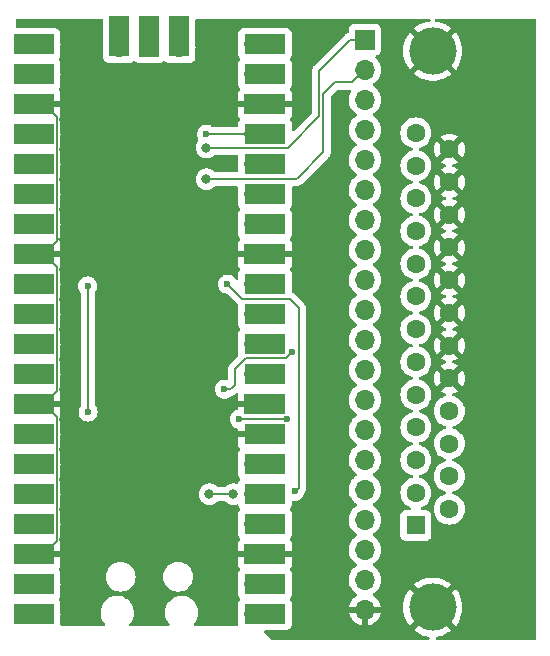
<source format=gbr>
%TF.GenerationSoftware,KiCad,Pcbnew,6.0.10-86aedd382b~118~ubuntu20.04.1*%
%TF.CreationDate,2023-01-18T21:44:42-08:00*%
%TF.ProjectId,parallel2usb,70617261-6c6c-4656-9c32-7573622e6b69,rev?*%
%TF.SameCoordinates,Original*%
%TF.FileFunction,Copper,L2,Bot*%
%TF.FilePolarity,Positive*%
%FSLAX46Y46*%
G04 Gerber Fmt 4.6, Leading zero omitted, Abs format (unit mm)*
G04 Created by KiCad (PCBNEW 6.0.10-86aedd382b~118~ubuntu20.04.1) date 2023-01-18 21:44:42*
%MOMM*%
%LPD*%
G01*
G04 APERTURE LIST*
%TA.AperFunction,ComponentPad*%
%ADD10C,4.000000*%
%TD*%
%TA.AperFunction,ComponentPad*%
%ADD11R,1.600000X1.600000*%
%TD*%
%TA.AperFunction,ComponentPad*%
%ADD12C,1.600000*%
%TD*%
%TA.AperFunction,ComponentPad*%
%ADD13R,1.700000X1.700000*%
%TD*%
%TA.AperFunction,ComponentPad*%
%ADD14O,1.700000X1.700000*%
%TD*%
%TA.AperFunction,SMDPad,CuDef*%
%ADD15R,3.500000X1.700000*%
%TD*%
%TA.AperFunction,SMDPad,CuDef*%
%ADD16R,1.700000X3.500000*%
%TD*%
%TA.AperFunction,ViaPad*%
%ADD17C,0.800000*%
%TD*%
%TA.AperFunction,ViaPad*%
%ADD18C,0.600000*%
%TD*%
%TA.AperFunction,Conductor*%
%ADD19C,0.200000*%
%TD*%
%TA.AperFunction,Conductor*%
%ADD20C,0.127000*%
%TD*%
G04 APERTURE END LIST*
D10*
%TO.P,J1,0,PAD*%
%TO.N,GND*%
X200508000Y-78055000D03*
X200508000Y-125155000D03*
D11*
%TO.P,J1,1,1*%
%TO.N,/STROBE*%
X199088000Y-118225000D03*
D12*
%TO.P,J1,2,2*%
%TO.N,/D0*%
X199088000Y-115455000D03*
%TO.P,J1,3,3*%
%TO.N,/D1*%
X199088000Y-112685000D03*
%TO.P,J1,4,4*%
%TO.N,/D2*%
X199088000Y-109915000D03*
%TO.P,J1,5,5*%
%TO.N,/D3*%
X199088000Y-107145000D03*
%TO.P,J1,6,6*%
%TO.N,/D4*%
X199088000Y-104375000D03*
%TO.P,J1,7,7*%
%TO.N,/D5*%
X199088000Y-101605000D03*
%TO.P,J1,8,8*%
%TO.N,/D6*%
X199088000Y-98835000D03*
%TO.P,J1,9,9*%
%TO.N,/D7*%
X199088000Y-96065000D03*
%TO.P,J1,10,10*%
%TO.N,/ACK*%
X199088000Y-93295000D03*
%TO.P,J1,11,11*%
%TO.N,/BUSY*%
X199088000Y-90525000D03*
%TO.P,J1,12,12*%
%TO.N,/PE*%
X199088000Y-87755000D03*
%TO.P,J1,13,13*%
%TO.N,/SEL*%
X199088000Y-84985000D03*
%TO.P,J1,14,P14*%
%TO.N,/AUTOF*%
X201928000Y-116840000D03*
%TO.P,J1,15,P15*%
%TO.N,/ERROR*%
X201928000Y-114070000D03*
%TO.P,J1,16,P16*%
%TO.N,/INIT*%
X201928000Y-111300000D03*
%TO.P,J1,17,P17*%
%TO.N,/SELIN*%
X201928000Y-108530000D03*
%TO.P,J1,18,P18*%
%TO.N,GND*%
X201928000Y-105760000D03*
%TO.P,J1,19,P19*%
X201928000Y-102990000D03*
%TO.P,J1,20,P20*%
X201928000Y-100220000D03*
%TO.P,J1,21,P21*%
X201928000Y-97450000D03*
%TO.P,J1,22,P22*%
X201928000Y-94680000D03*
%TO.P,J1,23,P23*%
X201928000Y-91910000D03*
%TO.P,J1,24,P24*%
X201928000Y-89140000D03*
%TO.P,J1,25,P25*%
X201928000Y-86370000D03*
%TD*%
D13*
%TO.P,J2,1,Pin_1*%
%TO.N,+3.3V*%
X194770000Y-77089000D03*
D14*
%TO.P,J2,2,Pin_2*%
%TO.N,+5V*%
X194770000Y-79629000D03*
%TO.P,J2,3,Pin_3*%
%TO.N,/SEL*%
X194770000Y-82169000D03*
%TO.P,J2,4,Pin_4*%
%TO.N,/PE*%
X194770000Y-84709000D03*
%TO.P,J2,5,Pin_5*%
%TO.N,/BUSY*%
X194770000Y-87249000D03*
%TO.P,J2,6,Pin_6*%
%TO.N,/ACK*%
X194770000Y-89789000D03*
%TO.P,J2,7,Pin_7*%
%TO.N,/D7*%
X194770000Y-92329000D03*
%TO.P,J2,8,Pin_8*%
%TO.N,/D6*%
X194770000Y-94869000D03*
%TO.P,J2,9,Pin_9*%
%TO.N,/D5*%
X194770000Y-97409000D03*
%TO.P,J2,10,Pin_10*%
%TO.N,/D4*%
X194770000Y-99949000D03*
%TO.P,J2,11,Pin_11*%
%TO.N,/D3*%
X194770000Y-102489000D03*
%TO.P,J2,12,Pin_12*%
%TO.N,/SELIN*%
X194770000Y-105029000D03*
%TO.P,J2,13,Pin_13*%
%TO.N,/D2*%
X194770000Y-107569000D03*
%TO.P,J2,14,Pin_14*%
%TO.N,/INIT*%
X194770000Y-110109000D03*
%TO.P,J2,15,Pin_15*%
%TO.N,/D1*%
X194770000Y-112649000D03*
%TO.P,J2,16,Pin_16*%
%TO.N,/ERROR*%
X194770000Y-115189000D03*
%TO.P,J2,17,Pin_17*%
%TO.N,/D0*%
X194770000Y-117729000D03*
%TO.P,J2,18,Pin_18*%
%TO.N,/AUTOF*%
X194770000Y-120269000D03*
%TO.P,J2,19,Pin_19*%
%TO.N,/STROBE*%
X194770000Y-122809000D03*
%TO.P,J2,20,Pin_20*%
%TO.N,GND*%
X194770000Y-125349000D03*
%TD*%
%TO.P,U2,1,GPIO0*%
%TO.N,/AUTOF_3*%
X167640000Y-125730000D03*
D15*
X166740000Y-125730000D03*
%TO.P,U2,2,GPIO1*%
%TO.N,/INIT_3*%
X166740000Y-123190000D03*
D14*
X167640000Y-123190000D03*
D13*
%TO.P,U2,3,GND*%
%TO.N,GND*%
X167640000Y-120650000D03*
D15*
X166740000Y-120650000D03*
%TO.P,U2,4,GPIO2*%
%TO.N,/SELIN_3*%
X166740000Y-118110000D03*
D14*
X167640000Y-118110000D03*
%TO.P,U2,5,GPIO3*%
%TO.N,/D0_3*%
X167640000Y-115570000D03*
D15*
X166740000Y-115570000D03*
%TO.P,U2,6,GPIO4*%
%TO.N,/D1_3*%
X166740000Y-113030000D03*
D14*
X167640000Y-113030000D03*
%TO.P,U2,7,GPIO5*%
%TO.N,/D2_3*%
X167640000Y-110490000D03*
D15*
X166740000Y-110490000D03*
D13*
%TO.P,U2,8,GND*%
%TO.N,GND*%
X167640000Y-107950000D03*
D15*
X166740000Y-107950000D03*
D14*
%TO.P,U2,9,GPIO6*%
%TO.N,/D3_3*%
X167640000Y-105410000D03*
D15*
X166740000Y-105410000D03*
D14*
%TO.P,U2,10,GPIO7*%
%TO.N,/D4_3*%
X167640000Y-102870000D03*
D15*
X166740000Y-102870000D03*
D14*
%TO.P,U2,11,GPIO8*%
%TO.N,/D5_3*%
X167640000Y-100330000D03*
D15*
X166740000Y-100330000D03*
%TO.P,U2,12,GPIO9*%
%TO.N,/D6_3*%
X166740000Y-97790000D03*
D14*
X167640000Y-97790000D03*
D13*
%TO.P,U2,13,GND*%
%TO.N,GND*%
X167640000Y-95250000D03*
D15*
X166740000Y-95250000D03*
%TO.P,U2,14,GPIO10*%
%TO.N,/D7_3*%
X166740000Y-92710000D03*
D14*
X167640000Y-92710000D03*
D15*
%TO.P,U2,15,GPIO11*%
%TO.N,/STROBE_3*%
X166740000Y-90170000D03*
D14*
X167640000Y-90170000D03*
%TO.P,U2,16,GPIO12*%
%TO.N,/ERROR_3*%
X167640000Y-87630000D03*
D15*
X166740000Y-87630000D03*
%TO.P,U2,17,GPIO13*%
%TO.N,/ACK_3*%
X166740000Y-85090000D03*
D14*
X167640000Y-85090000D03*
D15*
%TO.P,U2,18,GND*%
%TO.N,GND*%
X166740000Y-82550000D03*
D13*
X167640000Y-82550000D03*
D14*
%TO.P,U2,19,GPIO14*%
%TO.N,/BUSY_3*%
X167640000Y-80010000D03*
D15*
X166740000Y-80010000D03*
D14*
%TO.P,U2,20,GPIO15*%
%TO.N,/PE_3*%
X167640000Y-77470000D03*
D15*
X166740000Y-77470000D03*
D14*
%TO.P,U2,21,GPIO16*%
%TO.N,/HD*%
X185420000Y-77470000D03*
D15*
X186320000Y-77470000D03*
D14*
%TO.P,U2,22,GPIO17*%
%TO.N,/DIR*%
X185420000Y-80010000D03*
D15*
X186320000Y-80010000D03*
D13*
%TO.P,U2,23,GND*%
%TO.N,GND*%
X185420000Y-82550000D03*
D15*
X186320000Y-82550000D03*
D14*
%TO.P,U2,24,GPIO18*%
%TO.N,/SEL_3*%
X185420000Y-85090000D03*
D15*
X186320000Y-85090000D03*
%TO.P,U2,25,GPIO19*%
%TO.N,unconnected-(U2-Pad25)*%
X186320000Y-87630000D03*
D14*
X185420000Y-87630000D03*
D15*
%TO.P,U2,26,GPIO20*%
%TO.N,unconnected-(U2-Pad26)*%
X186320000Y-90170000D03*
D14*
X185420000Y-90170000D03*
%TO.P,U2,27,GPIO21*%
%TO.N,/JUMPER_PIN*%
X185420000Y-92710000D03*
D15*
X186320000Y-92710000D03*
D13*
%TO.P,U2,28,GND*%
%TO.N,GND*%
X185420000Y-95250000D03*
D15*
X186320000Y-95250000D03*
%TO.P,U2,29,GPIO22*%
%TO.N,unconnected-(U2-Pad29)*%
X186320000Y-97790000D03*
D14*
X185420000Y-97790000D03*
%TO.P,U2,30,RUN*%
%TO.N,unconnected-(U2-Pad30)*%
X185420000Y-100330000D03*
D15*
X186320000Y-100330000D03*
%TO.P,U2,31,GPIO26_ADC0*%
%TO.N,unconnected-(U2-Pad31)*%
X186320000Y-102870000D03*
D14*
X185420000Y-102870000D03*
D15*
%TO.P,U2,32,GPIO27_ADC1*%
%TO.N,unconnected-(U2-Pad32)*%
X186320000Y-105410000D03*
D14*
X185420000Y-105410000D03*
D13*
%TO.P,U2,33,AGND*%
%TO.N,GND*%
X185420000Y-107950000D03*
D15*
X186320000Y-107950000D03*
%TO.P,U2,34,GPIO28_ADC2*%
X186320000Y-110490000D03*
D14*
X185420000Y-110490000D03*
%TO.P,U2,35,ADC_VREF*%
%TO.N,unconnected-(U2-Pad35)*%
X185420000Y-113030000D03*
D15*
X186320000Y-113030000D03*
%TO.P,U2,36,3V3*%
%TO.N,+3.3V*%
X186320000Y-115570000D03*
D14*
X185420000Y-115570000D03*
%TO.P,U2,37,3V3_EN*%
%TO.N,unconnected-(U2-Pad37)*%
X185420000Y-118110000D03*
D15*
X186320000Y-118110000D03*
%TO.P,U2,38,GND*%
%TO.N,GND*%
X186320000Y-120650000D03*
D13*
X185420000Y-120650000D03*
D15*
%TO.P,U2,39,VSYS*%
%TO.N,unconnected-(U2-Pad39)*%
X186320000Y-123190000D03*
D14*
X185420000Y-123190000D03*
D15*
%TO.P,U2,40,VBUS*%
%TO.N,+5V*%
X186320000Y-125730000D03*
D14*
X185420000Y-125730000D03*
D16*
%TO.P,U2,41,SWCLK*%
%TO.N,unconnected-(U2-Pad41)*%
X173990000Y-76800000D03*
D14*
X173990000Y-77700000D03*
D16*
%TO.P,U2,42,GND*%
%TO.N,unconnected-(U2-Pad42)*%
X176530000Y-76800000D03*
D13*
X176530000Y-77700000D03*
D14*
%TO.P,U2,43,SWDIO*%
%TO.N,unconnected-(U2-Pad43)*%
X179070000Y-77700000D03*
D16*
X179070000Y-76800000D03*
%TD*%
D17*
%TO.N,GND*%
X180721000Y-103505000D03*
X174244000Y-93980000D03*
X173609000Y-100330000D03*
X180721000Y-100330000D03*
X173609000Y-106045000D03*
X173609000Y-103505000D03*
X175514000Y-110998000D03*
X180086000Y-93980000D03*
X180721000Y-109220000D03*
%TO.N,+3.3V*%
X183642000Y-115570000D03*
X181356000Y-86233000D03*
X181610000Y-115570000D03*
%TO.N,+5V*%
X181356000Y-88900000D03*
D18*
%TO.N,Net-(R13-Pad2)*%
X188849000Y-115316000D03*
X183134000Y-97790000D03*
%TO.N,Net-(R14-Pad2)*%
X182880000Y-106680000D03*
X188595000Y-103505000D03*
%TO.N,Net-(R15-Pad2)*%
X184150000Y-109220000D03*
X188214000Y-109220000D03*
%TO.N,/STROBE_3*%
X171340803Y-108611705D03*
X171294017Y-97945983D03*
%TO.N,/SEL_3*%
X181356000Y-85090000D03*
%TD*%
D19*
%TO.N,GND*%
X183007000Y-109220000D02*
X183007000Y-109728000D01*
X183007000Y-109728000D02*
X183769000Y-110490000D01*
X183769000Y-110490000D02*
X185420000Y-110490000D01*
X180086000Y-93980000D02*
X180086000Y-83820000D01*
X180086000Y-83820000D02*
X181356000Y-82550000D01*
X181356000Y-82550000D02*
X185420000Y-82550000D01*
X173609000Y-100330000D02*
X173609000Y-103505000D01*
X174244000Y-93980000D02*
X180086000Y-93980000D01*
X204216000Y-108048000D02*
X204216000Y-108458000D01*
X183388000Y-107950000D02*
X183007000Y-108331000D01*
X174244000Y-93980000D02*
X168783000Y-93980000D01*
X204216000Y-91694000D02*
X204216000Y-89027000D01*
X173609000Y-100330000D02*
X173609000Y-94615000D01*
X185420000Y-120650000D02*
X180467000Y-120650000D01*
X204216000Y-91428000D02*
X204216000Y-91694000D01*
X204216000Y-102508000D02*
X204216000Y-103124000D01*
X201928000Y-102990000D02*
X204216000Y-105278000D01*
X196850000Y-126873000D02*
X197104000Y-127127000D01*
X168717000Y-94173000D02*
X168717000Y-93914000D01*
X204216000Y-103124000D02*
X204216000Y-99949000D01*
X168717000Y-119573000D02*
X168717000Y-109027000D01*
X173609000Y-94615000D02*
X174244000Y-93980000D01*
X204216000Y-88658000D02*
X204216000Y-89027000D01*
X204216000Y-96968000D02*
X204216000Y-97282000D01*
X180467000Y-120650000D02*
X179451000Y-119634000D01*
X179451000Y-109601000D02*
X179832000Y-109220000D01*
X180721000Y-100330000D02*
X180721000Y-94615000D01*
X179324000Y-110998000D02*
X179451000Y-111125000D01*
X204216000Y-99949000D02*
X204216000Y-97282000D01*
X204216000Y-94198000D02*
X204216000Y-94234000D01*
X183007000Y-108331000D02*
X183007000Y-109220000D01*
X168717000Y-83627000D02*
X167640000Y-82550000D01*
X168717000Y-96327000D02*
X167640000Y-95250000D01*
X204216000Y-97282000D02*
X204216000Y-94234000D01*
X201928000Y-89140000D02*
X204216000Y-91428000D01*
X180086000Y-93980000D02*
X180721000Y-94615000D01*
X204216000Y-89027000D02*
X204216000Y-81763000D01*
X180721000Y-94615000D02*
X181356000Y-95250000D01*
X173609000Y-103505000D02*
X173609000Y-106045000D01*
X167640000Y-107950000D02*
X168717000Y-106873000D01*
X183007000Y-109220000D02*
X180721000Y-109220000D01*
X179832000Y-109220000D02*
X180721000Y-109220000D01*
X168783000Y-93980000D02*
X168717000Y-93914000D01*
X175514000Y-110998000D02*
X179324000Y-110998000D01*
X179451000Y-111125000D02*
X179451000Y-109601000D01*
X197104000Y-127127000D02*
X198536000Y-127127000D01*
X201928000Y-94680000D02*
X204216000Y-96968000D01*
X181356000Y-95250000D02*
X185420000Y-95250000D01*
X180721000Y-103505000D02*
X180721000Y-100330000D01*
X201928000Y-100220000D02*
X204216000Y-102508000D01*
X204216000Y-121447000D02*
X204216000Y-108458000D01*
X204216000Y-99738000D02*
X204216000Y-99949000D01*
X196469000Y-125349000D02*
X196850000Y-125730000D01*
X201928000Y-86370000D02*
X204216000Y-88658000D01*
X168717000Y-106873000D02*
X168717000Y-96327000D01*
X201928000Y-97450000D02*
X204216000Y-99738000D01*
X196850000Y-125730000D02*
X196850000Y-126873000D01*
X185420000Y-107950000D02*
X183388000Y-107950000D01*
X198536000Y-127127000D02*
X200508000Y-125155000D01*
X167640000Y-95250000D02*
X168717000Y-94173000D01*
X194770000Y-125349000D02*
X196469000Y-125349000D01*
X167640000Y-120650000D02*
X168717000Y-119573000D01*
X204216000Y-108458000D02*
X204216000Y-105664000D01*
X204216000Y-94234000D02*
X204216000Y-91694000D01*
X201928000Y-91910000D02*
X204216000Y-94198000D01*
X168717000Y-93914000D02*
X168717000Y-83627000D01*
X201928000Y-105760000D02*
X204216000Y-108048000D01*
X179451000Y-119634000D02*
X179451000Y-111125000D01*
X168717000Y-109027000D02*
X167640000Y-107950000D01*
X200508000Y-125155000D02*
X204216000Y-121447000D01*
X204216000Y-81763000D02*
X200508000Y-78055000D01*
X204216000Y-105278000D02*
X204216000Y-105664000D01*
X204216000Y-105664000D02*
X204216000Y-103124000D01*
X180721000Y-109220000D02*
X180721000Y-103505000D01*
%TO.N,+3.3V*%
X190881000Y-79756000D02*
X193548000Y-77089000D01*
X183642000Y-115570000D02*
X181610000Y-115570000D01*
X188231000Y-86233000D02*
X190881000Y-83583000D01*
X193548000Y-77089000D02*
X194770000Y-77089000D01*
X190881000Y-83583000D02*
X190881000Y-79756000D01*
X181356000Y-86233000D02*
X188231000Y-86233000D01*
%TO.N,+5V*%
X188976000Y-88900000D02*
X181356000Y-88900000D01*
X191262000Y-81661000D02*
X191262000Y-85344000D01*
X191262000Y-86614000D02*
X189103000Y-88773000D01*
X191262000Y-85344000D02*
X191262000Y-86614000D01*
X193693000Y-80706000D02*
X192217000Y-80706000D01*
X192217000Y-80706000D02*
X191897000Y-81026000D01*
X191897000Y-81026000D02*
X191262000Y-81661000D01*
X189103000Y-88773000D02*
X188976000Y-88900000D01*
X194770000Y-79629000D02*
X193693000Y-80706000D01*
D20*
%TO.N,Net-(R13-Pad2)*%
X183134000Y-97790000D02*
X184404000Y-99060000D01*
X188468000Y-99060000D02*
X189230000Y-99822000D01*
X184404000Y-99060000D02*
X188468000Y-99060000D01*
X189230000Y-99822000D02*
X189230000Y-115062000D01*
X188976000Y-115316000D02*
X188849000Y-115316000D01*
X189230000Y-115062000D02*
X188976000Y-115316000D01*
%TO.N,Net-(R14-Pad2)*%
X183388000Y-106680000D02*
X182880000Y-106680000D01*
X188087000Y-104013000D02*
X187960000Y-104013000D01*
X183769000Y-105283000D02*
X183769000Y-106299000D01*
X188595000Y-103505000D02*
X188087000Y-104013000D01*
X187960000Y-104013000D02*
X184736000Y-104013000D01*
X183769000Y-104980000D02*
X183769000Y-105283000D01*
X183515000Y-106553000D02*
X183388000Y-106680000D01*
X184736000Y-104013000D02*
X183769000Y-104980000D01*
X183769000Y-106299000D02*
X183515000Y-106553000D01*
%TO.N,Net-(R15-Pad2)*%
X184150000Y-109220000D02*
X188087000Y-109220000D01*
X188087000Y-109220000D02*
X188214000Y-109220000D01*
%TO.N,/STROBE_3*%
X171340803Y-108611705D02*
X171323000Y-108593902D01*
X171323000Y-97974966D02*
X171294017Y-97945983D01*
X171323000Y-108593902D02*
X171323000Y-97974966D01*
%TO.N,/SEL_3*%
X181356000Y-85090000D02*
X185420000Y-85090000D01*
%TD*%
%TA.AperFunction,Conductor*%
%TO.N,GND*%
G36*
X172573621Y-75331502D02*
G01*
X172620114Y-75385158D01*
X172631500Y-75437500D01*
X172631500Y-77620219D01*
X172630787Y-77633607D01*
X172627251Y-77666695D01*
X172627548Y-77671848D01*
X172627548Y-77671851D01*
X172631291Y-77736763D01*
X172631500Y-77744006D01*
X172631500Y-78598134D01*
X172638255Y-78660316D01*
X172689385Y-78796705D01*
X172776739Y-78913261D01*
X172893295Y-79000615D01*
X173029684Y-79051745D01*
X173091866Y-79058500D01*
X173960826Y-79058500D01*
X173965443Y-79058585D01*
X174046673Y-79061564D01*
X174046677Y-79061564D01*
X174051837Y-79061753D01*
X174056957Y-79061097D01*
X174056959Y-79061097D01*
X174069261Y-79059521D01*
X174085271Y-79058500D01*
X174888134Y-79058500D01*
X174950316Y-79051745D01*
X175086705Y-79000615D01*
X175184436Y-78927370D01*
X175250941Y-78902522D01*
X175320324Y-78917575D01*
X175335562Y-78927368D01*
X175433295Y-79000615D01*
X175569684Y-79051745D01*
X175631866Y-79058500D01*
X177428134Y-79058500D01*
X177490316Y-79051745D01*
X177626705Y-79000615D01*
X177724436Y-78927370D01*
X177790941Y-78902522D01*
X177860324Y-78917575D01*
X177875562Y-78927368D01*
X177973295Y-79000615D01*
X178109684Y-79051745D01*
X178171866Y-79058500D01*
X179040826Y-79058500D01*
X179045443Y-79058585D01*
X179126673Y-79061564D01*
X179126677Y-79061564D01*
X179131837Y-79061753D01*
X179136957Y-79061097D01*
X179136959Y-79061097D01*
X179149261Y-79059521D01*
X179165271Y-79058500D01*
X179968134Y-79058500D01*
X180030316Y-79051745D01*
X180166705Y-79000615D01*
X180283261Y-78913261D01*
X180370615Y-78796705D01*
X180421745Y-78660316D01*
X180428500Y-78598134D01*
X180428500Y-77797856D01*
X180429578Y-77781409D01*
X180431092Y-77769908D01*
X180431529Y-77766590D01*
X180433156Y-77700000D01*
X180428924Y-77648524D01*
X180428500Y-77638200D01*
X180428500Y-75437500D01*
X180448502Y-75369379D01*
X180502158Y-75322886D01*
X180554500Y-75311500D01*
X200211673Y-75311500D01*
X200279794Y-75331502D01*
X200326287Y-75385158D01*
X200336391Y-75455432D01*
X200306897Y-75520012D01*
X200247171Y-75558396D01*
X200227465Y-75562506D01*
X200041050Y-75586055D01*
X200033279Y-75587538D01*
X199735296Y-75664047D01*
X199727770Y-75666492D01*
X199441707Y-75779753D01*
X199434572Y-75783110D01*
X199164961Y-75931330D01*
X199158281Y-75935570D01*
X198935177Y-76097664D01*
X198926754Y-76108587D01*
X198933658Y-76121448D01*
X200495188Y-77682978D01*
X200509132Y-77690592D01*
X200510965Y-77690461D01*
X200517580Y-77686210D01*
X202082666Y-76121124D01*
X202089279Y-76109013D01*
X202080452Y-76097395D01*
X201857719Y-75935570D01*
X201851039Y-75931330D01*
X201581428Y-75783110D01*
X201574293Y-75779753D01*
X201288230Y-75666492D01*
X201280704Y-75664047D01*
X200982721Y-75587538D01*
X200974950Y-75586055D01*
X200788535Y-75562506D01*
X200723459Y-75534125D01*
X200684057Y-75475065D01*
X200682840Y-75404079D01*
X200720195Y-75343704D01*
X200784261Y-75313108D01*
X200804327Y-75311500D01*
X209169500Y-75311500D01*
X209237621Y-75331502D01*
X209284114Y-75385158D01*
X209295500Y-75437500D01*
X209295500Y-127762500D01*
X209275498Y-127830621D01*
X209221842Y-127877114D01*
X209169500Y-127888500D01*
X200883486Y-127888500D01*
X200815365Y-127868498D01*
X200768872Y-127814842D01*
X200758768Y-127744568D01*
X200788262Y-127679988D01*
X200847988Y-127641604D01*
X200867694Y-127637494D01*
X200974950Y-127623945D01*
X200982721Y-127622462D01*
X201280704Y-127545953D01*
X201288230Y-127543508D01*
X201574293Y-127430247D01*
X201581428Y-127426890D01*
X201851039Y-127278670D01*
X201857719Y-127274430D01*
X202080823Y-127112336D01*
X202089246Y-127101413D01*
X202082342Y-127088552D01*
X200520812Y-125527022D01*
X200506868Y-125519408D01*
X200505035Y-125519539D01*
X200498420Y-125523790D01*
X198933334Y-127088876D01*
X198926721Y-127100987D01*
X198935548Y-127112605D01*
X199158281Y-127274430D01*
X199164961Y-127278670D01*
X199434572Y-127426890D01*
X199441707Y-127430247D01*
X199727770Y-127543508D01*
X199735296Y-127545953D01*
X200033279Y-127622462D01*
X200041050Y-127623945D01*
X200148306Y-127637494D01*
X200213382Y-127665875D01*
X200252784Y-127724935D01*
X200254001Y-127795921D01*
X200216646Y-127856296D01*
X200152580Y-127886892D01*
X200132514Y-127888500D01*
X186933481Y-127888500D01*
X186865360Y-127868498D01*
X186849191Y-127856155D01*
X186725998Y-127745281D01*
X186240302Y-127308155D01*
X186203049Y-127247717D01*
X186204385Y-127176733D01*
X186243886Y-127117740D01*
X186309010Y-127089467D01*
X186324592Y-127088500D01*
X188118134Y-127088500D01*
X188180316Y-127081745D01*
X188316705Y-127030615D01*
X188433261Y-126943261D01*
X188520615Y-126826705D01*
X188571745Y-126690316D01*
X188578500Y-126628134D01*
X188578500Y-125616966D01*
X193438257Y-125616966D01*
X193468565Y-125751446D01*
X193471645Y-125761275D01*
X193551770Y-125958603D01*
X193556413Y-125967794D01*
X193667694Y-126149388D01*
X193673777Y-126157699D01*
X193813213Y-126318667D01*
X193820580Y-126325883D01*
X193984434Y-126461916D01*
X193992881Y-126467831D01*
X194176756Y-126575279D01*
X194186042Y-126579729D01*
X194385001Y-126655703D01*
X194394899Y-126658579D01*
X194498250Y-126679606D01*
X194512299Y-126678410D01*
X194516000Y-126668065D01*
X194516000Y-126667517D01*
X195024000Y-126667517D01*
X195028064Y-126681359D01*
X195041478Y-126683393D01*
X195048184Y-126682534D01*
X195058262Y-126680392D01*
X195262255Y-126619191D01*
X195271842Y-126615433D01*
X195463095Y-126521739D01*
X195471945Y-126516464D01*
X195645328Y-126392792D01*
X195653200Y-126386139D01*
X195804052Y-126235812D01*
X195810730Y-126227965D01*
X195935003Y-126055020D01*
X195940313Y-126046183D01*
X196034670Y-125855267D01*
X196038469Y-125845672D01*
X196100377Y-125641910D01*
X196102555Y-125631837D01*
X196103986Y-125620962D01*
X196101775Y-125606778D01*
X196088617Y-125603000D01*
X195042115Y-125603000D01*
X195026876Y-125607475D01*
X195025671Y-125608865D01*
X195024000Y-125616548D01*
X195024000Y-126667517D01*
X194516000Y-126667517D01*
X194516000Y-125621115D01*
X194511525Y-125605876D01*
X194510135Y-125604671D01*
X194502452Y-125603000D01*
X193453225Y-125603000D01*
X193439694Y-125606973D01*
X193438257Y-125616966D01*
X188578500Y-125616966D01*
X188578500Y-125158958D01*
X197995290Y-125158958D01*
X198014607Y-125465994D01*
X198015600Y-125473855D01*
X198073246Y-125776046D01*
X198075217Y-125783723D01*
X198170284Y-126076309D01*
X198173199Y-126083672D01*
X198304189Y-126362041D01*
X198308001Y-126368974D01*
X198472851Y-126628736D01*
X198477495Y-126635129D01*
X198552497Y-126725790D01*
X198565014Y-126734245D01*
X198575752Y-126728038D01*
X200135978Y-125167812D01*
X200142356Y-125156132D01*
X200872408Y-125156132D01*
X200872539Y-125157965D01*
X200876790Y-125164580D01*
X202439145Y-126726935D01*
X202452407Y-126734177D01*
X202462512Y-126726988D01*
X202538505Y-126635129D01*
X202543149Y-126628736D01*
X202707999Y-126368974D01*
X202711811Y-126362041D01*
X202842801Y-126083672D01*
X202845716Y-126076309D01*
X202940783Y-125783723D01*
X202942754Y-125776046D01*
X203000400Y-125473855D01*
X203001393Y-125465994D01*
X203020710Y-125158958D01*
X203020710Y-125151042D01*
X203001393Y-124844006D01*
X203000400Y-124836145D01*
X202942754Y-124533954D01*
X202940783Y-124526277D01*
X202845716Y-124233691D01*
X202842801Y-124226328D01*
X202711811Y-123947959D01*
X202707999Y-123941026D01*
X202543149Y-123681264D01*
X202538505Y-123674871D01*
X202463503Y-123584210D01*
X202450986Y-123575755D01*
X202440248Y-123581962D01*
X200880022Y-125142188D01*
X200872408Y-125156132D01*
X200142356Y-125156132D01*
X200143592Y-125153868D01*
X200143461Y-125152035D01*
X200139210Y-125145420D01*
X198576855Y-123583065D01*
X198563593Y-123575823D01*
X198553488Y-123583012D01*
X198477495Y-123674871D01*
X198472851Y-123681264D01*
X198308001Y-123941026D01*
X198304189Y-123947959D01*
X198173199Y-124226328D01*
X198170284Y-124233691D01*
X198075217Y-124526277D01*
X198073246Y-124533954D01*
X198015600Y-124836145D01*
X198014607Y-124844006D01*
X197995290Y-125151042D01*
X197995290Y-125158958D01*
X188578500Y-125158958D01*
X188578500Y-124831866D01*
X188571745Y-124769684D01*
X188520615Y-124633295D01*
X188447370Y-124535564D01*
X188422522Y-124469059D01*
X188437575Y-124399676D01*
X188447370Y-124384435D01*
X188485358Y-124333748D01*
X188520615Y-124286705D01*
X188571745Y-124150316D01*
X188578500Y-124088134D01*
X188578500Y-122291866D01*
X188571745Y-122229684D01*
X188520615Y-122093295D01*
X188447058Y-121995148D01*
X188422210Y-121928642D01*
X188437263Y-121859259D01*
X188447058Y-121844018D01*
X188514786Y-121753649D01*
X188523324Y-121738054D01*
X188568478Y-121617606D01*
X188572105Y-121602351D01*
X188577631Y-121551486D01*
X188578000Y-121544672D01*
X188578000Y-120922115D01*
X188573525Y-120906876D01*
X188572135Y-120905671D01*
X188564452Y-120904000D01*
X184080116Y-120904000D01*
X184064877Y-120908475D01*
X184063672Y-120909865D01*
X184062001Y-120917548D01*
X184062001Y-121544669D01*
X184062371Y-121551490D01*
X184067895Y-121602352D01*
X184071521Y-121617604D01*
X184116676Y-121738054D01*
X184125214Y-121753649D01*
X184192942Y-121844018D01*
X184217790Y-121910525D01*
X184202737Y-121979907D01*
X184192942Y-121995148D01*
X184119385Y-122093295D01*
X184068255Y-122229684D01*
X184061500Y-122291866D01*
X184061500Y-123110219D01*
X184060787Y-123123607D01*
X184057251Y-123156695D01*
X184057548Y-123161848D01*
X184057548Y-123161851D01*
X184061291Y-123226763D01*
X184061500Y-123234016D01*
X184061500Y-124088134D01*
X184068255Y-124150316D01*
X184119385Y-124286705D01*
X184154642Y-124333748D01*
X184192630Y-124384435D01*
X184217478Y-124450941D01*
X184202425Y-124520324D01*
X184192632Y-124535562D01*
X184119385Y-124633295D01*
X184068255Y-124769684D01*
X184061500Y-124831866D01*
X184061500Y-125650219D01*
X184060787Y-125663607D01*
X184057251Y-125696695D01*
X184057548Y-125701848D01*
X184057548Y-125701851D01*
X184061291Y-125766763D01*
X184061500Y-125774016D01*
X184061500Y-126619500D01*
X184041498Y-126687621D01*
X183987842Y-126734114D01*
X183935500Y-126745500D01*
X180405949Y-126745500D01*
X180337828Y-126725498D01*
X180291335Y-126671842D01*
X180281231Y-126601568D01*
X180310725Y-126536988D01*
X180317010Y-126530249D01*
X180327637Y-126519660D01*
X180327647Y-126519648D01*
X180331303Y-126516005D01*
X180466458Y-126327917D01*
X180513641Y-126232450D01*
X180566784Y-126124922D01*
X180566785Y-126124920D01*
X180569078Y-126120280D01*
X180636408Y-125898671D01*
X180666640Y-125669041D01*
X180667815Y-125620962D01*
X180668245Y-125603365D01*
X180668245Y-125603361D01*
X180668327Y-125600000D01*
X180657310Y-125465994D01*
X180649773Y-125374318D01*
X180649772Y-125374312D01*
X180649349Y-125369167D01*
X180621137Y-125256850D01*
X180594184Y-125149544D01*
X180594183Y-125149540D01*
X180592925Y-125144533D01*
X180590866Y-125139797D01*
X180502630Y-124936868D01*
X180502628Y-124936865D01*
X180500570Y-124932131D01*
X180374764Y-124737665D01*
X180218887Y-124566358D01*
X180214836Y-124563159D01*
X180214832Y-124563155D01*
X180041177Y-124426011D01*
X180041172Y-124426008D01*
X180037123Y-124422810D01*
X180032607Y-124420317D01*
X180032604Y-124420315D01*
X179838879Y-124313373D01*
X179838875Y-124313371D01*
X179834355Y-124310876D01*
X179829486Y-124309152D01*
X179829482Y-124309150D01*
X179620903Y-124235288D01*
X179620899Y-124235287D01*
X179616028Y-124233562D01*
X179610935Y-124232655D01*
X179610932Y-124232654D01*
X179393095Y-124193851D01*
X179393089Y-124193850D01*
X179388006Y-124192945D01*
X179315096Y-124192054D01*
X179161581Y-124190179D01*
X179161579Y-124190179D01*
X179156411Y-124190116D01*
X178927464Y-124225150D01*
X178707314Y-124297106D01*
X178702726Y-124299494D01*
X178702722Y-124299496D01*
X178676065Y-124313373D01*
X178501872Y-124404052D01*
X178497739Y-124407155D01*
X178497736Y-124407157D01*
X178326713Y-124535565D01*
X178316655Y-124543117D01*
X178156639Y-124710564D01*
X178153725Y-124714836D01*
X178153724Y-124714837D01*
X178138152Y-124737665D01*
X178026119Y-124901899D01*
X177928602Y-125111981D01*
X177866707Y-125335169D01*
X177842095Y-125565469D01*
X177842392Y-125570622D01*
X177842392Y-125570625D01*
X177848018Y-125668200D01*
X177855427Y-125796697D01*
X177856564Y-125801743D01*
X177856565Y-125801749D01*
X177888741Y-125944523D01*
X177906346Y-126022642D01*
X177908288Y-126027424D01*
X177908289Y-126027428D01*
X177957812Y-126149388D01*
X177993484Y-126237237D01*
X178114501Y-126434719D01*
X178117882Y-126438622D01*
X178203102Y-126537003D01*
X178232584Y-126601588D01*
X178222469Y-126671861D01*
X178175968Y-126725509D01*
X178107864Y-126745500D01*
X174955949Y-126745500D01*
X174887828Y-126725498D01*
X174841335Y-126671842D01*
X174831231Y-126601568D01*
X174860725Y-126536988D01*
X174867010Y-126530249D01*
X174877637Y-126519660D01*
X174877647Y-126519648D01*
X174881303Y-126516005D01*
X175016458Y-126327917D01*
X175063641Y-126232450D01*
X175116784Y-126124922D01*
X175116785Y-126124920D01*
X175119078Y-126120280D01*
X175186408Y-125898671D01*
X175216640Y-125669041D01*
X175217815Y-125620962D01*
X175218245Y-125603365D01*
X175218245Y-125603361D01*
X175218327Y-125600000D01*
X175207310Y-125465994D01*
X175199773Y-125374318D01*
X175199772Y-125374312D01*
X175199349Y-125369167D01*
X175171137Y-125256850D01*
X175144184Y-125149544D01*
X175144183Y-125149540D01*
X175142925Y-125144533D01*
X175140866Y-125139797D01*
X175052630Y-124936868D01*
X175052628Y-124936865D01*
X175050570Y-124932131D01*
X174924764Y-124737665D01*
X174768887Y-124566358D01*
X174764836Y-124563159D01*
X174764832Y-124563155D01*
X174591177Y-124426011D01*
X174591172Y-124426008D01*
X174587123Y-124422810D01*
X174582607Y-124420317D01*
X174582604Y-124420315D01*
X174388879Y-124313373D01*
X174388875Y-124313371D01*
X174384355Y-124310876D01*
X174379486Y-124309152D01*
X174379482Y-124309150D01*
X174170903Y-124235288D01*
X174170899Y-124235287D01*
X174166028Y-124233562D01*
X174160935Y-124232655D01*
X174160932Y-124232654D01*
X173943095Y-124193851D01*
X173943089Y-124193850D01*
X173938006Y-124192945D01*
X173865096Y-124192054D01*
X173711581Y-124190179D01*
X173711579Y-124190179D01*
X173706411Y-124190116D01*
X173477464Y-124225150D01*
X173257314Y-124297106D01*
X173252726Y-124299494D01*
X173252722Y-124299496D01*
X173226065Y-124313373D01*
X173051872Y-124404052D01*
X173047739Y-124407155D01*
X173047736Y-124407157D01*
X172876713Y-124535565D01*
X172866655Y-124543117D01*
X172706639Y-124710564D01*
X172703725Y-124714836D01*
X172703724Y-124714837D01*
X172688152Y-124737665D01*
X172576119Y-124901899D01*
X172478602Y-125111981D01*
X172416707Y-125335169D01*
X172392095Y-125565469D01*
X172392392Y-125570622D01*
X172392392Y-125570625D01*
X172398018Y-125668200D01*
X172405427Y-125796697D01*
X172406564Y-125801743D01*
X172406565Y-125801749D01*
X172438741Y-125944523D01*
X172456346Y-126022642D01*
X172458288Y-126027424D01*
X172458289Y-126027428D01*
X172507812Y-126149388D01*
X172543484Y-126237237D01*
X172664501Y-126434719D01*
X172667882Y-126438622D01*
X172753102Y-126537003D01*
X172782584Y-126601588D01*
X172772469Y-126671861D01*
X172725968Y-126725509D01*
X172657864Y-126745500D01*
X169124500Y-126745500D01*
X169056379Y-126725498D01*
X169009886Y-126671842D01*
X168998500Y-126619500D01*
X168998500Y-125827856D01*
X168999578Y-125811409D01*
X169001092Y-125799908D01*
X169001529Y-125796590D01*
X169001653Y-125791529D01*
X169003074Y-125733365D01*
X169003074Y-125733361D01*
X169003156Y-125730000D01*
X168998924Y-125678524D01*
X168998500Y-125668200D01*
X168998500Y-124831866D01*
X168991745Y-124769684D01*
X168940615Y-124633295D01*
X168867370Y-124535564D01*
X168842522Y-124469059D01*
X168857575Y-124399676D01*
X168867370Y-124384435D01*
X168905358Y-124333748D01*
X168940615Y-124286705D01*
X168991745Y-124150316D01*
X168998500Y-124088134D01*
X168998500Y-123287856D01*
X168999578Y-123271409D01*
X169001092Y-123259908D01*
X169001529Y-123256590D01*
X169002505Y-123216639D01*
X169003074Y-123193365D01*
X169003074Y-123193361D01*
X169003156Y-123190000D01*
X168998924Y-123138524D01*
X168998500Y-123128200D01*
X168998500Y-122570000D01*
X172841693Y-122570000D01*
X172860885Y-122789371D01*
X172917880Y-123002076D01*
X172959784Y-123091939D01*
X173008618Y-123196666D01*
X173008621Y-123196671D01*
X173010944Y-123201653D01*
X173014100Y-123206160D01*
X173014101Y-123206162D01*
X173090628Y-123315453D01*
X173137251Y-123382038D01*
X173292962Y-123537749D01*
X173297471Y-123540906D01*
X173297473Y-123540908D01*
X173359315Y-123584210D01*
X173473346Y-123664056D01*
X173672924Y-123757120D01*
X173885629Y-123814115D01*
X174105000Y-123833307D01*
X174324371Y-123814115D01*
X174537076Y-123757120D01*
X174736654Y-123664056D01*
X174850685Y-123584210D01*
X174912527Y-123540908D01*
X174912529Y-123540906D01*
X174917038Y-123537749D01*
X175072749Y-123382038D01*
X175119373Y-123315453D01*
X175195899Y-123206162D01*
X175195900Y-123206160D01*
X175199056Y-123201653D01*
X175201379Y-123196671D01*
X175201382Y-123196666D01*
X175250216Y-123091939D01*
X175292120Y-123002076D01*
X175349115Y-122789371D01*
X175368307Y-122570000D01*
X177691693Y-122570000D01*
X177710885Y-122789371D01*
X177767880Y-123002076D01*
X177809784Y-123091939D01*
X177858618Y-123196666D01*
X177858621Y-123196671D01*
X177860944Y-123201653D01*
X177864100Y-123206160D01*
X177864101Y-123206162D01*
X177940628Y-123315453D01*
X177987251Y-123382038D01*
X178142962Y-123537749D01*
X178147471Y-123540906D01*
X178147473Y-123540908D01*
X178209315Y-123584210D01*
X178323346Y-123664056D01*
X178522924Y-123757120D01*
X178735629Y-123814115D01*
X178955000Y-123833307D01*
X179174371Y-123814115D01*
X179387076Y-123757120D01*
X179586654Y-123664056D01*
X179700685Y-123584210D01*
X179762527Y-123540908D01*
X179762529Y-123540906D01*
X179767038Y-123537749D01*
X179922749Y-123382038D01*
X179969373Y-123315453D01*
X180045899Y-123206162D01*
X180045900Y-123206160D01*
X180049056Y-123201653D01*
X180051379Y-123196671D01*
X180051382Y-123196666D01*
X180100216Y-123091939D01*
X180142120Y-123002076D01*
X180199115Y-122789371D01*
X180218307Y-122570000D01*
X180199115Y-122350629D01*
X180142120Y-122137924D01*
X180068436Y-121979907D01*
X180051382Y-121943334D01*
X180051379Y-121943329D01*
X180049056Y-121938347D01*
X180045899Y-121933838D01*
X179925908Y-121762473D01*
X179925906Y-121762470D01*
X179922749Y-121757962D01*
X179767038Y-121602251D01*
X179586654Y-121475944D01*
X179387076Y-121382880D01*
X179174371Y-121325885D01*
X178955000Y-121306693D01*
X178735629Y-121325885D01*
X178522924Y-121382880D01*
X178429562Y-121426415D01*
X178328334Y-121473618D01*
X178328329Y-121473621D01*
X178323347Y-121475944D01*
X178318840Y-121479100D01*
X178318838Y-121479101D01*
X178147473Y-121599092D01*
X178147470Y-121599094D01*
X178142962Y-121602251D01*
X177987251Y-121757962D01*
X177984094Y-121762470D01*
X177984092Y-121762473D01*
X177864101Y-121933838D01*
X177860944Y-121938347D01*
X177858621Y-121943329D01*
X177858618Y-121943334D01*
X177841564Y-121979907D01*
X177767880Y-122137924D01*
X177710885Y-122350629D01*
X177691693Y-122570000D01*
X175368307Y-122570000D01*
X175349115Y-122350629D01*
X175292120Y-122137924D01*
X175218436Y-121979907D01*
X175201382Y-121943334D01*
X175201379Y-121943329D01*
X175199056Y-121938347D01*
X175195899Y-121933838D01*
X175075908Y-121762473D01*
X175075906Y-121762470D01*
X175072749Y-121757962D01*
X174917038Y-121602251D01*
X174736654Y-121475944D01*
X174537076Y-121382880D01*
X174324371Y-121325885D01*
X174105000Y-121306693D01*
X173885629Y-121325885D01*
X173672924Y-121382880D01*
X173579562Y-121426415D01*
X173478334Y-121473618D01*
X173478329Y-121473621D01*
X173473347Y-121475944D01*
X173468840Y-121479100D01*
X173468838Y-121479101D01*
X173297473Y-121599092D01*
X173297470Y-121599094D01*
X173292962Y-121602251D01*
X173137251Y-121757962D01*
X173134094Y-121762470D01*
X173134092Y-121762473D01*
X173014101Y-121933838D01*
X173010944Y-121938347D01*
X173008621Y-121943329D01*
X173008618Y-121943334D01*
X172991564Y-121979907D01*
X172917880Y-122137924D01*
X172860885Y-122350629D01*
X172841693Y-122570000D01*
X168998500Y-122570000D01*
X168998500Y-122291866D01*
X168991745Y-122229684D01*
X168940615Y-122093295D01*
X168867058Y-121995148D01*
X168842210Y-121928642D01*
X168857263Y-121859259D01*
X168867058Y-121844018D01*
X168934786Y-121753649D01*
X168943324Y-121738054D01*
X168988478Y-121617606D01*
X168992105Y-121602351D01*
X168997631Y-121551486D01*
X168998000Y-121544672D01*
X168998000Y-120922115D01*
X168993525Y-120906876D01*
X168992135Y-120905671D01*
X168984452Y-120904000D01*
X166368000Y-120904000D01*
X166299879Y-120883998D01*
X166253386Y-120830342D01*
X166242000Y-120778000D01*
X166242000Y-120522000D01*
X166262002Y-120453879D01*
X166315658Y-120407386D01*
X166368000Y-120396000D01*
X168979884Y-120396000D01*
X168995123Y-120391525D01*
X168996328Y-120390135D01*
X168997999Y-120382452D01*
X168997999Y-119755331D01*
X168997629Y-119748510D01*
X168992105Y-119697648D01*
X168988479Y-119682396D01*
X168943324Y-119561946D01*
X168934786Y-119546351D01*
X168867058Y-119455982D01*
X168842210Y-119389475D01*
X168857263Y-119320093D01*
X168867058Y-119304852D01*
X168935229Y-119213891D01*
X168940615Y-119206705D01*
X168991745Y-119070316D01*
X168998500Y-119008134D01*
X168998500Y-118207856D01*
X168999578Y-118191409D01*
X169001092Y-118179908D01*
X169001529Y-118176590D01*
X169002616Y-118132119D01*
X169003074Y-118113365D01*
X169003074Y-118113361D01*
X169003156Y-118110000D01*
X168998924Y-118058524D01*
X168998500Y-118048200D01*
X168998500Y-117211866D01*
X168991745Y-117149684D01*
X168940615Y-117013295D01*
X168867370Y-116915564D01*
X168842522Y-116849059D01*
X168857575Y-116779676D01*
X168867370Y-116764435D01*
X168940615Y-116666705D01*
X168991745Y-116530316D01*
X168998500Y-116468134D01*
X168998500Y-115667856D01*
X168999578Y-115651409D01*
X169001092Y-115639908D01*
X169001529Y-115636590D01*
X169002227Y-115608039D01*
X169003074Y-115573365D01*
X169003074Y-115573361D01*
X169003156Y-115570000D01*
X180696496Y-115570000D01*
X180697186Y-115576565D01*
X180710752Y-115705634D01*
X180716458Y-115759928D01*
X180775473Y-115941556D01*
X180870960Y-116106944D01*
X180875378Y-116111851D01*
X180875379Y-116111852D01*
X180917859Y-116159031D01*
X180998747Y-116248866D01*
X181153248Y-116361118D01*
X181159276Y-116363802D01*
X181159278Y-116363803D01*
X181321681Y-116436109D01*
X181327712Y-116438794D01*
X181414780Y-116457301D01*
X181508056Y-116477128D01*
X181508061Y-116477128D01*
X181514513Y-116478500D01*
X181705487Y-116478500D01*
X181711939Y-116477128D01*
X181711944Y-116477128D01*
X181805220Y-116457301D01*
X181892288Y-116438794D01*
X181898319Y-116436109D01*
X182060722Y-116363803D01*
X182060724Y-116363802D01*
X182066752Y-116361118D01*
X182221253Y-116248866D01*
X182247074Y-116220189D01*
X182307520Y-116182950D01*
X182340710Y-116178500D01*
X182911290Y-116178500D01*
X182979411Y-116198502D01*
X183004926Y-116220189D01*
X183030747Y-116248866D01*
X183185248Y-116361118D01*
X183191276Y-116363802D01*
X183191278Y-116363803D01*
X183353681Y-116436109D01*
X183359712Y-116438794D01*
X183446780Y-116457301D01*
X183540056Y-116477128D01*
X183540061Y-116477128D01*
X183546513Y-116478500D01*
X183737487Y-116478500D01*
X183743939Y-116477128D01*
X183743944Y-116477128D01*
X183837220Y-116457301D01*
X183921258Y-116439438D01*
X183992047Y-116444840D01*
X184048679Y-116487657D01*
X184068170Y-116529530D01*
X184068255Y-116530316D01*
X184071027Y-116537711D01*
X184071028Y-116537714D01*
X184085196Y-116575507D01*
X184119385Y-116666705D01*
X184192630Y-116764435D01*
X184217478Y-116830941D01*
X184202425Y-116900324D01*
X184192632Y-116915562D01*
X184119385Y-117013295D01*
X184068255Y-117149684D01*
X184061500Y-117211866D01*
X184061500Y-118030219D01*
X184060787Y-118043607D01*
X184057251Y-118076695D01*
X184057548Y-118081848D01*
X184057548Y-118081851D01*
X184061291Y-118146763D01*
X184061500Y-118154016D01*
X184061500Y-119008134D01*
X184068255Y-119070316D01*
X184119385Y-119206705D01*
X184124771Y-119213891D01*
X184192942Y-119304852D01*
X184217790Y-119371358D01*
X184202737Y-119440741D01*
X184192942Y-119455982D01*
X184125214Y-119546351D01*
X184116676Y-119561946D01*
X184071522Y-119682394D01*
X184067895Y-119697649D01*
X184062369Y-119748514D01*
X184062000Y-119755328D01*
X184062000Y-120377885D01*
X184066475Y-120393124D01*
X184067865Y-120394329D01*
X184075548Y-120396000D01*
X188559884Y-120396000D01*
X188575123Y-120391525D01*
X188576328Y-120390135D01*
X188577999Y-120382452D01*
X188577999Y-119755331D01*
X188577629Y-119748510D01*
X188572105Y-119697648D01*
X188568479Y-119682396D01*
X188523324Y-119561946D01*
X188514786Y-119546351D01*
X188447058Y-119455982D01*
X188422210Y-119389475D01*
X188437263Y-119320093D01*
X188447058Y-119304852D01*
X188515229Y-119213891D01*
X188520615Y-119206705D01*
X188571745Y-119070316D01*
X188578500Y-119008134D01*
X188578500Y-117211866D01*
X188571745Y-117149684D01*
X188520615Y-117013295D01*
X188447370Y-116915564D01*
X188422522Y-116849059D01*
X188437575Y-116779676D01*
X188447370Y-116764435D01*
X188520615Y-116666705D01*
X188571745Y-116530316D01*
X188578500Y-116468134D01*
X188578500Y-116239547D01*
X188598502Y-116171426D01*
X188652158Y-116124933D01*
X188721164Y-116114654D01*
X188765063Y-116120512D01*
X188824980Y-116128507D01*
X188824984Y-116128507D01*
X188831961Y-116129438D01*
X188838972Y-116128800D01*
X188838976Y-116128800D01*
X188994404Y-116114654D01*
X189012600Y-116112998D01*
X189019302Y-116110820D01*
X189019304Y-116110820D01*
X189178409Y-116059124D01*
X189178412Y-116059123D01*
X189185108Y-116056947D01*
X189340912Y-115964069D01*
X189472266Y-115838982D01*
X189572643Y-115687902D01*
X189621477Y-115559347D01*
X189634555Y-115524920D01*
X189634556Y-115524918D01*
X189637055Y-115518338D01*
X189640561Y-115493392D01*
X189665373Y-115434224D01*
X189680953Y-115413920D01*
X189706925Y-115380072D01*
X189729641Y-115350468D01*
X189787277Y-115211322D01*
X189790263Y-115188643D01*
X189802000Y-115099492D01*
X189802000Y-115099486D01*
X189806935Y-115062000D01*
X189803078Y-115032702D01*
X189802000Y-115016256D01*
X189802000Y-99867751D01*
X189803078Y-99851304D01*
X189805858Y-99830188D01*
X189806936Y-99822000D01*
X189787277Y-99672678D01*
X189729641Y-99533532D01*
X189660976Y-99444046D01*
X189660975Y-99444045D01*
X189637955Y-99414045D01*
X189614505Y-99396051D01*
X189602114Y-99385184D01*
X188904816Y-98687886D01*
X188893949Y-98675495D01*
X188880984Y-98658598D01*
X188880981Y-98658595D01*
X188875955Y-98652045D01*
X188838045Y-98622955D01*
X188756468Y-98560359D01*
X188656281Y-98518860D01*
X188601001Y-98474313D01*
X188578500Y-98402452D01*
X188578500Y-96891866D01*
X188571745Y-96829684D01*
X188520615Y-96693295D01*
X188447058Y-96595148D01*
X188422210Y-96528642D01*
X188437263Y-96459259D01*
X188447058Y-96444018D01*
X188514786Y-96353649D01*
X188523324Y-96338054D01*
X188568478Y-96217606D01*
X188572105Y-96202351D01*
X188577631Y-96151486D01*
X188578000Y-96144672D01*
X188578000Y-95522115D01*
X188573525Y-95506876D01*
X188572135Y-95505671D01*
X188564452Y-95504000D01*
X184080116Y-95504000D01*
X184064877Y-95508475D01*
X184063672Y-95509865D01*
X184062001Y-95517548D01*
X184062001Y-96144669D01*
X184062371Y-96151490D01*
X184067895Y-96202352D01*
X184071521Y-96217604D01*
X184116676Y-96338054D01*
X184125214Y-96353649D01*
X184192942Y-96444018D01*
X184217790Y-96510525D01*
X184202737Y-96579907D01*
X184192942Y-96595148D01*
X184119385Y-96693295D01*
X184068255Y-96829684D01*
X184061500Y-96891866D01*
X184061500Y-97309107D01*
X184041498Y-97377228D01*
X183987842Y-97423721D01*
X183917568Y-97433825D01*
X183852988Y-97404331D01*
X183828646Y-97375876D01*
X183825326Y-97370562D01*
X183781676Y-97300707D01*
X183775359Y-97290598D01*
X183771626Y-97284624D01*
X183757941Y-97270843D01*
X183648778Y-97160915D01*
X183648774Y-97160912D01*
X183643815Y-97155918D01*
X183636613Y-97151347D01*
X183584538Y-97118300D01*
X183490666Y-97058727D01*
X183461463Y-97048328D01*
X183326425Y-97000243D01*
X183326420Y-97000242D01*
X183319790Y-96997881D01*
X183312802Y-96997048D01*
X183312799Y-96997047D01*
X183189698Y-96982368D01*
X183139680Y-96976404D01*
X183132677Y-96977140D01*
X183132676Y-96977140D01*
X182966288Y-96994628D01*
X182966286Y-96994629D01*
X182959288Y-96995364D01*
X182787579Y-97053818D01*
X182754194Y-97074357D01*
X182639095Y-97145166D01*
X182639092Y-97145168D01*
X182633088Y-97148862D01*
X182628053Y-97153793D01*
X182628050Y-97153795D01*
X182594795Y-97186361D01*
X182503493Y-97275771D01*
X182405235Y-97428238D01*
X182402826Y-97434858D01*
X182402824Y-97434861D01*
X182346051Y-97590844D01*
X182343197Y-97598685D01*
X182320463Y-97778640D01*
X182338163Y-97959160D01*
X182395418Y-98131273D01*
X182399065Y-98137295D01*
X182399066Y-98137297D01*
X182423869Y-98178251D01*
X182489380Y-98286424D01*
X182615382Y-98416902D01*
X182767159Y-98516222D01*
X182773763Y-98518678D01*
X182773765Y-98518679D01*
X182930558Y-98576990D01*
X182930560Y-98576990D01*
X182937168Y-98579448D01*
X182944153Y-98580380D01*
X182944157Y-98580381D01*
X183072229Y-98597469D01*
X183099552Y-98601115D01*
X183164429Y-98629951D01*
X183171983Y-98636913D01*
X183967180Y-99432110D01*
X183978047Y-99444500D01*
X183996045Y-99467955D01*
X184012204Y-99480354D01*
X184054071Y-99537690D01*
X184061500Y-99580316D01*
X184061500Y-100250219D01*
X184060787Y-100263607D01*
X184057251Y-100296695D01*
X184057548Y-100301848D01*
X184057548Y-100301851D01*
X184061291Y-100366763D01*
X184061500Y-100374016D01*
X184061500Y-101228134D01*
X184068255Y-101290316D01*
X184119385Y-101426705D01*
X184192630Y-101524435D01*
X184217478Y-101590941D01*
X184202425Y-101660324D01*
X184192632Y-101675562D01*
X184119385Y-101773295D01*
X184068255Y-101909684D01*
X184061500Y-101971866D01*
X184061500Y-102790219D01*
X184060787Y-102803607D01*
X184057251Y-102836695D01*
X184057548Y-102841848D01*
X184057548Y-102841851D01*
X184061291Y-102906763D01*
X184061500Y-102914016D01*
X184061500Y-103768134D01*
X184061869Y-103771531D01*
X184065802Y-103807733D01*
X184053274Y-103877615D01*
X184029634Y-103910436D01*
X183396886Y-104543184D01*
X183384495Y-104554051D01*
X183361045Y-104572045D01*
X183338025Y-104602045D01*
X183338024Y-104602046D01*
X183304682Y-104645499D01*
X183304681Y-104645500D01*
X183282860Y-104673938D01*
X183269359Y-104691532D01*
X183211723Y-104830678D01*
X183197000Y-104942508D01*
X183197000Y-104942514D01*
X183192065Y-104980000D01*
X183193143Y-104988188D01*
X183193143Y-104988189D01*
X183195922Y-105009298D01*
X183197000Y-105025744D01*
X183197000Y-105761609D01*
X183176998Y-105829730D01*
X183123342Y-105876223D01*
X183056081Y-105886723D01*
X182946345Y-105873638D01*
X182885680Y-105866404D01*
X182878677Y-105867140D01*
X182878676Y-105867140D01*
X182712288Y-105884628D01*
X182712286Y-105884629D01*
X182705288Y-105885364D01*
X182533579Y-105943818D01*
X182527575Y-105947512D01*
X182385095Y-106035166D01*
X182385092Y-106035168D01*
X182379088Y-106038862D01*
X182374053Y-106043793D01*
X182374050Y-106043795D01*
X182273433Y-106142327D01*
X182249493Y-106165771D01*
X182151235Y-106318238D01*
X182148826Y-106324858D01*
X182148824Y-106324861D01*
X182091606Y-106482066D01*
X182089197Y-106488685D01*
X182066463Y-106668640D01*
X182084163Y-106849160D01*
X182141418Y-107021273D01*
X182145065Y-107027295D01*
X182145066Y-107027297D01*
X182200676Y-107119120D01*
X182235380Y-107176424D01*
X182361382Y-107306902D01*
X182367278Y-107310760D01*
X182470646Y-107378402D01*
X182513159Y-107406222D01*
X182519763Y-107408678D01*
X182519765Y-107408679D01*
X182676558Y-107466990D01*
X182676560Y-107466990D01*
X182683168Y-107469448D01*
X182766995Y-107480633D01*
X182855980Y-107492507D01*
X182855984Y-107492507D01*
X182862961Y-107493438D01*
X182869972Y-107492800D01*
X182869976Y-107492800D01*
X183012459Y-107479832D01*
X183043600Y-107476998D01*
X183050302Y-107474820D01*
X183050304Y-107474820D01*
X183209409Y-107423124D01*
X183209412Y-107423123D01*
X183216108Y-107420947D01*
X183341227Y-107346361D01*
X183365860Y-107331677D01*
X183365862Y-107331676D01*
X183371912Y-107328069D01*
X183426277Y-107276298D01*
X183489402Y-107243806D01*
X183496719Y-107242623D01*
X183537322Y-107237277D01*
X183676468Y-107179641D01*
X183741246Y-107129935D01*
X183765954Y-107110976D01*
X183765955Y-107110975D01*
X183795955Y-107087955D01*
X183813949Y-107064505D01*
X183824816Y-107052114D01*
X183846905Y-107030025D01*
X183909217Y-106995999D01*
X183980032Y-107001064D01*
X184036868Y-107043611D01*
X184061679Y-107110131D01*
X184062000Y-107119120D01*
X184062000Y-107677885D01*
X184066475Y-107693124D01*
X184067865Y-107694329D01*
X184075548Y-107696000D01*
X186692000Y-107696000D01*
X186760121Y-107716002D01*
X186806614Y-107769658D01*
X186818000Y-107822000D01*
X186818000Y-108078000D01*
X186797998Y-108146121D01*
X186744342Y-108192614D01*
X186692000Y-108204000D01*
X186592115Y-108204000D01*
X186576876Y-108208475D01*
X186575671Y-108209865D01*
X186574000Y-108217548D01*
X186574000Y-108522000D01*
X186553998Y-108590121D01*
X186500342Y-108636614D01*
X186448000Y-108648000D01*
X186192000Y-108648000D01*
X186123879Y-108627998D01*
X186077386Y-108574342D01*
X186066000Y-108522000D01*
X186066000Y-108222115D01*
X186061525Y-108206876D01*
X186060135Y-108205671D01*
X186052452Y-108204000D01*
X185692115Y-108204000D01*
X185676876Y-108208475D01*
X185675671Y-108209865D01*
X185674000Y-108217548D01*
X185674000Y-108522000D01*
X185653998Y-108590121D01*
X185600342Y-108636614D01*
X185548000Y-108648000D01*
X185292000Y-108648000D01*
X185223879Y-108627998D01*
X185177386Y-108574342D01*
X185166000Y-108522000D01*
X185166000Y-108222115D01*
X185161525Y-108206876D01*
X185160135Y-108205671D01*
X185152452Y-108204000D01*
X184080116Y-108204000D01*
X184064877Y-108208475D01*
X184063672Y-108209865D01*
X184062001Y-108217548D01*
X184062001Y-108305796D01*
X184041999Y-108373917D01*
X183988343Y-108420410D01*
X183975107Y-108424832D01*
X183975288Y-108425364D01*
X183803579Y-108483818D01*
X183797575Y-108487512D01*
X183655095Y-108575166D01*
X183655092Y-108575168D01*
X183649088Y-108578862D01*
X183644053Y-108583793D01*
X183644050Y-108583795D01*
X183574701Y-108651707D01*
X183519493Y-108705771D01*
X183421235Y-108858238D01*
X183418826Y-108864858D01*
X183418824Y-108864861D01*
X183375604Y-108983607D01*
X183359197Y-109028685D01*
X183336463Y-109208640D01*
X183354163Y-109389160D01*
X183411418Y-109561273D01*
X183415065Y-109567295D01*
X183415066Y-109567297D01*
X183487508Y-109686913D01*
X183505380Y-109716424D01*
X183631382Y-109846902D01*
X183783159Y-109946222D01*
X183789763Y-109948678D01*
X183789765Y-109948679D01*
X183946565Y-110006993D01*
X183946570Y-110006994D01*
X183953168Y-110009448D01*
X183960145Y-110010379D01*
X183966486Y-110011960D01*
X184027743Y-110047850D01*
X184059873Y-110111160D01*
X184062000Y-110134216D01*
X184062000Y-110217885D01*
X184066475Y-110233124D01*
X184067865Y-110234329D01*
X184075548Y-110236000D01*
X185147885Y-110236000D01*
X185163124Y-110231525D01*
X185164329Y-110230135D01*
X185166000Y-110222452D01*
X185166000Y-109918000D01*
X185186002Y-109849879D01*
X185239658Y-109803386D01*
X185292000Y-109792000D01*
X185548000Y-109792000D01*
X185616121Y-109812002D01*
X185662614Y-109865658D01*
X185674000Y-109918000D01*
X185674000Y-110217885D01*
X185678475Y-110233124D01*
X185679865Y-110234329D01*
X185687548Y-110236000D01*
X186047885Y-110236000D01*
X186063124Y-110231525D01*
X186064329Y-110230135D01*
X186066000Y-110222452D01*
X186066000Y-109918000D01*
X186086002Y-109849879D01*
X186139658Y-109803386D01*
X186192000Y-109792000D01*
X186448000Y-109792000D01*
X186516121Y-109812002D01*
X186562614Y-109865658D01*
X186574000Y-109918000D01*
X186574000Y-110217885D01*
X186578475Y-110233124D01*
X186579865Y-110234329D01*
X186587548Y-110236000D01*
X186692000Y-110236000D01*
X186760121Y-110256002D01*
X186806614Y-110309658D01*
X186818000Y-110362000D01*
X186818000Y-110618000D01*
X186797998Y-110686121D01*
X186744342Y-110732614D01*
X186692000Y-110744000D01*
X184080116Y-110744000D01*
X184064877Y-110748475D01*
X184063672Y-110749865D01*
X184062001Y-110757548D01*
X184062001Y-111384669D01*
X184062371Y-111391490D01*
X184067895Y-111442352D01*
X184071521Y-111457604D01*
X184116676Y-111578054D01*
X184125214Y-111593649D01*
X184192942Y-111684018D01*
X184217790Y-111750525D01*
X184202737Y-111819907D01*
X184192942Y-111835148D01*
X184191702Y-111836803D01*
X184119385Y-111933295D01*
X184068255Y-112069684D01*
X184061500Y-112131866D01*
X184061500Y-112950219D01*
X184060787Y-112963607D01*
X184057251Y-112996695D01*
X184057548Y-113001848D01*
X184057548Y-113001851D01*
X184061291Y-113066763D01*
X184061500Y-113074016D01*
X184061500Y-113928134D01*
X184068255Y-113990316D01*
X184119385Y-114126705D01*
X184192630Y-114224435D01*
X184217478Y-114290941D01*
X184202425Y-114360324D01*
X184192632Y-114375562D01*
X184119385Y-114473295D01*
X184116233Y-114481703D01*
X184071029Y-114602285D01*
X184068255Y-114609684D01*
X184068205Y-114609665D01*
X184034820Y-114668106D01*
X183971865Y-114700928D01*
X183921258Y-114700562D01*
X183802331Y-114675283D01*
X183743944Y-114662872D01*
X183743939Y-114662872D01*
X183737487Y-114661500D01*
X183546513Y-114661500D01*
X183540061Y-114662872D01*
X183540056Y-114662872D01*
X183481669Y-114675283D01*
X183359712Y-114701206D01*
X183353682Y-114703891D01*
X183353681Y-114703891D01*
X183191278Y-114776197D01*
X183191276Y-114776198D01*
X183185248Y-114778882D01*
X183179907Y-114782762D01*
X183179906Y-114782763D01*
X183158589Y-114798251D01*
X183030747Y-114891134D01*
X183026334Y-114896036D01*
X183026332Y-114896037D01*
X183004926Y-114919811D01*
X182944480Y-114957050D01*
X182911290Y-114961500D01*
X182340710Y-114961500D01*
X182272589Y-114941498D01*
X182247074Y-114919811D01*
X182225668Y-114896037D01*
X182225666Y-114896036D01*
X182221253Y-114891134D01*
X182093411Y-114798251D01*
X182072094Y-114782763D01*
X182072093Y-114782762D01*
X182066752Y-114778882D01*
X182060724Y-114776198D01*
X182060722Y-114776197D01*
X181898319Y-114703891D01*
X181898318Y-114703891D01*
X181892288Y-114701206D01*
X181770331Y-114675283D01*
X181711944Y-114662872D01*
X181711939Y-114662872D01*
X181705487Y-114661500D01*
X181514513Y-114661500D01*
X181508061Y-114662872D01*
X181508056Y-114662872D01*
X181449669Y-114675283D01*
X181327712Y-114701206D01*
X181321682Y-114703891D01*
X181321681Y-114703891D01*
X181159278Y-114776197D01*
X181159276Y-114776198D01*
X181153248Y-114778882D01*
X181147907Y-114782762D01*
X181147906Y-114782763D01*
X181126589Y-114798251D01*
X180998747Y-114891134D01*
X180994326Y-114896044D01*
X180994325Y-114896045D01*
X180935532Y-114961342D01*
X180870960Y-115033056D01*
X180867659Y-115038774D01*
X180780926Y-115189000D01*
X180775473Y-115198444D01*
X180716458Y-115380072D01*
X180715768Y-115386633D01*
X180715768Y-115386635D01*
X180706387Y-115475894D01*
X180696496Y-115570000D01*
X169003156Y-115570000D01*
X168998924Y-115518524D01*
X168998500Y-115508200D01*
X168998500Y-114671866D01*
X168991745Y-114609684D01*
X168940615Y-114473295D01*
X168867370Y-114375564D01*
X168842522Y-114309059D01*
X168857575Y-114239676D01*
X168867370Y-114224435D01*
X168940615Y-114126705D01*
X168991745Y-113990316D01*
X168998500Y-113928134D01*
X168998500Y-113127856D01*
X168999578Y-113111409D01*
X169001092Y-113099908D01*
X169001529Y-113096590D01*
X169002505Y-113056639D01*
X169003074Y-113033365D01*
X169003074Y-113033361D01*
X169003156Y-113030000D01*
X168998924Y-112978524D01*
X168998500Y-112968200D01*
X168998500Y-112131866D01*
X168991745Y-112069684D01*
X168940615Y-111933295D01*
X168867370Y-111835564D01*
X168842522Y-111769059D01*
X168857575Y-111699676D01*
X168867370Y-111684435D01*
X168872002Y-111678255D01*
X168940615Y-111586705D01*
X168991745Y-111450316D01*
X168998500Y-111388134D01*
X168998500Y-110587856D01*
X168999578Y-110571409D01*
X169001092Y-110559908D01*
X169001529Y-110556590D01*
X169002505Y-110516639D01*
X169003074Y-110493365D01*
X169003074Y-110493361D01*
X169003156Y-110490000D01*
X168998924Y-110438524D01*
X168998500Y-110428200D01*
X168998500Y-109591866D01*
X168991745Y-109529684D01*
X168940615Y-109393295D01*
X168867058Y-109295148D01*
X168842210Y-109228642D01*
X168857263Y-109159259D01*
X168867058Y-109144018D01*
X168934786Y-109053649D01*
X168943324Y-109038054D01*
X168988478Y-108917606D01*
X168992105Y-108902351D01*
X168997631Y-108851486D01*
X168998000Y-108844672D01*
X168998000Y-108222115D01*
X168993525Y-108206876D01*
X168992135Y-108205671D01*
X168984452Y-108204000D01*
X166368000Y-108204000D01*
X166299879Y-108183998D01*
X166253386Y-108130342D01*
X166242000Y-108078000D01*
X166242000Y-107822000D01*
X166262002Y-107753879D01*
X166315658Y-107707386D01*
X166368000Y-107696000D01*
X168979884Y-107696000D01*
X168995123Y-107691525D01*
X168996328Y-107690135D01*
X168997999Y-107682452D01*
X168997999Y-107055331D01*
X168997629Y-107048510D01*
X168992105Y-106997648D01*
X168988479Y-106982396D01*
X168943324Y-106861946D01*
X168934786Y-106846351D01*
X168867058Y-106755982D01*
X168842210Y-106689475D01*
X168857263Y-106620093D01*
X168867058Y-106604852D01*
X168935229Y-106513891D01*
X168940615Y-106506705D01*
X168991745Y-106370316D01*
X168998500Y-106308134D01*
X168998500Y-105507856D01*
X168999578Y-105491409D01*
X169001092Y-105479908D01*
X169001529Y-105476590D01*
X169002505Y-105436639D01*
X169003074Y-105413365D01*
X169003074Y-105413361D01*
X169003156Y-105410000D01*
X168998924Y-105358524D01*
X168998500Y-105348200D01*
X168998500Y-104511866D01*
X168991745Y-104449684D01*
X168940615Y-104313295D01*
X168867370Y-104215564D01*
X168842522Y-104149059D01*
X168857575Y-104079676D01*
X168867370Y-104064435D01*
X168867481Y-104064287D01*
X168940615Y-103966705D01*
X168991745Y-103830316D01*
X168998500Y-103768134D01*
X168998500Y-102967856D01*
X168999578Y-102951409D01*
X169001092Y-102939908D01*
X169001529Y-102936590D01*
X169002505Y-102896639D01*
X169003074Y-102873365D01*
X169003074Y-102873361D01*
X169003156Y-102870000D01*
X168998924Y-102818524D01*
X168998500Y-102808200D01*
X168998500Y-101971866D01*
X168991745Y-101909684D01*
X168940615Y-101773295D01*
X168867370Y-101675564D01*
X168842522Y-101609059D01*
X168857575Y-101539676D01*
X168867370Y-101524435D01*
X168940615Y-101426705D01*
X168991745Y-101290316D01*
X168998500Y-101228134D01*
X168998500Y-100427856D01*
X168999578Y-100411409D01*
X169001092Y-100399908D01*
X169001529Y-100396590D01*
X169002081Y-100374016D01*
X169003074Y-100333365D01*
X169003074Y-100333361D01*
X169003156Y-100330000D01*
X168998924Y-100278524D01*
X168998500Y-100268200D01*
X168998500Y-99431866D01*
X168991745Y-99369684D01*
X168940615Y-99233295D01*
X168867370Y-99135564D01*
X168842522Y-99069059D01*
X168857575Y-98999676D01*
X168867370Y-98984435D01*
X168888151Y-98956707D01*
X168940615Y-98886705D01*
X168991745Y-98750316D01*
X168998500Y-98688134D01*
X168998500Y-97934623D01*
X170480480Y-97934623D01*
X170498180Y-98115143D01*
X170555435Y-98287256D01*
X170559082Y-98293278D01*
X170559083Y-98293280D01*
X170645747Y-98436381D01*
X170645750Y-98436384D01*
X170649397Y-98442407D01*
X170715638Y-98511001D01*
X170748569Y-98573895D01*
X170751000Y-98598526D01*
X170751000Y-108004650D01*
X170730998Y-108072771D01*
X170719515Y-108086869D01*
X170719783Y-108087087D01*
X170715334Y-108092543D01*
X170710296Y-108097476D01*
X170612038Y-108249943D01*
X170609629Y-108256563D01*
X170609627Y-108256566D01*
X170554403Y-108408293D01*
X170550000Y-108420390D01*
X170527266Y-108600345D01*
X170544966Y-108780865D01*
X170602221Y-108952978D01*
X170605868Y-108959000D01*
X170605869Y-108959002D01*
X170687247Y-109093373D01*
X170696183Y-109108129D01*
X170701072Y-109113192D01*
X170701073Y-109113193D01*
X170726522Y-109139546D01*
X170822185Y-109238607D01*
X170973962Y-109337927D01*
X170980566Y-109340383D01*
X170980568Y-109340384D01*
X171137361Y-109398695D01*
X171137363Y-109398695D01*
X171143971Y-109401153D01*
X171227798Y-109412338D01*
X171316783Y-109424212D01*
X171316787Y-109424212D01*
X171323764Y-109425143D01*
X171330775Y-109424505D01*
X171330779Y-109424505D01*
X171473262Y-109411537D01*
X171504403Y-109408703D01*
X171511105Y-109406525D01*
X171511107Y-109406525D01*
X171670212Y-109354829D01*
X171670215Y-109354828D01*
X171676911Y-109352652D01*
X171796073Y-109281617D01*
X171826663Y-109263382D01*
X171826665Y-109263381D01*
X171832715Y-109259774D01*
X171964069Y-109134687D01*
X172064446Y-108983607D01*
X172118695Y-108840797D01*
X172126358Y-108820625D01*
X172126359Y-108820623D01*
X172128858Y-108814043D01*
X172131065Y-108798338D01*
X172153551Y-108638344D01*
X172153551Y-108638341D01*
X172154102Y-108634422D01*
X172154419Y-108611705D01*
X172134200Y-108431450D01*
X172131883Y-108424796D01*
X172076867Y-108266811D01*
X172076865Y-108266808D01*
X172074548Y-108260153D01*
X172064465Y-108244017D01*
X171982162Y-108112303D01*
X171978429Y-108106329D01*
X171948088Y-108075775D01*
X171931594Y-108059166D01*
X171897787Y-107996735D01*
X171895000Y-107970382D01*
X171895000Y-98540159D01*
X171915002Y-98472038D01*
X171917223Y-98469023D01*
X171917283Y-98468965D01*
X171927777Y-98453171D01*
X172013759Y-98323756D01*
X172017660Y-98317885D01*
X172072415Y-98173743D01*
X172079572Y-98154903D01*
X172079573Y-98154901D01*
X172082072Y-98148321D01*
X172085407Y-98124590D01*
X172106765Y-97972622D01*
X172106765Y-97972619D01*
X172107316Y-97968700D01*
X172107633Y-97945983D01*
X172087414Y-97765728D01*
X172085097Y-97759074D01*
X172030081Y-97601089D01*
X172030079Y-97601086D01*
X172027762Y-97594431D01*
X172002715Y-97554347D01*
X171935376Y-97446581D01*
X171931643Y-97440607D01*
X171917958Y-97426826D01*
X171808795Y-97316898D01*
X171808791Y-97316895D01*
X171803832Y-97311901D01*
X171792714Y-97304845D01*
X171739135Y-97270843D01*
X171650683Y-97214710D01*
X171607592Y-97199366D01*
X171486442Y-97156226D01*
X171486437Y-97156225D01*
X171479807Y-97153864D01*
X171472819Y-97153031D01*
X171472816Y-97153030D01*
X171349715Y-97138351D01*
X171299697Y-97132387D01*
X171292694Y-97133123D01*
X171292693Y-97133123D01*
X171126305Y-97150611D01*
X171126303Y-97150612D01*
X171119305Y-97151347D01*
X170947596Y-97209801D01*
X170933474Y-97218489D01*
X170799112Y-97301149D01*
X170799109Y-97301151D01*
X170793105Y-97304845D01*
X170788070Y-97309776D01*
X170788067Y-97309778D01*
X170683309Y-97412365D01*
X170663510Y-97431754D01*
X170565252Y-97584221D01*
X170562843Y-97590841D01*
X170562841Y-97590844D01*
X170510967Y-97733367D01*
X170503214Y-97754668D01*
X170480480Y-97934623D01*
X168998500Y-97934623D01*
X168998500Y-97887856D01*
X168999578Y-97871409D01*
X169001092Y-97859908D01*
X169001529Y-97856590D01*
X169002505Y-97816639D01*
X169003074Y-97793365D01*
X169003074Y-97793361D01*
X169003156Y-97790000D01*
X168998924Y-97738524D01*
X168998500Y-97728200D01*
X168998500Y-96891866D01*
X168991745Y-96829684D01*
X168940615Y-96693295D01*
X168867058Y-96595148D01*
X168842210Y-96528642D01*
X168857263Y-96459259D01*
X168867058Y-96444018D01*
X168934786Y-96353649D01*
X168943324Y-96338054D01*
X168988478Y-96217606D01*
X168992105Y-96202351D01*
X168997631Y-96151486D01*
X168998000Y-96144672D01*
X168998000Y-95522115D01*
X168993525Y-95506876D01*
X168992135Y-95505671D01*
X168984452Y-95504000D01*
X166368000Y-95504000D01*
X166299879Y-95483998D01*
X166253386Y-95430342D01*
X166242000Y-95378000D01*
X166242000Y-95122000D01*
X166262002Y-95053879D01*
X166315658Y-95007386D01*
X166368000Y-94996000D01*
X168979884Y-94996000D01*
X168995123Y-94991525D01*
X168996328Y-94990135D01*
X168997999Y-94982452D01*
X168997999Y-94355331D01*
X168997629Y-94348510D01*
X168992105Y-94297648D01*
X168988479Y-94282396D01*
X168943324Y-94161946D01*
X168934786Y-94146351D01*
X168867058Y-94055982D01*
X168842210Y-93989475D01*
X168857263Y-93920093D01*
X168867058Y-93904852D01*
X168935229Y-93813891D01*
X168940615Y-93806705D01*
X168991745Y-93670316D01*
X168998500Y-93608134D01*
X168998500Y-92807856D01*
X168999578Y-92791409D01*
X169001092Y-92779908D01*
X169001529Y-92776590D01*
X169002505Y-92736639D01*
X169003074Y-92713365D01*
X169003074Y-92713361D01*
X169003156Y-92710000D01*
X168998924Y-92658524D01*
X168998500Y-92648200D01*
X168998500Y-91811866D01*
X168991745Y-91749684D01*
X168940615Y-91613295D01*
X168867370Y-91515564D01*
X168842522Y-91449059D01*
X168857575Y-91379676D01*
X168867370Y-91364435D01*
X168940615Y-91266705D01*
X168991745Y-91130316D01*
X168998500Y-91068134D01*
X168998500Y-90267856D01*
X168999578Y-90251409D01*
X169001092Y-90239908D01*
X169001529Y-90236590D01*
X169002505Y-90196639D01*
X169003074Y-90173365D01*
X169003074Y-90173361D01*
X169003156Y-90170000D01*
X168998924Y-90118524D01*
X168998500Y-90108200D01*
X168998500Y-89271866D01*
X168991745Y-89209684D01*
X168940615Y-89073295D01*
X168867370Y-88975564D01*
X168842522Y-88909059D01*
X168844487Y-88900000D01*
X180442496Y-88900000D01*
X180443186Y-88906565D01*
X180461594Y-89081703D01*
X180462458Y-89089928D01*
X180521473Y-89271556D01*
X180524776Y-89277278D01*
X180524777Y-89277279D01*
X180545753Y-89313610D01*
X180616960Y-89436944D01*
X180621378Y-89441851D01*
X180621379Y-89441852D01*
X180703962Y-89533570D01*
X180744747Y-89578866D01*
X180765650Y-89594053D01*
X180891118Y-89685211D01*
X180899248Y-89691118D01*
X180905276Y-89693802D01*
X180905278Y-89693803D01*
X181067681Y-89766109D01*
X181073712Y-89768794D01*
X181152994Y-89785646D01*
X181254056Y-89807128D01*
X181254061Y-89807128D01*
X181260513Y-89808500D01*
X181451487Y-89808500D01*
X181457939Y-89807128D01*
X181457944Y-89807128D01*
X181559006Y-89785646D01*
X181638288Y-89768794D01*
X181644319Y-89766109D01*
X181806722Y-89693803D01*
X181806724Y-89693802D01*
X181812752Y-89691118D01*
X181820883Y-89685211D01*
X181960516Y-89583761D01*
X181967253Y-89578866D01*
X181978497Y-89566379D01*
X181993074Y-89550189D01*
X182053520Y-89512950D01*
X182086710Y-89508500D01*
X183935500Y-89508500D01*
X184003621Y-89528502D01*
X184050114Y-89582158D01*
X184061500Y-89634500D01*
X184061500Y-90090219D01*
X184060787Y-90103607D01*
X184057251Y-90136695D01*
X184057548Y-90141848D01*
X184057548Y-90141851D01*
X184061291Y-90206763D01*
X184061500Y-90214016D01*
X184061500Y-91068134D01*
X184068255Y-91130316D01*
X184119385Y-91266705D01*
X184192630Y-91364435D01*
X184217478Y-91430941D01*
X184202425Y-91500324D01*
X184192632Y-91515562D01*
X184119385Y-91613295D01*
X184068255Y-91749684D01*
X184061500Y-91811866D01*
X184061500Y-92630219D01*
X184060787Y-92643607D01*
X184057251Y-92676695D01*
X184057548Y-92681848D01*
X184057548Y-92681851D01*
X184061291Y-92746763D01*
X184061500Y-92754016D01*
X184061500Y-93608134D01*
X184068255Y-93670316D01*
X184119385Y-93806705D01*
X184124771Y-93813891D01*
X184192942Y-93904852D01*
X184217790Y-93971358D01*
X184202737Y-94040741D01*
X184192942Y-94055982D01*
X184125214Y-94146351D01*
X184116676Y-94161946D01*
X184071522Y-94282394D01*
X184067895Y-94297649D01*
X184062369Y-94348514D01*
X184062000Y-94355328D01*
X184062000Y-94977885D01*
X184066475Y-94993124D01*
X184067865Y-94994329D01*
X184075548Y-94996000D01*
X188559884Y-94996000D01*
X188575123Y-94991525D01*
X188576328Y-94990135D01*
X188577999Y-94982452D01*
X188577999Y-94355331D01*
X188577629Y-94348510D01*
X188572105Y-94297648D01*
X188568479Y-94282396D01*
X188523324Y-94161946D01*
X188514786Y-94146351D01*
X188447058Y-94055982D01*
X188422210Y-93989475D01*
X188437263Y-93920093D01*
X188447058Y-93904852D01*
X188515229Y-93813891D01*
X188520615Y-93806705D01*
X188571745Y-93670316D01*
X188578500Y-93608134D01*
X188578500Y-91811866D01*
X188571745Y-91749684D01*
X188520615Y-91613295D01*
X188447370Y-91515564D01*
X188422522Y-91449059D01*
X188437575Y-91379676D01*
X188447370Y-91364435D01*
X188520615Y-91266705D01*
X188571745Y-91130316D01*
X188578500Y-91068134D01*
X188578500Y-89634500D01*
X188598502Y-89566379D01*
X188652158Y-89519886D01*
X188704500Y-89508500D01*
X188927864Y-89508500D01*
X188944307Y-89509578D01*
X188976000Y-89513750D01*
X188984189Y-89512672D01*
X189015874Y-89508501D01*
X189015884Y-89508500D01*
X189015885Y-89508500D01*
X189115457Y-89495391D01*
X189126664Y-89493916D01*
X189126666Y-89493915D01*
X189134851Y-89492838D01*
X189282876Y-89431524D01*
X189336165Y-89390634D01*
X189378072Y-89358477D01*
X189378075Y-89358474D01*
X189389507Y-89349702D01*
X189409987Y-89333987D01*
X189418190Y-89323297D01*
X189429452Y-89308621D01*
X189440319Y-89296230D01*
X191658234Y-87078315D01*
X191670625Y-87067448D01*
X191689437Y-87053013D01*
X191695987Y-87047987D01*
X191720474Y-87016075D01*
X191720480Y-87016069D01*
X191788496Y-86927429D01*
X191788497Y-86927427D01*
X191793524Y-86920876D01*
X191854838Y-86772851D01*
X191855974Y-86764226D01*
X191858004Y-86748802D01*
X191870500Y-86653885D01*
X191870500Y-86653880D01*
X191874672Y-86622189D01*
X191875750Y-86614000D01*
X191871578Y-86582307D01*
X191870500Y-86565864D01*
X191870500Y-81965239D01*
X191890502Y-81897118D01*
X191907405Y-81876144D01*
X192432144Y-81351405D01*
X192494456Y-81317379D01*
X192521239Y-81314500D01*
X193471665Y-81314500D01*
X193539786Y-81334502D01*
X193586279Y-81388158D01*
X193596383Y-81458432D01*
X193583788Y-81495237D01*
X193584743Y-81495680D01*
X193490688Y-81698305D01*
X193430989Y-81913570D01*
X193407251Y-82135695D01*
X193407548Y-82140848D01*
X193407548Y-82140851D01*
X193413011Y-82235590D01*
X193420110Y-82358715D01*
X193421247Y-82363761D01*
X193421248Y-82363767D01*
X193434372Y-82422000D01*
X193469222Y-82576639D01*
X193553266Y-82783616D01*
X193669987Y-82974088D01*
X193816250Y-83142938D01*
X193988126Y-83285632D01*
X194058595Y-83326811D01*
X194061445Y-83328476D01*
X194110169Y-83380114D01*
X194123240Y-83449897D01*
X194096509Y-83515669D01*
X194056055Y-83549027D01*
X194043607Y-83555507D01*
X194039474Y-83558610D01*
X194039471Y-83558612D01*
X193869100Y-83686530D01*
X193864965Y-83689635D01*
X193710629Y-83851138D01*
X193584743Y-84035680D01*
X193490688Y-84238305D01*
X193430989Y-84453570D01*
X193407251Y-84675695D01*
X193407548Y-84680848D01*
X193407548Y-84680851D01*
X193416656Y-84838817D01*
X193420110Y-84898715D01*
X193421247Y-84903761D01*
X193421248Y-84903767D01*
X193439555Y-84985000D01*
X193469222Y-85116639D01*
X193515491Y-85230586D01*
X193542229Y-85296434D01*
X193553266Y-85323616D01*
X193555965Y-85328020D01*
X193622930Y-85437297D01*
X193669987Y-85514088D01*
X193816250Y-85682938D01*
X193988126Y-85825632D01*
X194049411Y-85861444D01*
X194061445Y-85868476D01*
X194110169Y-85920114D01*
X194123240Y-85989897D01*
X194096509Y-86055669D01*
X194056055Y-86089027D01*
X194043607Y-86095507D01*
X194039474Y-86098610D01*
X194039471Y-86098612D01*
X193881845Y-86216961D01*
X193864965Y-86229635D01*
X193861393Y-86233373D01*
X193718586Y-86382812D01*
X193710629Y-86391138D01*
X193707715Y-86395410D01*
X193707714Y-86395411D01*
X193689838Y-86421617D01*
X193584743Y-86575680D01*
X193542360Y-86666987D01*
X193493220Y-86772851D01*
X193490688Y-86778305D01*
X193430989Y-86993570D01*
X193407251Y-87215695D01*
X193407548Y-87220848D01*
X193407548Y-87220851D01*
X193413011Y-87315590D01*
X193420110Y-87438715D01*
X193421247Y-87443761D01*
X193421248Y-87443767D01*
X193442275Y-87537069D01*
X193469222Y-87656639D01*
X193553266Y-87863616D01*
X193580777Y-87908510D01*
X193623120Y-87977607D01*
X193669987Y-88054088D01*
X193816250Y-88222938D01*
X193988126Y-88365632D01*
X193993503Y-88368774D01*
X194061445Y-88408476D01*
X194110169Y-88460114D01*
X194123240Y-88529897D01*
X194096509Y-88595669D01*
X194056055Y-88629027D01*
X194043607Y-88635507D01*
X194039474Y-88638610D01*
X194039471Y-88638612D01*
X193869100Y-88766530D01*
X193864965Y-88769635D01*
X193861393Y-88773373D01*
X193734112Y-88906565D01*
X193710629Y-88931138D01*
X193584743Y-89115680D01*
X193541108Y-89209684D01*
X193509732Y-89277279D01*
X193490688Y-89318305D01*
X193430989Y-89533570D01*
X193407251Y-89755695D01*
X193407548Y-89760848D01*
X193407548Y-89760851D01*
X193412981Y-89855077D01*
X193420110Y-89978715D01*
X193421247Y-89983761D01*
X193421248Y-89983767D01*
X193440857Y-90070775D01*
X193469222Y-90196639D01*
X193553266Y-90403616D01*
X193555965Y-90408020D01*
X193614846Y-90504105D01*
X193669987Y-90594088D01*
X193816250Y-90762938D01*
X193988126Y-90905632D01*
X194058595Y-90946811D01*
X194061445Y-90948476D01*
X194110169Y-91000114D01*
X194123240Y-91069897D01*
X194096509Y-91135669D01*
X194056055Y-91169027D01*
X194043607Y-91175507D01*
X194039474Y-91178610D01*
X194039471Y-91178612D01*
X193869100Y-91306530D01*
X193864965Y-91309635D01*
X193861393Y-91313373D01*
X193715311Y-91466239D01*
X193710629Y-91471138D01*
X193584743Y-91655680D01*
X193490688Y-91858305D01*
X193430989Y-92073570D01*
X193407251Y-92295695D01*
X193407548Y-92300848D01*
X193407548Y-92300851D01*
X193413011Y-92395590D01*
X193420110Y-92518715D01*
X193421247Y-92523761D01*
X193421248Y-92523767D01*
X193431894Y-92571006D01*
X193469222Y-92736639D01*
X193553266Y-92943616D01*
X193669987Y-93134088D01*
X193816250Y-93302938D01*
X193988126Y-93445632D01*
X194058595Y-93486811D01*
X194061445Y-93488476D01*
X194110169Y-93540114D01*
X194123240Y-93609897D01*
X194096509Y-93675669D01*
X194056055Y-93709027D01*
X194043607Y-93715507D01*
X194039474Y-93718610D01*
X194039471Y-93718612D01*
X193869100Y-93846530D01*
X193864965Y-93849635D01*
X193861393Y-93853373D01*
X193763075Y-93956257D01*
X193710629Y-94011138D01*
X193707715Y-94015410D01*
X193707714Y-94015411D01*
X193676107Y-94061745D01*
X193584743Y-94195680D01*
X193490688Y-94398305D01*
X193430989Y-94613570D01*
X193407251Y-94835695D01*
X193407548Y-94840848D01*
X193407548Y-94840851D01*
X193413011Y-94935590D01*
X193420110Y-95058715D01*
X193421247Y-95063761D01*
X193421248Y-95063767D01*
X193434372Y-95122000D01*
X193469222Y-95276639D01*
X193553266Y-95483616D01*
X193669987Y-95674088D01*
X193816250Y-95842938D01*
X193988126Y-95985632D01*
X194039068Y-96015400D01*
X194061445Y-96028476D01*
X194110169Y-96080114D01*
X194123240Y-96149897D01*
X194096509Y-96215669D01*
X194056055Y-96249027D01*
X194043607Y-96255507D01*
X194039474Y-96258610D01*
X194039471Y-96258612D01*
X193899190Y-96363938D01*
X193864965Y-96389635D01*
X193710629Y-96551138D01*
X193584743Y-96735680D01*
X193541108Y-96829684D01*
X193502343Y-96913197D01*
X193490688Y-96938305D01*
X193430989Y-97153570D01*
X193407251Y-97375695D01*
X193407548Y-97380848D01*
X193407548Y-97380851D01*
X193413011Y-97475590D01*
X193420110Y-97598715D01*
X193421247Y-97603761D01*
X193421248Y-97603767D01*
X193439175Y-97683312D01*
X193469222Y-97816639D01*
X193553266Y-98023616D01*
X193555965Y-98028020D01*
X193645264Y-98173743D01*
X193669987Y-98214088D01*
X193816250Y-98382938D01*
X193988126Y-98525632D01*
X194026536Y-98548077D01*
X194061445Y-98568476D01*
X194110169Y-98620114D01*
X194123240Y-98689897D01*
X194096509Y-98755669D01*
X194056055Y-98789027D01*
X194043607Y-98795507D01*
X194039474Y-98798610D01*
X194039471Y-98798612D01*
X193869100Y-98926530D01*
X193864965Y-98929635D01*
X193710629Y-99091138D01*
X193584743Y-99275680D01*
X193541108Y-99369684D01*
X193506380Y-99444500D01*
X193490688Y-99478305D01*
X193430989Y-99693570D01*
X193407251Y-99915695D01*
X193407548Y-99920848D01*
X193407548Y-99920851D01*
X193413011Y-100015590D01*
X193420110Y-100138715D01*
X193421247Y-100143761D01*
X193421248Y-100143767D01*
X193438684Y-100221132D01*
X193469222Y-100356639D01*
X193553266Y-100563616D01*
X193669987Y-100754088D01*
X193673367Y-100757990D01*
X193679622Y-100765211D01*
X193816250Y-100922938D01*
X193988126Y-101065632D01*
X194058595Y-101106811D01*
X194061445Y-101108476D01*
X194110169Y-101160114D01*
X194123240Y-101229897D01*
X194096509Y-101295669D01*
X194056055Y-101329027D01*
X194043607Y-101335507D01*
X194039474Y-101338610D01*
X194039471Y-101338612D01*
X193869100Y-101466530D01*
X193864965Y-101469635D01*
X193710629Y-101631138D01*
X193584743Y-101815680D01*
X193490688Y-102018305D01*
X193430989Y-102233570D01*
X193407251Y-102455695D01*
X193407548Y-102460848D01*
X193407548Y-102460851D01*
X193413011Y-102555590D01*
X193420110Y-102678715D01*
X193421247Y-102683761D01*
X193421248Y-102683767D01*
X193441119Y-102771939D01*
X193469222Y-102896639D01*
X193553266Y-103103616D01*
X193555965Y-103108020D01*
X193626616Y-103223312D01*
X193669987Y-103294088D01*
X193816250Y-103462938D01*
X193988126Y-103605632D01*
X194049526Y-103641511D01*
X194061445Y-103648476D01*
X194110169Y-103700114D01*
X194123240Y-103769897D01*
X194096509Y-103835669D01*
X194056055Y-103869027D01*
X194043607Y-103875507D01*
X194039474Y-103878610D01*
X194039471Y-103878612D01*
X193869100Y-104006530D01*
X193864965Y-104009635D01*
X193710629Y-104171138D01*
X193584743Y-104355680D01*
X193541108Y-104449684D01*
X193494996Y-104549025D01*
X193490688Y-104558305D01*
X193430989Y-104773570D01*
X193407251Y-104995695D01*
X193407548Y-105000848D01*
X193407548Y-105000851D01*
X193419812Y-105213547D01*
X193420110Y-105218715D01*
X193421247Y-105223761D01*
X193421248Y-105223767D01*
X193439769Y-105305947D01*
X193469222Y-105436639D01*
X193530673Y-105587976D01*
X193551105Y-105638293D01*
X193553266Y-105643616D01*
X193555965Y-105648020D01*
X193630457Y-105769580D01*
X193669987Y-105834088D01*
X193816250Y-106002938D01*
X193988126Y-106145632D01*
X194014157Y-106160843D01*
X194061445Y-106188476D01*
X194110169Y-106240114D01*
X194123240Y-106309897D01*
X194096509Y-106375669D01*
X194056055Y-106409027D01*
X194043607Y-106415507D01*
X194039474Y-106418610D01*
X194039471Y-106418612D01*
X193869100Y-106546530D01*
X193864965Y-106549635D01*
X193710629Y-106711138D01*
X193707715Y-106715410D01*
X193707714Y-106715411D01*
X193676107Y-106761745D01*
X193584743Y-106895680D01*
X193569003Y-106929590D01*
X193498533Y-107081405D01*
X193490688Y-107098305D01*
X193430989Y-107313570D01*
X193407251Y-107535695D01*
X193407548Y-107540848D01*
X193407548Y-107540851D01*
X193413011Y-107635590D01*
X193420110Y-107758715D01*
X193421247Y-107763761D01*
X193421248Y-107763767D01*
X193422576Y-107769658D01*
X193469222Y-107976639D01*
X193519854Y-108101332D01*
X193540103Y-108151198D01*
X193553266Y-108183616D01*
X193669987Y-108374088D01*
X193816250Y-108542938D01*
X193988126Y-108685632D01*
X194014157Y-108700843D01*
X194061445Y-108728476D01*
X194110169Y-108780114D01*
X194123240Y-108849897D01*
X194096509Y-108915669D01*
X194056055Y-108949027D01*
X194043607Y-108955507D01*
X194039474Y-108958610D01*
X194039471Y-108958612D01*
X193895374Y-109066803D01*
X193864965Y-109089635D01*
X193710629Y-109251138D01*
X193707715Y-109255410D01*
X193707714Y-109255411D01*
X193643841Y-109349045D01*
X193584743Y-109435680D01*
X193490688Y-109638305D01*
X193430989Y-109853570D01*
X193407251Y-110075695D01*
X193407548Y-110080848D01*
X193407548Y-110080851D01*
X193413011Y-110175590D01*
X193420110Y-110298715D01*
X193421247Y-110303761D01*
X193421248Y-110303767D01*
X193436000Y-110369225D01*
X193469222Y-110516639D01*
X193553266Y-110723616D01*
X193669987Y-110914088D01*
X193816250Y-111082938D01*
X193988126Y-111225632D01*
X193993031Y-111228498D01*
X194061445Y-111268476D01*
X194110169Y-111320114D01*
X194123240Y-111389897D01*
X194096509Y-111455669D01*
X194056055Y-111489027D01*
X194043607Y-111495507D01*
X194039474Y-111498610D01*
X194039471Y-111498612D01*
X193869100Y-111626530D01*
X193864965Y-111629635D01*
X193710629Y-111791138D01*
X193584743Y-111975680D01*
X193541108Y-112069684D01*
X193504664Y-112148197D01*
X193490688Y-112178305D01*
X193430989Y-112393570D01*
X193407251Y-112615695D01*
X193407548Y-112620848D01*
X193407548Y-112620851D01*
X193418264Y-112806707D01*
X193420110Y-112838715D01*
X193421247Y-112843761D01*
X193421248Y-112843767D01*
X193436871Y-112913087D01*
X193469222Y-113056639D01*
X193553266Y-113263616D01*
X193555965Y-113268020D01*
X193642200Y-113408743D01*
X193669987Y-113454088D01*
X193816250Y-113622938D01*
X193988126Y-113765632D01*
X194058595Y-113806811D01*
X194061445Y-113808476D01*
X194110169Y-113860114D01*
X194123240Y-113929897D01*
X194096509Y-113995669D01*
X194056055Y-114029027D01*
X194043607Y-114035507D01*
X194039474Y-114038610D01*
X194039471Y-114038612D01*
X193884783Y-114154755D01*
X193864965Y-114169635D01*
X193843544Y-114192051D01*
X193725907Y-114315151D01*
X193710629Y-114331138D01*
X193584743Y-114515680D01*
X193544542Y-114602286D01*
X193497379Y-114703891D01*
X193490688Y-114718305D01*
X193430989Y-114933570D01*
X193407251Y-115155695D01*
X193407548Y-115160848D01*
X193407548Y-115160851D01*
X193413011Y-115255590D01*
X193420110Y-115378715D01*
X193421247Y-115383761D01*
X193421248Y-115383767D01*
X193442275Y-115477069D01*
X193469222Y-115596639D01*
X193553266Y-115803616D01*
X193571764Y-115833802D01*
X193641303Y-115947279D01*
X193669987Y-115994088D01*
X193816250Y-116162938D01*
X193892846Y-116226529D01*
X193975066Y-116294789D01*
X193988126Y-116305632D01*
X194058595Y-116346811D01*
X194061445Y-116348476D01*
X194110169Y-116400114D01*
X194123240Y-116469897D01*
X194096509Y-116535669D01*
X194056055Y-116569027D01*
X194043607Y-116575507D01*
X194039474Y-116578610D01*
X194039471Y-116578612D01*
X193909356Y-116676305D01*
X193864965Y-116709635D01*
X193710629Y-116871138D01*
X193707715Y-116875410D01*
X193707714Y-116875411D01*
X193693165Y-116896739D01*
X193584743Y-117055680D01*
X193490688Y-117258305D01*
X193430989Y-117473570D01*
X193407251Y-117695695D01*
X193407548Y-117700848D01*
X193407548Y-117700851D01*
X193413011Y-117795590D01*
X193420110Y-117918715D01*
X193421247Y-117923761D01*
X193421248Y-117923767D01*
X193433363Y-117977523D01*
X193469222Y-118136639D01*
X193553266Y-118343616D01*
X193669987Y-118534088D01*
X193816250Y-118702938D01*
X193988126Y-118845632D01*
X194058595Y-118886811D01*
X194061445Y-118888476D01*
X194110169Y-118940114D01*
X194123240Y-119009897D01*
X194096509Y-119075669D01*
X194056055Y-119109027D01*
X194043607Y-119115507D01*
X194039474Y-119118610D01*
X194039471Y-119118612D01*
X193869100Y-119246530D01*
X193864965Y-119249635D01*
X193861393Y-119253373D01*
X193727349Y-119393642D01*
X193710629Y-119411138D01*
X193707715Y-119415410D01*
X193707714Y-119415411D01*
X193676107Y-119461745D01*
X193584743Y-119595680D01*
X193490688Y-119798305D01*
X193430989Y-120013570D01*
X193407251Y-120235695D01*
X193407548Y-120240848D01*
X193407548Y-120240851D01*
X193413011Y-120335590D01*
X193420110Y-120458715D01*
X193421247Y-120463761D01*
X193421248Y-120463767D01*
X193434372Y-120522000D01*
X193469222Y-120676639D01*
X193553266Y-120883616D01*
X193669987Y-121074088D01*
X193816250Y-121242938D01*
X193988126Y-121385632D01*
X194058595Y-121426811D01*
X194061445Y-121428476D01*
X194110169Y-121480114D01*
X194123240Y-121549897D01*
X194096509Y-121615669D01*
X194056055Y-121649027D01*
X194043607Y-121655507D01*
X194039474Y-121658610D01*
X194039471Y-121658612D01*
X193901141Y-121762473D01*
X193864965Y-121789635D01*
X193710629Y-121951138D01*
X193584743Y-122135680D01*
X193490688Y-122338305D01*
X193430989Y-122553570D01*
X193407251Y-122775695D01*
X193407548Y-122780848D01*
X193407548Y-122780851D01*
X193413011Y-122875590D01*
X193420110Y-122998715D01*
X193421247Y-123003761D01*
X193421248Y-123003767D01*
X193441119Y-123091939D01*
X193469222Y-123216639D01*
X193553266Y-123423616D01*
X193555965Y-123428020D01*
X193650944Y-123583012D01*
X193669987Y-123614088D01*
X193816250Y-123782938D01*
X193988126Y-123925632D01*
X194061955Y-123968774D01*
X194110679Y-124020412D01*
X194123750Y-124090195D01*
X194097019Y-124155967D01*
X194056562Y-124189327D01*
X194048457Y-124193546D01*
X194039738Y-124199036D01*
X193869433Y-124326905D01*
X193861726Y-124333748D01*
X193714590Y-124487717D01*
X193708104Y-124495727D01*
X193588098Y-124671649D01*
X193583000Y-124680623D01*
X193493338Y-124873783D01*
X193489775Y-124883470D01*
X193434389Y-125083183D01*
X193435912Y-125091607D01*
X193448292Y-125095000D01*
X196088344Y-125095000D01*
X196101875Y-125091027D01*
X196103180Y-125081947D01*
X196061214Y-124914875D01*
X196057894Y-124905124D01*
X195972972Y-124709814D01*
X195968105Y-124700739D01*
X195852426Y-124521926D01*
X195846136Y-124513757D01*
X195702806Y-124356240D01*
X195695273Y-124349215D01*
X195528139Y-124217222D01*
X195519556Y-124211520D01*
X195482602Y-124191120D01*
X195432631Y-124140687D01*
X195417859Y-124071245D01*
X195442975Y-124004839D01*
X195470327Y-123978232D01*
X195522488Y-123941026D01*
X195649860Y-123850173D01*
X195808096Y-123692489D01*
X195826857Y-123666381D01*
X195935435Y-123515277D01*
X195938453Y-123511077D01*
X196037430Y-123310811D01*
X196068488Y-123208587D01*
X198926754Y-123208587D01*
X198933658Y-123221448D01*
X200495188Y-124782978D01*
X200509132Y-124790592D01*
X200510965Y-124790461D01*
X200517580Y-124786210D01*
X202082666Y-123221124D01*
X202089279Y-123209013D01*
X202080452Y-123197395D01*
X201857719Y-123035570D01*
X201851039Y-123031330D01*
X201581428Y-122883110D01*
X201574293Y-122879753D01*
X201288230Y-122766492D01*
X201280704Y-122764047D01*
X200982721Y-122687538D01*
X200974950Y-122686055D01*
X200669722Y-122647497D01*
X200661831Y-122647000D01*
X200354169Y-122647000D01*
X200346278Y-122647497D01*
X200041050Y-122686055D01*
X200033279Y-122687538D01*
X199735296Y-122764047D01*
X199727770Y-122766492D01*
X199441707Y-122879753D01*
X199434572Y-122883110D01*
X199164961Y-123031330D01*
X199158281Y-123035570D01*
X198935177Y-123197664D01*
X198926754Y-123208587D01*
X196068488Y-123208587D01*
X196102370Y-123097069D01*
X196131529Y-122875590D01*
X196133156Y-122809000D01*
X196114852Y-122586361D01*
X196060431Y-122369702D01*
X195971354Y-122164840D01*
X195920421Y-122086109D01*
X195852822Y-121981617D01*
X195852820Y-121981614D01*
X195850014Y-121977277D01*
X195699670Y-121812051D01*
X195695619Y-121808852D01*
X195695615Y-121808848D01*
X195528414Y-121676800D01*
X195528410Y-121676798D01*
X195524359Y-121673598D01*
X195483053Y-121650796D01*
X195433084Y-121600364D01*
X195418312Y-121530921D01*
X195443428Y-121464516D01*
X195470780Y-121437909D01*
X195514603Y-121406650D01*
X195649860Y-121310173D01*
X195808096Y-121152489D01*
X195867594Y-121069689D01*
X195935435Y-120975277D01*
X195938453Y-120971077D01*
X195962652Y-120922115D01*
X196035136Y-120775453D01*
X196035137Y-120775451D01*
X196037430Y-120770811D01*
X196102370Y-120557069D01*
X196131529Y-120335590D01*
X196133156Y-120269000D01*
X196114852Y-120046361D01*
X196060431Y-119829702D01*
X195971354Y-119624840D01*
X195920577Y-119546351D01*
X195852822Y-119441617D01*
X195852820Y-119441614D01*
X195850014Y-119437277D01*
X195699670Y-119272051D01*
X195695619Y-119268852D01*
X195695615Y-119268848D01*
X195528414Y-119136800D01*
X195528410Y-119136798D01*
X195524359Y-119133598D01*
X195483053Y-119110796D01*
X195433084Y-119060364D01*
X195418312Y-118990921D01*
X195443428Y-118924516D01*
X195470780Y-118897909D01*
X195514603Y-118866650D01*
X195649860Y-118770173D01*
X195808096Y-118612489D01*
X195867594Y-118529689D01*
X195935435Y-118435277D01*
X195938453Y-118431077D01*
X196037430Y-118230811D01*
X196084987Y-118074284D01*
X196100865Y-118022023D01*
X196100865Y-118022021D01*
X196102370Y-118017069D01*
X196131529Y-117795590D01*
X196133156Y-117729000D01*
X196114852Y-117506361D01*
X196060431Y-117289702D01*
X195971354Y-117084840D01*
X195903382Y-116979771D01*
X195852822Y-116901617D01*
X195852820Y-116901614D01*
X195850014Y-116897277D01*
X195699670Y-116732051D01*
X195695619Y-116728852D01*
X195695615Y-116728848D01*
X195528414Y-116596800D01*
X195528410Y-116596798D01*
X195524359Y-116593598D01*
X195483053Y-116570796D01*
X195433084Y-116520364D01*
X195418312Y-116450921D01*
X195443428Y-116384516D01*
X195470780Y-116357909D01*
X195514603Y-116326650D01*
X195649860Y-116230173D01*
X195808096Y-116072489D01*
X195866075Y-115991803D01*
X195935435Y-115895277D01*
X195938453Y-115891077D01*
X195961799Y-115843841D01*
X196035136Y-115695453D01*
X196035137Y-115695451D01*
X196037430Y-115690811D01*
X196081288Y-115546457D01*
X196100865Y-115482023D01*
X196100865Y-115482021D01*
X196102370Y-115477069D01*
X196105276Y-115455000D01*
X197774502Y-115455000D01*
X197794457Y-115683087D01*
X197795881Y-115688400D01*
X197795881Y-115688402D01*
X197851314Y-115895277D01*
X197853716Y-115904243D01*
X197856039Y-115909224D01*
X197856039Y-115909225D01*
X197948151Y-116106762D01*
X197948154Y-116106767D01*
X197950477Y-116111749D01*
X198004035Y-116188238D01*
X198049207Y-116252749D01*
X198081802Y-116299300D01*
X198243700Y-116461198D01*
X198248208Y-116464355D01*
X198248211Y-116464357D01*
X198278604Y-116485638D01*
X198431251Y-116592523D01*
X198436233Y-116594846D01*
X198436238Y-116594849D01*
X198610923Y-116676305D01*
X198664208Y-116723222D01*
X198683669Y-116791499D01*
X198663127Y-116859459D01*
X198609105Y-116905525D01*
X198557673Y-116916500D01*
X198239866Y-116916500D01*
X198177684Y-116923255D01*
X198041295Y-116974385D01*
X197924739Y-117061739D01*
X197837385Y-117178295D01*
X197786255Y-117314684D01*
X197779500Y-117376866D01*
X197779500Y-119073134D01*
X197786255Y-119135316D01*
X197837385Y-119271705D01*
X197924739Y-119388261D01*
X198041295Y-119475615D01*
X198177684Y-119526745D01*
X198239866Y-119533500D01*
X199936134Y-119533500D01*
X199998316Y-119526745D01*
X200134705Y-119475615D01*
X200251261Y-119388261D01*
X200338615Y-119271705D01*
X200389745Y-119135316D01*
X200396500Y-119073134D01*
X200396500Y-117376866D01*
X200389745Y-117314684D01*
X200338615Y-117178295D01*
X200251261Y-117061739D01*
X200134705Y-116974385D01*
X199998316Y-116923255D01*
X199936134Y-116916500D01*
X199618327Y-116916500D01*
X199550206Y-116896498D01*
X199503713Y-116842842D01*
X199503304Y-116840000D01*
X200614502Y-116840000D01*
X200634457Y-117068087D01*
X200635881Y-117073400D01*
X200635881Y-117073402D01*
X200672073Y-117208469D01*
X200693716Y-117289243D01*
X200696039Y-117294224D01*
X200696039Y-117294225D01*
X200788151Y-117491762D01*
X200788154Y-117491767D01*
X200790477Y-117496749D01*
X200921802Y-117684300D01*
X201083700Y-117846198D01*
X201088208Y-117849355D01*
X201088211Y-117849357D01*
X201166389Y-117904098D01*
X201271251Y-117977523D01*
X201276233Y-117979846D01*
X201276238Y-117979849D01*
X201473775Y-118071961D01*
X201478757Y-118074284D01*
X201484065Y-118075706D01*
X201484067Y-118075707D01*
X201694598Y-118132119D01*
X201694600Y-118132119D01*
X201699913Y-118133543D01*
X201928000Y-118153498D01*
X202156087Y-118133543D01*
X202161400Y-118132119D01*
X202161402Y-118132119D01*
X202371933Y-118075707D01*
X202371935Y-118075706D01*
X202377243Y-118074284D01*
X202382225Y-118071961D01*
X202579762Y-117979849D01*
X202579767Y-117979846D01*
X202584749Y-117977523D01*
X202689611Y-117904098D01*
X202767789Y-117849357D01*
X202767792Y-117849355D01*
X202772300Y-117846198D01*
X202934198Y-117684300D01*
X203065523Y-117496749D01*
X203067846Y-117491767D01*
X203067849Y-117491762D01*
X203159961Y-117294225D01*
X203159961Y-117294224D01*
X203162284Y-117289243D01*
X203183928Y-117208469D01*
X203220119Y-117073402D01*
X203220119Y-117073400D01*
X203221543Y-117068087D01*
X203241498Y-116840000D01*
X203221543Y-116611913D01*
X203220119Y-116606598D01*
X203163707Y-116396067D01*
X203163706Y-116396065D01*
X203162284Y-116390757D01*
X203148463Y-116361118D01*
X203067849Y-116188238D01*
X203067846Y-116188233D01*
X203065523Y-116183251D01*
X202934198Y-115995700D01*
X202772300Y-115833802D01*
X202767792Y-115830645D01*
X202767789Y-115830643D01*
X202657424Y-115753365D01*
X202584749Y-115702477D01*
X202579767Y-115700154D01*
X202579762Y-115700151D01*
X202382225Y-115608039D01*
X202382224Y-115608039D01*
X202377243Y-115605716D01*
X202371935Y-115604294D01*
X202371933Y-115604293D01*
X202268981Y-115576707D01*
X202208358Y-115539755D01*
X202177337Y-115475894D01*
X202185765Y-115405400D01*
X202230968Y-115350653D01*
X202268981Y-115333293D01*
X202371933Y-115305707D01*
X202371935Y-115305706D01*
X202377243Y-115304284D01*
X202474553Y-115258908D01*
X202579762Y-115209849D01*
X202579767Y-115209846D01*
X202584749Y-115207523D01*
X202739033Y-115099492D01*
X202767789Y-115079357D01*
X202767792Y-115079355D01*
X202772300Y-115076198D01*
X202934198Y-114914300D01*
X202946981Y-114896045D01*
X203011965Y-114803238D01*
X203065523Y-114726749D01*
X203067846Y-114721767D01*
X203067849Y-114721762D01*
X203159961Y-114524225D01*
X203159961Y-114524224D01*
X203162284Y-114519243D01*
X203216348Y-114317477D01*
X203220119Y-114303402D01*
X203220119Y-114303400D01*
X203221543Y-114298087D01*
X203241498Y-114070000D01*
X203221543Y-113841913D01*
X203216971Y-113824849D01*
X203163707Y-113626067D01*
X203163706Y-113626065D01*
X203162284Y-113620757D01*
X203159961Y-113615775D01*
X203067849Y-113418238D01*
X203067846Y-113418233D01*
X203065523Y-113413251D01*
X202934198Y-113225700D01*
X202772300Y-113063802D01*
X202767792Y-113060645D01*
X202767789Y-113060643D01*
X202683825Y-113001851D01*
X202584749Y-112932477D01*
X202579767Y-112930154D01*
X202579762Y-112930151D01*
X202382225Y-112838039D01*
X202382224Y-112838039D01*
X202377243Y-112835716D01*
X202371935Y-112834294D01*
X202371933Y-112834293D01*
X202268981Y-112806707D01*
X202208358Y-112769755D01*
X202177337Y-112705894D01*
X202185765Y-112635400D01*
X202230968Y-112580653D01*
X202268981Y-112563293D01*
X202371933Y-112535707D01*
X202371935Y-112535706D01*
X202377243Y-112534284D01*
X202382225Y-112531961D01*
X202579762Y-112439849D01*
X202579767Y-112439846D01*
X202584749Y-112437523D01*
X202689611Y-112364098D01*
X202767789Y-112309357D01*
X202767792Y-112309355D01*
X202772300Y-112306198D01*
X202934198Y-112144300D01*
X202942905Y-112131866D01*
X203011965Y-112033238D01*
X203065523Y-111956749D01*
X203067846Y-111951767D01*
X203067849Y-111951762D01*
X203159961Y-111754225D01*
X203159961Y-111754224D01*
X203162284Y-111749243D01*
X203179650Y-111684435D01*
X203220119Y-111533402D01*
X203220119Y-111533400D01*
X203221543Y-111528087D01*
X203241498Y-111300000D01*
X203221543Y-111071913D01*
X203216971Y-111054849D01*
X203163707Y-110856067D01*
X203163706Y-110856065D01*
X203162284Y-110850757D01*
X203141618Y-110806438D01*
X203067849Y-110648238D01*
X203067846Y-110648233D01*
X203065523Y-110643251D01*
X202973337Y-110511596D01*
X202937357Y-110460211D01*
X202937355Y-110460208D01*
X202934198Y-110455700D01*
X202772300Y-110293802D01*
X202767792Y-110290645D01*
X202767789Y-110290643D01*
X202670402Y-110222452D01*
X202584749Y-110162477D01*
X202579767Y-110160154D01*
X202579762Y-110160151D01*
X202382225Y-110068039D01*
X202382224Y-110068039D01*
X202377243Y-110065716D01*
X202371935Y-110064294D01*
X202371933Y-110064293D01*
X202268981Y-110036707D01*
X202208358Y-109999755D01*
X202177337Y-109935894D01*
X202185765Y-109865400D01*
X202230968Y-109810653D01*
X202268981Y-109793293D01*
X202371933Y-109765707D01*
X202371935Y-109765706D01*
X202377243Y-109764284D01*
X202382225Y-109761961D01*
X202579762Y-109669849D01*
X202579767Y-109669846D01*
X202584749Y-109667523D01*
X202692798Y-109591866D01*
X202767789Y-109539357D01*
X202767792Y-109539355D01*
X202772300Y-109536198D01*
X202934198Y-109374300D01*
X202957947Y-109340384D01*
X202992098Y-109291611D01*
X203065523Y-109186749D01*
X203067846Y-109181767D01*
X203067849Y-109181762D01*
X203159961Y-108984225D01*
X203159961Y-108984224D01*
X203162284Y-108979243D01*
X203170381Y-108949027D01*
X203220119Y-108763402D01*
X203220119Y-108763400D01*
X203221543Y-108758087D01*
X203241498Y-108530000D01*
X203221543Y-108301913D01*
X203216971Y-108284849D01*
X203163707Y-108086067D01*
X203163706Y-108086065D01*
X203162284Y-108080757D01*
X203123104Y-107996735D01*
X203067849Y-107878238D01*
X203067846Y-107878233D01*
X203065523Y-107873251D01*
X202940240Y-107694329D01*
X202937357Y-107690211D01*
X202937355Y-107690208D01*
X202934198Y-107685700D01*
X202772300Y-107523802D01*
X202767792Y-107520645D01*
X202767789Y-107520643D01*
X202625408Y-107420947D01*
X202584749Y-107392477D01*
X202579767Y-107390154D01*
X202579762Y-107390151D01*
X202382225Y-107298039D01*
X202382224Y-107298039D01*
X202377243Y-107295716D01*
X202268014Y-107266448D01*
X202207392Y-107229496D01*
X202176370Y-107165635D01*
X202184799Y-107095141D01*
X202230002Y-107040394D01*
X202268015Y-107023034D01*
X202371761Y-106995236D01*
X202382053Y-106991490D01*
X202579511Y-106899414D01*
X202589006Y-106893931D01*
X202641048Y-106857491D01*
X202649424Y-106847012D01*
X202642356Y-106833566D01*
X201940812Y-106132022D01*
X201926868Y-106124408D01*
X201925035Y-106124539D01*
X201918420Y-106128790D01*
X201212923Y-106834287D01*
X201206493Y-106846062D01*
X201215789Y-106858077D01*
X201266994Y-106893931D01*
X201276489Y-106899414D01*
X201473947Y-106991490D01*
X201484239Y-106995236D01*
X201587985Y-107023034D01*
X201648608Y-107059985D01*
X201679629Y-107123846D01*
X201671201Y-107194340D01*
X201625998Y-107249088D01*
X201587986Y-107266448D01*
X201478757Y-107295716D01*
X201473776Y-107298039D01*
X201473775Y-107298039D01*
X201276238Y-107390151D01*
X201276233Y-107390154D01*
X201271251Y-107392477D01*
X201230592Y-107420947D01*
X201088211Y-107520643D01*
X201088208Y-107520645D01*
X201083700Y-107523802D01*
X200921802Y-107685700D01*
X200918645Y-107690208D01*
X200918643Y-107690211D01*
X200915760Y-107694329D01*
X200790477Y-107873251D01*
X200788154Y-107878233D01*
X200788151Y-107878238D01*
X200732896Y-107996735D01*
X200693716Y-108080757D01*
X200692294Y-108086065D01*
X200692293Y-108086067D01*
X200639029Y-108284849D01*
X200634457Y-108301913D01*
X200614502Y-108530000D01*
X200634457Y-108758087D01*
X200635881Y-108763400D01*
X200635881Y-108763402D01*
X200685620Y-108949027D01*
X200693716Y-108979243D01*
X200696039Y-108984224D01*
X200696039Y-108984225D01*
X200788151Y-109181762D01*
X200788154Y-109181767D01*
X200790477Y-109186749D01*
X200863902Y-109291611D01*
X200898054Y-109340384D01*
X200921802Y-109374300D01*
X201083700Y-109536198D01*
X201088208Y-109539355D01*
X201088211Y-109539357D01*
X201163202Y-109591866D01*
X201271251Y-109667523D01*
X201276233Y-109669846D01*
X201276238Y-109669849D01*
X201473775Y-109761961D01*
X201478757Y-109764284D01*
X201484065Y-109765706D01*
X201484067Y-109765707D01*
X201587019Y-109793293D01*
X201647642Y-109830245D01*
X201678663Y-109894106D01*
X201670235Y-109964600D01*
X201625032Y-110019347D01*
X201587019Y-110036707D01*
X201484067Y-110064293D01*
X201484065Y-110064294D01*
X201478757Y-110065716D01*
X201473776Y-110068039D01*
X201473775Y-110068039D01*
X201276238Y-110160151D01*
X201276233Y-110160154D01*
X201271251Y-110162477D01*
X201185598Y-110222452D01*
X201088211Y-110290643D01*
X201088208Y-110290645D01*
X201083700Y-110293802D01*
X200921802Y-110455700D01*
X200918645Y-110460208D01*
X200918643Y-110460211D01*
X200882663Y-110511596D01*
X200790477Y-110643251D01*
X200788154Y-110648233D01*
X200788151Y-110648238D01*
X200714382Y-110806438D01*
X200693716Y-110850757D01*
X200692294Y-110856065D01*
X200692293Y-110856067D01*
X200639029Y-111054849D01*
X200634457Y-111071913D01*
X200614502Y-111300000D01*
X200634457Y-111528087D01*
X200635881Y-111533400D01*
X200635881Y-111533402D01*
X200676351Y-111684435D01*
X200693716Y-111749243D01*
X200696039Y-111754224D01*
X200696039Y-111754225D01*
X200788151Y-111951762D01*
X200788154Y-111951767D01*
X200790477Y-111956749D01*
X200844035Y-112033238D01*
X200913096Y-112131866D01*
X200921802Y-112144300D01*
X201083700Y-112306198D01*
X201088208Y-112309355D01*
X201088211Y-112309357D01*
X201166389Y-112364098D01*
X201271251Y-112437523D01*
X201276233Y-112439846D01*
X201276238Y-112439849D01*
X201473775Y-112531961D01*
X201478757Y-112534284D01*
X201484065Y-112535706D01*
X201484067Y-112535707D01*
X201587019Y-112563293D01*
X201647642Y-112600245D01*
X201678663Y-112664106D01*
X201670235Y-112734600D01*
X201625032Y-112789347D01*
X201587019Y-112806707D01*
X201484067Y-112834293D01*
X201484065Y-112834294D01*
X201478757Y-112835716D01*
X201473776Y-112838039D01*
X201473775Y-112838039D01*
X201276238Y-112930151D01*
X201276233Y-112930154D01*
X201271251Y-112932477D01*
X201172175Y-113001851D01*
X201088211Y-113060643D01*
X201088208Y-113060645D01*
X201083700Y-113063802D01*
X200921802Y-113225700D01*
X200790477Y-113413251D01*
X200788154Y-113418233D01*
X200788151Y-113418238D01*
X200696039Y-113615775D01*
X200693716Y-113620757D01*
X200692294Y-113626065D01*
X200692293Y-113626067D01*
X200639029Y-113824849D01*
X200634457Y-113841913D01*
X200614502Y-114070000D01*
X200634457Y-114298087D01*
X200635881Y-114303400D01*
X200635881Y-114303402D01*
X200639653Y-114317477D01*
X200693716Y-114519243D01*
X200696039Y-114524224D01*
X200696039Y-114524225D01*
X200788151Y-114721762D01*
X200788154Y-114721767D01*
X200790477Y-114726749D01*
X200844035Y-114803238D01*
X200909020Y-114896045D01*
X200921802Y-114914300D01*
X201083700Y-115076198D01*
X201088208Y-115079355D01*
X201088211Y-115079357D01*
X201116967Y-115099492D01*
X201271251Y-115207523D01*
X201276233Y-115209846D01*
X201276238Y-115209849D01*
X201381447Y-115258908D01*
X201478757Y-115304284D01*
X201484065Y-115305706D01*
X201484067Y-115305707D01*
X201587019Y-115333293D01*
X201647642Y-115370245D01*
X201678663Y-115434106D01*
X201670235Y-115504600D01*
X201625032Y-115559347D01*
X201587019Y-115576707D01*
X201484067Y-115604293D01*
X201484065Y-115604294D01*
X201478757Y-115605716D01*
X201473776Y-115608039D01*
X201473775Y-115608039D01*
X201276238Y-115700151D01*
X201276233Y-115700154D01*
X201271251Y-115702477D01*
X201198576Y-115753365D01*
X201088211Y-115830643D01*
X201088208Y-115830645D01*
X201083700Y-115833802D01*
X200921802Y-115995700D01*
X200790477Y-116183251D01*
X200788154Y-116188233D01*
X200788151Y-116188238D01*
X200707537Y-116361118D01*
X200693716Y-116390757D01*
X200692294Y-116396065D01*
X200692293Y-116396067D01*
X200635881Y-116606598D01*
X200634457Y-116611913D01*
X200614502Y-116840000D01*
X199503304Y-116840000D01*
X199493609Y-116772568D01*
X199523103Y-116707988D01*
X199565077Y-116676305D01*
X199739762Y-116594849D01*
X199739767Y-116594846D01*
X199744749Y-116592523D01*
X199897396Y-116485638D01*
X199927789Y-116464357D01*
X199927792Y-116464355D01*
X199932300Y-116461198D01*
X200094198Y-116299300D01*
X200126794Y-116252749D01*
X200171965Y-116188238D01*
X200225523Y-116111749D01*
X200227846Y-116106767D01*
X200227849Y-116106762D01*
X200319961Y-115909225D01*
X200319961Y-115909224D01*
X200322284Y-115904243D01*
X200324687Y-115895277D01*
X200380119Y-115688402D01*
X200380119Y-115688400D01*
X200381543Y-115683087D01*
X200401498Y-115455000D01*
X200381543Y-115226913D01*
X200379409Y-115218947D01*
X200323707Y-115011067D01*
X200323706Y-115011065D01*
X200322284Y-115005757D01*
X200306320Y-114971522D01*
X200227849Y-114803238D01*
X200227846Y-114803233D01*
X200225523Y-114798251D01*
X200137027Y-114671866D01*
X200097357Y-114615211D01*
X200097355Y-114615208D01*
X200094198Y-114610700D01*
X199932300Y-114448802D01*
X199927792Y-114445645D01*
X199927789Y-114445643D01*
X199807787Y-114361617D01*
X199744749Y-114317477D01*
X199739767Y-114315154D01*
X199739762Y-114315151D01*
X199542225Y-114223039D01*
X199542224Y-114223039D01*
X199537243Y-114220716D01*
X199531935Y-114219294D01*
X199531933Y-114219293D01*
X199428981Y-114191707D01*
X199368358Y-114154755D01*
X199337337Y-114090894D01*
X199345765Y-114020400D01*
X199390968Y-113965653D01*
X199428981Y-113948293D01*
X199531933Y-113920707D01*
X199531935Y-113920706D01*
X199537243Y-113919284D01*
X199625053Y-113878338D01*
X199739762Y-113824849D01*
X199739767Y-113824846D01*
X199744749Y-113822523D01*
X199849611Y-113749098D01*
X199927789Y-113694357D01*
X199927792Y-113694355D01*
X199932300Y-113691198D01*
X200094198Y-113529300D01*
X200225523Y-113341749D01*
X200227846Y-113336767D01*
X200227849Y-113336762D01*
X200319961Y-113139225D01*
X200319961Y-113139224D01*
X200322284Y-113134243D01*
X200323996Y-113127856D01*
X200380119Y-112918402D01*
X200380119Y-112918400D01*
X200381543Y-112913087D01*
X200401498Y-112685000D01*
X200381543Y-112456913D01*
X200376971Y-112439849D01*
X200323707Y-112241067D01*
X200323706Y-112241065D01*
X200322284Y-112235757D01*
X200319961Y-112230775D01*
X200227849Y-112033238D01*
X200227846Y-112033233D01*
X200225523Y-112028251D01*
X200094198Y-111840700D01*
X199932300Y-111678802D01*
X199927792Y-111675645D01*
X199927789Y-111675643D01*
X199788417Y-111578054D01*
X199744749Y-111547477D01*
X199739767Y-111545154D01*
X199739762Y-111545151D01*
X199542225Y-111453039D01*
X199542224Y-111453039D01*
X199537243Y-111450716D01*
X199531935Y-111449294D01*
X199531933Y-111449293D01*
X199428981Y-111421707D01*
X199368358Y-111384755D01*
X199337337Y-111320894D01*
X199345765Y-111250400D01*
X199390968Y-111195653D01*
X199428981Y-111178293D01*
X199531933Y-111150707D01*
X199531935Y-111150706D01*
X199537243Y-111149284D01*
X199543151Y-111146529D01*
X199739762Y-111054849D01*
X199739767Y-111054846D01*
X199744749Y-111052523D01*
X199849611Y-110979098D01*
X199927789Y-110924357D01*
X199927792Y-110924355D01*
X199932300Y-110921198D01*
X200094198Y-110759300D01*
X200100805Y-110749865D01*
X200171965Y-110648238D01*
X200225523Y-110571749D01*
X200227846Y-110566767D01*
X200227849Y-110566762D01*
X200319961Y-110369225D01*
X200319961Y-110369224D01*
X200322284Y-110364243D01*
X200357418Y-110233124D01*
X200380119Y-110148402D01*
X200380119Y-110148400D01*
X200381543Y-110143087D01*
X200401498Y-109915000D01*
X200381543Y-109686913D01*
X200376931Y-109669702D01*
X200323707Y-109471067D01*
X200323706Y-109471065D01*
X200322284Y-109465757D01*
X200303048Y-109424505D01*
X200227849Y-109263238D01*
X200227846Y-109263233D01*
X200225523Y-109258251D01*
X200134891Y-109128816D01*
X200097357Y-109075211D01*
X200097355Y-109075208D01*
X200094198Y-109070700D01*
X199932300Y-108908802D01*
X199927792Y-108905645D01*
X199927789Y-108905643D01*
X199821075Y-108830921D01*
X199744749Y-108777477D01*
X199739767Y-108775154D01*
X199739762Y-108775151D01*
X199542225Y-108683039D01*
X199542224Y-108683039D01*
X199537243Y-108680716D01*
X199531935Y-108679294D01*
X199531933Y-108679293D01*
X199428981Y-108651707D01*
X199368358Y-108614755D01*
X199337337Y-108550894D01*
X199345765Y-108480400D01*
X199390968Y-108425653D01*
X199428981Y-108408293D01*
X199531933Y-108380707D01*
X199531935Y-108380706D01*
X199537243Y-108379284D01*
X199557820Y-108369689D01*
X199739762Y-108284849D01*
X199739767Y-108284846D01*
X199744749Y-108282523D01*
X199885457Y-108183998D01*
X199927789Y-108154357D01*
X199927792Y-108154355D01*
X199932300Y-108151198D01*
X200094198Y-107989300D01*
X200103064Y-107976639D01*
X200171965Y-107878238D01*
X200225523Y-107801749D01*
X200227846Y-107796767D01*
X200227849Y-107796762D01*
X200319961Y-107599225D01*
X200319961Y-107599224D01*
X200322284Y-107594243D01*
X200336591Y-107540851D01*
X200380119Y-107378402D01*
X200380119Y-107378400D01*
X200381543Y-107373087D01*
X200401498Y-107145000D01*
X200381543Y-106916913D01*
X200365621Y-106857491D01*
X200323707Y-106701067D01*
X200323706Y-106701065D01*
X200322284Y-106695757D01*
X200319355Y-106689475D01*
X200227849Y-106493238D01*
X200227846Y-106493233D01*
X200225523Y-106488251D01*
X200111116Y-106324861D01*
X200097357Y-106305211D01*
X200097355Y-106305208D01*
X200094198Y-106300700D01*
X199932300Y-106138802D01*
X199927792Y-106135645D01*
X199927789Y-106135643D01*
X199789571Y-106038862D01*
X199744749Y-106007477D01*
X199739767Y-106005154D01*
X199739762Y-106005151D01*
X199542225Y-105913039D01*
X199542224Y-105913039D01*
X199537243Y-105910716D01*
X199531935Y-105909294D01*
X199531933Y-105909293D01*
X199428981Y-105881707D01*
X199368358Y-105844755D01*
X199337337Y-105780894D01*
X199339180Y-105765475D01*
X200615483Y-105765475D01*
X200634472Y-105982519D01*
X200636375Y-105993312D01*
X200692764Y-106203761D01*
X200696510Y-106214053D01*
X200788586Y-106411511D01*
X200794069Y-106421006D01*
X200830509Y-106473048D01*
X200840988Y-106481424D01*
X200854434Y-106474356D01*
X201555978Y-105772812D01*
X201562356Y-105761132D01*
X202292408Y-105761132D01*
X202292539Y-105762965D01*
X202296790Y-105769580D01*
X203002287Y-106475077D01*
X203014062Y-106481507D01*
X203026077Y-106472211D01*
X203061931Y-106421006D01*
X203067414Y-106411511D01*
X203159490Y-106214053D01*
X203163236Y-106203761D01*
X203219625Y-105993312D01*
X203221528Y-105982519D01*
X203240517Y-105765475D01*
X203240517Y-105754525D01*
X203221528Y-105537481D01*
X203219625Y-105526688D01*
X203163236Y-105316239D01*
X203159490Y-105305947D01*
X203067414Y-105108489D01*
X203061931Y-105098994D01*
X203025491Y-105046952D01*
X203015012Y-105038576D01*
X203001566Y-105045644D01*
X202300022Y-105747188D01*
X202292408Y-105761132D01*
X201562356Y-105761132D01*
X201563592Y-105758868D01*
X201563461Y-105757035D01*
X201559210Y-105750420D01*
X200853713Y-105044923D01*
X200841938Y-105038493D01*
X200829923Y-105047789D01*
X200794069Y-105098994D01*
X200788586Y-105108489D01*
X200696510Y-105305947D01*
X200692764Y-105316239D01*
X200636375Y-105526688D01*
X200634472Y-105537481D01*
X200615483Y-105754525D01*
X200615483Y-105765475D01*
X199339180Y-105765475D01*
X199345765Y-105710400D01*
X199390968Y-105655653D01*
X199428981Y-105638293D01*
X199531933Y-105610707D01*
X199531935Y-105610706D01*
X199537243Y-105609284D01*
X199542225Y-105606961D01*
X199739762Y-105514849D01*
X199739767Y-105514846D01*
X199744749Y-105512523D01*
X199895957Y-105406646D01*
X199927789Y-105384357D01*
X199927792Y-105384355D01*
X199932300Y-105381198D01*
X200094198Y-105219300D01*
X200098227Y-105213547D01*
X200178437Y-105098994D01*
X200225523Y-105031749D01*
X200227846Y-105026767D01*
X200227849Y-105026762D01*
X200319961Y-104829225D01*
X200319961Y-104829224D01*
X200322284Y-104824243D01*
X200328421Y-104801342D01*
X200380119Y-104608402D01*
X200380119Y-104608400D01*
X200381543Y-104603087D01*
X200401498Y-104375000D01*
X200381543Y-104146913D01*
X200365621Y-104087491D01*
X200362559Y-104076062D01*
X201206493Y-104076062D01*
X201215789Y-104088077D01*
X201266994Y-104123931D01*
X201276489Y-104129414D01*
X201473947Y-104221490D01*
X201484239Y-104225236D01*
X201588950Y-104253293D01*
X201649573Y-104290245D01*
X201680594Y-104354105D01*
X201672166Y-104424600D01*
X201626963Y-104479347D01*
X201588950Y-104496707D01*
X201484239Y-104524764D01*
X201473947Y-104528510D01*
X201276489Y-104620586D01*
X201266994Y-104626069D01*
X201214952Y-104662509D01*
X201206576Y-104672988D01*
X201213644Y-104686434D01*
X201915188Y-105387978D01*
X201929132Y-105395592D01*
X201930965Y-105395461D01*
X201937580Y-105391210D01*
X202643077Y-104685713D01*
X202649507Y-104673938D01*
X202640211Y-104661923D01*
X202589006Y-104626069D01*
X202579511Y-104620586D01*
X202382053Y-104528510D01*
X202371761Y-104524764D01*
X202267050Y-104496707D01*
X202206427Y-104459755D01*
X202175406Y-104395895D01*
X202183834Y-104325400D01*
X202229037Y-104270653D01*
X202267050Y-104253293D01*
X202371761Y-104225236D01*
X202382053Y-104221490D01*
X202579511Y-104129414D01*
X202589006Y-104123931D01*
X202641048Y-104087491D01*
X202649424Y-104077012D01*
X202642356Y-104063566D01*
X201940812Y-103362022D01*
X201926868Y-103354408D01*
X201925035Y-103354539D01*
X201918420Y-103358790D01*
X201212923Y-104064287D01*
X201206493Y-104076062D01*
X200362559Y-104076062D01*
X200323707Y-103931067D01*
X200323706Y-103931065D01*
X200322284Y-103925757D01*
X200295831Y-103869027D01*
X200227849Y-103723238D01*
X200227846Y-103723233D01*
X200225523Y-103718251D01*
X200094198Y-103530700D01*
X199932300Y-103368802D01*
X199927792Y-103365645D01*
X199927789Y-103365643D01*
X199831170Y-103297990D01*
X199744749Y-103237477D01*
X199739767Y-103235154D01*
X199739762Y-103235151D01*
X199542225Y-103143039D01*
X199542224Y-103143039D01*
X199537243Y-103140716D01*
X199531935Y-103139294D01*
X199531933Y-103139293D01*
X199428981Y-103111707D01*
X199368358Y-103074755D01*
X199337337Y-103010894D01*
X199339180Y-102995475D01*
X200615483Y-102995475D01*
X200634472Y-103212519D01*
X200636375Y-103223312D01*
X200692764Y-103433761D01*
X200696510Y-103444053D01*
X200788586Y-103641511D01*
X200794069Y-103651006D01*
X200830509Y-103703048D01*
X200840988Y-103711424D01*
X200854434Y-103704356D01*
X201555978Y-103002812D01*
X201562356Y-102991132D01*
X202292408Y-102991132D01*
X202292539Y-102992965D01*
X202296790Y-102999580D01*
X203002287Y-103705077D01*
X203014062Y-103711507D01*
X203026077Y-103702211D01*
X203061931Y-103651006D01*
X203067414Y-103641511D01*
X203159490Y-103444053D01*
X203163236Y-103433761D01*
X203219625Y-103223312D01*
X203221528Y-103212519D01*
X203240517Y-102995475D01*
X203240517Y-102984525D01*
X203221528Y-102767481D01*
X203219625Y-102756688D01*
X203163236Y-102546239D01*
X203159490Y-102535947D01*
X203067414Y-102338489D01*
X203061931Y-102328994D01*
X203025491Y-102276952D01*
X203015012Y-102268576D01*
X203001566Y-102275644D01*
X202300022Y-102977188D01*
X202292408Y-102991132D01*
X201562356Y-102991132D01*
X201563592Y-102988868D01*
X201563461Y-102987035D01*
X201559210Y-102980420D01*
X200853713Y-102274923D01*
X200841938Y-102268493D01*
X200829923Y-102277789D01*
X200794069Y-102328994D01*
X200788586Y-102338489D01*
X200696510Y-102535947D01*
X200692764Y-102546239D01*
X200636375Y-102756688D01*
X200634472Y-102767481D01*
X200615483Y-102984525D01*
X200615483Y-102995475D01*
X199339180Y-102995475D01*
X199345765Y-102940400D01*
X199390968Y-102885653D01*
X199428981Y-102868293D01*
X199531933Y-102840707D01*
X199531935Y-102840706D01*
X199537243Y-102839284D01*
X199553803Y-102831562D01*
X199739762Y-102744849D01*
X199739767Y-102744846D01*
X199744749Y-102742523D01*
X199849611Y-102669098D01*
X199927789Y-102614357D01*
X199927792Y-102614355D01*
X199932300Y-102611198D01*
X200094198Y-102449300D01*
X200225523Y-102261749D01*
X200227846Y-102256767D01*
X200227849Y-102256762D01*
X200319961Y-102059225D01*
X200319961Y-102059224D01*
X200322284Y-102054243D01*
X200343442Y-101975283D01*
X200380119Y-101838402D01*
X200380119Y-101838400D01*
X200381543Y-101833087D01*
X200401498Y-101605000D01*
X200381543Y-101376913D01*
X200375296Y-101353598D01*
X200362559Y-101306062D01*
X201206493Y-101306062D01*
X201215789Y-101318077D01*
X201266994Y-101353931D01*
X201276489Y-101359414D01*
X201473947Y-101451490D01*
X201484239Y-101455236D01*
X201588950Y-101483293D01*
X201649573Y-101520245D01*
X201680594Y-101584105D01*
X201672166Y-101654600D01*
X201626963Y-101709347D01*
X201588950Y-101726707D01*
X201484239Y-101754764D01*
X201473947Y-101758510D01*
X201276489Y-101850586D01*
X201266994Y-101856069D01*
X201214952Y-101892509D01*
X201206576Y-101902988D01*
X201213644Y-101916434D01*
X201915188Y-102617978D01*
X201929132Y-102625592D01*
X201930965Y-102625461D01*
X201937580Y-102621210D01*
X202643077Y-101915713D01*
X202649507Y-101903938D01*
X202640211Y-101891923D01*
X202589006Y-101856069D01*
X202579511Y-101850586D01*
X202382053Y-101758510D01*
X202371761Y-101754764D01*
X202267050Y-101726707D01*
X202206427Y-101689755D01*
X202175406Y-101625895D01*
X202183834Y-101555400D01*
X202229037Y-101500653D01*
X202267050Y-101483293D01*
X202371761Y-101455236D01*
X202382053Y-101451490D01*
X202579511Y-101359414D01*
X202589006Y-101353931D01*
X202641048Y-101317491D01*
X202649424Y-101307012D01*
X202642356Y-101293566D01*
X201940812Y-100592022D01*
X201926868Y-100584408D01*
X201925035Y-100584539D01*
X201918420Y-100588790D01*
X201212923Y-101294287D01*
X201206493Y-101306062D01*
X200362559Y-101306062D01*
X200323707Y-101161067D01*
X200323706Y-101161065D01*
X200322284Y-101155757D01*
X200305562Y-101119896D01*
X200227849Y-100953238D01*
X200227846Y-100953233D01*
X200225523Y-100948251D01*
X200094198Y-100760700D01*
X199932300Y-100598802D01*
X199927792Y-100595645D01*
X199927789Y-100595643D01*
X199849611Y-100540902D01*
X199744749Y-100467477D01*
X199739767Y-100465154D01*
X199739762Y-100465151D01*
X199542225Y-100373039D01*
X199542224Y-100373039D01*
X199537243Y-100370716D01*
X199531935Y-100369294D01*
X199531933Y-100369293D01*
X199428981Y-100341707D01*
X199368358Y-100304755D01*
X199337337Y-100240894D01*
X199339180Y-100225475D01*
X200615483Y-100225475D01*
X200634472Y-100442519D01*
X200636375Y-100453312D01*
X200692764Y-100663761D01*
X200696510Y-100674053D01*
X200788586Y-100871511D01*
X200794069Y-100881006D01*
X200830509Y-100933048D01*
X200840988Y-100941424D01*
X200854434Y-100934356D01*
X201555978Y-100232812D01*
X201562356Y-100221132D01*
X202292408Y-100221132D01*
X202292539Y-100222965D01*
X202296790Y-100229580D01*
X203002287Y-100935077D01*
X203014062Y-100941507D01*
X203026077Y-100932211D01*
X203061931Y-100881006D01*
X203067414Y-100871511D01*
X203159490Y-100674053D01*
X203163236Y-100663761D01*
X203219625Y-100453312D01*
X203221528Y-100442519D01*
X203240517Y-100225475D01*
X203240517Y-100214525D01*
X203221528Y-99997481D01*
X203219625Y-99986688D01*
X203163236Y-99776239D01*
X203159490Y-99765947D01*
X203067414Y-99568489D01*
X203061931Y-99558994D01*
X203025491Y-99506952D01*
X203015012Y-99498576D01*
X203001566Y-99505644D01*
X202300022Y-100207188D01*
X202292408Y-100221132D01*
X201562356Y-100221132D01*
X201563592Y-100218868D01*
X201563461Y-100217035D01*
X201559210Y-100210420D01*
X200853713Y-99504923D01*
X200841938Y-99498493D01*
X200829923Y-99507789D01*
X200794069Y-99558994D01*
X200788586Y-99568489D01*
X200696510Y-99765947D01*
X200692764Y-99776239D01*
X200636375Y-99986688D01*
X200634472Y-99997481D01*
X200615483Y-100214525D01*
X200615483Y-100225475D01*
X199339180Y-100225475D01*
X199345765Y-100170400D01*
X199390968Y-100115653D01*
X199428981Y-100098293D01*
X199531933Y-100070707D01*
X199531935Y-100070706D01*
X199537243Y-100069284D01*
X199542225Y-100066961D01*
X199739762Y-99974849D01*
X199739767Y-99974846D01*
X199744749Y-99972523D01*
X199849611Y-99899098D01*
X199927789Y-99844357D01*
X199927792Y-99844355D01*
X199932300Y-99841198D01*
X200094198Y-99679300D01*
X200225523Y-99491749D01*
X200227846Y-99486767D01*
X200227849Y-99486762D01*
X200319961Y-99289225D01*
X200319961Y-99289224D01*
X200322284Y-99284243D01*
X200324579Y-99275680D01*
X200380119Y-99068402D01*
X200380119Y-99068400D01*
X200381543Y-99063087D01*
X200401498Y-98835000D01*
X200381543Y-98606913D01*
X200380119Y-98601598D01*
X200362559Y-98536062D01*
X201206493Y-98536062D01*
X201215789Y-98548077D01*
X201266994Y-98583931D01*
X201276489Y-98589414D01*
X201473947Y-98681490D01*
X201484239Y-98685236D01*
X201588950Y-98713293D01*
X201649573Y-98750245D01*
X201680594Y-98814105D01*
X201672166Y-98884600D01*
X201626963Y-98939347D01*
X201588950Y-98956707D01*
X201484239Y-98984764D01*
X201473947Y-98988510D01*
X201276489Y-99080586D01*
X201266994Y-99086069D01*
X201214952Y-99122509D01*
X201206576Y-99132988D01*
X201213644Y-99146434D01*
X201915188Y-99847978D01*
X201929132Y-99855592D01*
X201930965Y-99855461D01*
X201937580Y-99851210D01*
X202643077Y-99145713D01*
X202649507Y-99133938D01*
X202640211Y-99121923D01*
X202589006Y-99086069D01*
X202579511Y-99080586D01*
X202382053Y-98988510D01*
X202371761Y-98984764D01*
X202267050Y-98956707D01*
X202206427Y-98919755D01*
X202175406Y-98855895D01*
X202183834Y-98785400D01*
X202229037Y-98730653D01*
X202267050Y-98713293D01*
X202371761Y-98685236D01*
X202382053Y-98681490D01*
X202579511Y-98589414D01*
X202589006Y-98583931D01*
X202641048Y-98547491D01*
X202649424Y-98537012D01*
X202642356Y-98523566D01*
X201940812Y-97822022D01*
X201926868Y-97814408D01*
X201925035Y-97814539D01*
X201918420Y-97818790D01*
X201212923Y-98524287D01*
X201206493Y-98536062D01*
X200362559Y-98536062D01*
X200323707Y-98391067D01*
X200323706Y-98391065D01*
X200322284Y-98385757D01*
X200275965Y-98286424D01*
X200227849Y-98183238D01*
X200227846Y-98183233D01*
X200225523Y-98178251D01*
X200094198Y-97990700D01*
X199932300Y-97828802D01*
X199927792Y-97825645D01*
X199927789Y-97825643D01*
X199796005Y-97733367D01*
X199744749Y-97697477D01*
X199739767Y-97695154D01*
X199739762Y-97695151D01*
X199542225Y-97603039D01*
X199542224Y-97603039D01*
X199537243Y-97600716D01*
X199531935Y-97599294D01*
X199531933Y-97599293D01*
X199428981Y-97571707D01*
X199368358Y-97534755D01*
X199337337Y-97470894D01*
X199339180Y-97455475D01*
X200615483Y-97455475D01*
X200634472Y-97672519D01*
X200636375Y-97683312D01*
X200692764Y-97893761D01*
X200696510Y-97904053D01*
X200788586Y-98101511D01*
X200794069Y-98111006D01*
X200830509Y-98163048D01*
X200840988Y-98171424D01*
X200854434Y-98164356D01*
X201555978Y-97462812D01*
X201562356Y-97451132D01*
X202292408Y-97451132D01*
X202292539Y-97452965D01*
X202296790Y-97459580D01*
X203002287Y-98165077D01*
X203014062Y-98171507D01*
X203026077Y-98162211D01*
X203061931Y-98111006D01*
X203067414Y-98101511D01*
X203159490Y-97904053D01*
X203163236Y-97893761D01*
X203219625Y-97683312D01*
X203221528Y-97672519D01*
X203240517Y-97455475D01*
X203240517Y-97444525D01*
X203221528Y-97227481D01*
X203219625Y-97216688D01*
X203163236Y-97006239D01*
X203159490Y-96995947D01*
X203067414Y-96798489D01*
X203061931Y-96788994D01*
X203025491Y-96736952D01*
X203015012Y-96728576D01*
X203001566Y-96735644D01*
X202300022Y-97437188D01*
X202292408Y-97451132D01*
X201562356Y-97451132D01*
X201563592Y-97448868D01*
X201563461Y-97447035D01*
X201559210Y-97440420D01*
X200853713Y-96734923D01*
X200841938Y-96728493D01*
X200829923Y-96737789D01*
X200794069Y-96788994D01*
X200788586Y-96798489D01*
X200696510Y-96995947D01*
X200692764Y-97006239D01*
X200636375Y-97216688D01*
X200634472Y-97227481D01*
X200615483Y-97444525D01*
X200615483Y-97455475D01*
X199339180Y-97455475D01*
X199345765Y-97400400D01*
X199390968Y-97345653D01*
X199428981Y-97328293D01*
X199531933Y-97300707D01*
X199531935Y-97300706D01*
X199537243Y-97299284D01*
X199542225Y-97296961D01*
X199739762Y-97204849D01*
X199739767Y-97204846D01*
X199744749Y-97202523D01*
X199849611Y-97129098D01*
X199927789Y-97074357D01*
X199927792Y-97074355D01*
X199932300Y-97071198D01*
X200094198Y-96909300D01*
X200106406Y-96891866D01*
X200195350Y-96764840D01*
X200225523Y-96721749D01*
X200227846Y-96716767D01*
X200227849Y-96716762D01*
X200319961Y-96519225D01*
X200319961Y-96519224D01*
X200322284Y-96514243D01*
X200349667Y-96412051D01*
X200380119Y-96298402D01*
X200380119Y-96298400D01*
X200381543Y-96293087D01*
X200401498Y-96065000D01*
X200381543Y-95836913D01*
X200362813Y-95767012D01*
X200362558Y-95766062D01*
X201206493Y-95766062D01*
X201215789Y-95778077D01*
X201266994Y-95813931D01*
X201276489Y-95819414D01*
X201473947Y-95911490D01*
X201484239Y-95915236D01*
X201588950Y-95943293D01*
X201649573Y-95980245D01*
X201680594Y-96044105D01*
X201672166Y-96114600D01*
X201626963Y-96169347D01*
X201588950Y-96186707D01*
X201484239Y-96214764D01*
X201473947Y-96218510D01*
X201276489Y-96310586D01*
X201266994Y-96316069D01*
X201214952Y-96352509D01*
X201206576Y-96362988D01*
X201213644Y-96376434D01*
X201915188Y-97077978D01*
X201929132Y-97085592D01*
X201930965Y-97085461D01*
X201937580Y-97081210D01*
X202643077Y-96375713D01*
X202649507Y-96363938D01*
X202640211Y-96351923D01*
X202589006Y-96316069D01*
X202579511Y-96310586D01*
X202382053Y-96218510D01*
X202371761Y-96214764D01*
X202267050Y-96186707D01*
X202206427Y-96149755D01*
X202175406Y-96085895D01*
X202183834Y-96015400D01*
X202229037Y-95960653D01*
X202267050Y-95943293D01*
X202371761Y-95915236D01*
X202382053Y-95911490D01*
X202579511Y-95819414D01*
X202589006Y-95813931D01*
X202641048Y-95777491D01*
X202649424Y-95767012D01*
X202642356Y-95753566D01*
X201940812Y-95052022D01*
X201926868Y-95044408D01*
X201925035Y-95044539D01*
X201918420Y-95048790D01*
X201212923Y-95754287D01*
X201206493Y-95766062D01*
X200362558Y-95766062D01*
X200323707Y-95621067D01*
X200323706Y-95621065D01*
X200322284Y-95615757D01*
X200301450Y-95571077D01*
X200227849Y-95413238D01*
X200227846Y-95413233D01*
X200225523Y-95408251D01*
X200094198Y-95220700D01*
X199932300Y-95058802D01*
X199927792Y-95055645D01*
X199927789Y-95055643D01*
X199761074Y-94938908D01*
X199744749Y-94927477D01*
X199739767Y-94925154D01*
X199739762Y-94925151D01*
X199542225Y-94833039D01*
X199542224Y-94833039D01*
X199537243Y-94830716D01*
X199531935Y-94829294D01*
X199531933Y-94829293D01*
X199428981Y-94801707D01*
X199368358Y-94764755D01*
X199337337Y-94700894D01*
X199339180Y-94685475D01*
X200615483Y-94685475D01*
X200634472Y-94902519D01*
X200636375Y-94913312D01*
X200692764Y-95123761D01*
X200696510Y-95134053D01*
X200788586Y-95331511D01*
X200794069Y-95341006D01*
X200830509Y-95393048D01*
X200840988Y-95401424D01*
X200854434Y-95394356D01*
X201555978Y-94692812D01*
X201562356Y-94681132D01*
X202292408Y-94681132D01*
X202292539Y-94682965D01*
X202296790Y-94689580D01*
X203002287Y-95395077D01*
X203014062Y-95401507D01*
X203026077Y-95392211D01*
X203061931Y-95341006D01*
X203067414Y-95331511D01*
X203159490Y-95134053D01*
X203163236Y-95123761D01*
X203219625Y-94913312D01*
X203221528Y-94902519D01*
X203240517Y-94685475D01*
X203240517Y-94674525D01*
X203221528Y-94457481D01*
X203219625Y-94446688D01*
X203163236Y-94236239D01*
X203159490Y-94225947D01*
X203067414Y-94028489D01*
X203061931Y-94018994D01*
X203025491Y-93966952D01*
X203015012Y-93958576D01*
X203001566Y-93965644D01*
X202300022Y-94667188D01*
X202292408Y-94681132D01*
X201562356Y-94681132D01*
X201563592Y-94678868D01*
X201563461Y-94677035D01*
X201559210Y-94670420D01*
X200853713Y-93964923D01*
X200841938Y-93958493D01*
X200829923Y-93967789D01*
X200794069Y-94018994D01*
X200788586Y-94028489D01*
X200696510Y-94225947D01*
X200692764Y-94236239D01*
X200636375Y-94446688D01*
X200634472Y-94457481D01*
X200615483Y-94674525D01*
X200615483Y-94685475D01*
X199339180Y-94685475D01*
X199345765Y-94630400D01*
X199390968Y-94575653D01*
X199428981Y-94558293D01*
X199531933Y-94530707D01*
X199531935Y-94530706D01*
X199537243Y-94529284D01*
X199542225Y-94526961D01*
X199739762Y-94434849D01*
X199739767Y-94434846D01*
X199744749Y-94432523D01*
X199864732Y-94348510D01*
X199927789Y-94304357D01*
X199927792Y-94304355D01*
X199932300Y-94301198D01*
X200094198Y-94139300D01*
X200225523Y-93951749D01*
X200227846Y-93946767D01*
X200227849Y-93946762D01*
X200319961Y-93749225D01*
X200319961Y-93749224D01*
X200322284Y-93744243D01*
X200324279Y-93736800D01*
X200380119Y-93528402D01*
X200380119Y-93528400D01*
X200381543Y-93523087D01*
X200401498Y-93295000D01*
X200381543Y-93066913D01*
X200362813Y-92997012D01*
X200362558Y-92996062D01*
X201206493Y-92996062D01*
X201215789Y-93008077D01*
X201266994Y-93043931D01*
X201276489Y-93049414D01*
X201473947Y-93141490D01*
X201484239Y-93145236D01*
X201588950Y-93173293D01*
X201649573Y-93210245D01*
X201680594Y-93274105D01*
X201672166Y-93344600D01*
X201626963Y-93399347D01*
X201588950Y-93416707D01*
X201484239Y-93444764D01*
X201473947Y-93448510D01*
X201276489Y-93540586D01*
X201266994Y-93546069D01*
X201214952Y-93582509D01*
X201206576Y-93592988D01*
X201213644Y-93606434D01*
X201915188Y-94307978D01*
X201929132Y-94315592D01*
X201930965Y-94315461D01*
X201937580Y-94311210D01*
X202643077Y-93605713D01*
X202649507Y-93593938D01*
X202640211Y-93581923D01*
X202589006Y-93546069D01*
X202579511Y-93540586D01*
X202382053Y-93448510D01*
X202371761Y-93444764D01*
X202267050Y-93416707D01*
X202206427Y-93379755D01*
X202175406Y-93315895D01*
X202183834Y-93245400D01*
X202229037Y-93190653D01*
X202267050Y-93173293D01*
X202371761Y-93145236D01*
X202382053Y-93141490D01*
X202579511Y-93049414D01*
X202589006Y-93043931D01*
X202641048Y-93007491D01*
X202649424Y-92997012D01*
X202642356Y-92983566D01*
X201940812Y-92282022D01*
X201926868Y-92274408D01*
X201925035Y-92274539D01*
X201918420Y-92278790D01*
X201212923Y-92984287D01*
X201206493Y-92996062D01*
X200362558Y-92996062D01*
X200323707Y-92851067D01*
X200323706Y-92851065D01*
X200322284Y-92845757D01*
X200304611Y-92807856D01*
X200227849Y-92643238D01*
X200227846Y-92643233D01*
X200225523Y-92638251D01*
X200094198Y-92450700D01*
X199932300Y-92288802D01*
X199927792Y-92285645D01*
X199927789Y-92285643D01*
X199849611Y-92230902D01*
X199744749Y-92157477D01*
X199739767Y-92155154D01*
X199739762Y-92155151D01*
X199542225Y-92063039D01*
X199542224Y-92063039D01*
X199537243Y-92060716D01*
X199531935Y-92059294D01*
X199531933Y-92059293D01*
X199428981Y-92031707D01*
X199368358Y-91994755D01*
X199337337Y-91930894D01*
X199339180Y-91915475D01*
X200615483Y-91915475D01*
X200634472Y-92132519D01*
X200636375Y-92143312D01*
X200692764Y-92353761D01*
X200696510Y-92364053D01*
X200788586Y-92561511D01*
X200794069Y-92571006D01*
X200830509Y-92623048D01*
X200840988Y-92631424D01*
X200854434Y-92624356D01*
X201555978Y-91922812D01*
X201562356Y-91911132D01*
X202292408Y-91911132D01*
X202292539Y-91912965D01*
X202296790Y-91919580D01*
X203002287Y-92625077D01*
X203014062Y-92631507D01*
X203026077Y-92622211D01*
X203061931Y-92571006D01*
X203067414Y-92561511D01*
X203159490Y-92364053D01*
X203163236Y-92353761D01*
X203219625Y-92143312D01*
X203221528Y-92132519D01*
X203240517Y-91915475D01*
X203240517Y-91904525D01*
X203221528Y-91687481D01*
X203219625Y-91676688D01*
X203163236Y-91466239D01*
X203159490Y-91455947D01*
X203067414Y-91258489D01*
X203061931Y-91248994D01*
X203025491Y-91196952D01*
X203015012Y-91188576D01*
X203001566Y-91195644D01*
X202300022Y-91897188D01*
X202292408Y-91911132D01*
X201562356Y-91911132D01*
X201563592Y-91908868D01*
X201563461Y-91907035D01*
X201559210Y-91900420D01*
X200853713Y-91194923D01*
X200841938Y-91188493D01*
X200829923Y-91197789D01*
X200794069Y-91248994D01*
X200788586Y-91258489D01*
X200696510Y-91455947D01*
X200692764Y-91466239D01*
X200636375Y-91676688D01*
X200634472Y-91687481D01*
X200615483Y-91904525D01*
X200615483Y-91915475D01*
X199339180Y-91915475D01*
X199345765Y-91860400D01*
X199390968Y-91805653D01*
X199428981Y-91788293D01*
X199531933Y-91760707D01*
X199531935Y-91760706D01*
X199537243Y-91759284D01*
X199542225Y-91756961D01*
X199739762Y-91664849D01*
X199739767Y-91664846D01*
X199744749Y-91662523D01*
X199849611Y-91589098D01*
X199927789Y-91534357D01*
X199927792Y-91534355D01*
X199932300Y-91531198D01*
X200094198Y-91369300D01*
X200225523Y-91181749D01*
X200227846Y-91176767D01*
X200227849Y-91176762D01*
X200319961Y-90979225D01*
X200319961Y-90979224D01*
X200322284Y-90974243D01*
X200340669Y-90905632D01*
X200380119Y-90758402D01*
X200380119Y-90758400D01*
X200381543Y-90753087D01*
X200401498Y-90525000D01*
X200381543Y-90296913D01*
X200369350Y-90251409D01*
X200362558Y-90226062D01*
X201206493Y-90226062D01*
X201215789Y-90238077D01*
X201266994Y-90273931D01*
X201276489Y-90279414D01*
X201473947Y-90371490D01*
X201484239Y-90375236D01*
X201588950Y-90403293D01*
X201649573Y-90440245D01*
X201680594Y-90504105D01*
X201672166Y-90574600D01*
X201626963Y-90629347D01*
X201588950Y-90646707D01*
X201484239Y-90674764D01*
X201473947Y-90678510D01*
X201276489Y-90770586D01*
X201266994Y-90776069D01*
X201214952Y-90812509D01*
X201206576Y-90822988D01*
X201213644Y-90836434D01*
X201915188Y-91537978D01*
X201929132Y-91545592D01*
X201930965Y-91545461D01*
X201937580Y-91541210D01*
X202643077Y-90835713D01*
X202649507Y-90823938D01*
X202640211Y-90811923D01*
X202589006Y-90776069D01*
X202579511Y-90770586D01*
X202382053Y-90678510D01*
X202371761Y-90674764D01*
X202267050Y-90646707D01*
X202206427Y-90609755D01*
X202175406Y-90545895D01*
X202183834Y-90475400D01*
X202229037Y-90420653D01*
X202267050Y-90403293D01*
X202371761Y-90375236D01*
X202382053Y-90371490D01*
X202579511Y-90279414D01*
X202589006Y-90273931D01*
X202641048Y-90237491D01*
X202649424Y-90227012D01*
X202642356Y-90213566D01*
X201940812Y-89512022D01*
X201926868Y-89504408D01*
X201925035Y-89504539D01*
X201918420Y-89508790D01*
X201212923Y-90214287D01*
X201206493Y-90226062D01*
X200362558Y-90226062D01*
X200323707Y-90081067D01*
X200323706Y-90081065D01*
X200322284Y-90075757D01*
X200274623Y-89973547D01*
X200227849Y-89873238D01*
X200227846Y-89873233D01*
X200225523Y-89868251D01*
X200152098Y-89763389D01*
X200097357Y-89685211D01*
X200097355Y-89685208D01*
X200094198Y-89680700D01*
X199932300Y-89518802D01*
X199927792Y-89515645D01*
X199927789Y-89515643D01*
X199807229Y-89431226D01*
X199744749Y-89387477D01*
X199739767Y-89385154D01*
X199739762Y-89385151D01*
X199542225Y-89293039D01*
X199542224Y-89293039D01*
X199537243Y-89290716D01*
X199531935Y-89289294D01*
X199531933Y-89289293D01*
X199428981Y-89261707D01*
X199368358Y-89224755D01*
X199337337Y-89160894D01*
X199339180Y-89145475D01*
X200615483Y-89145475D01*
X200634472Y-89362519D01*
X200636375Y-89373312D01*
X200692764Y-89583761D01*
X200696510Y-89594053D01*
X200788586Y-89791511D01*
X200794069Y-89801006D01*
X200830509Y-89853048D01*
X200840988Y-89861424D01*
X200854434Y-89854356D01*
X201555978Y-89152812D01*
X201562356Y-89141132D01*
X202292408Y-89141132D01*
X202292539Y-89142965D01*
X202296790Y-89149580D01*
X203002287Y-89855077D01*
X203014062Y-89861507D01*
X203026077Y-89852211D01*
X203061931Y-89801006D01*
X203067414Y-89791511D01*
X203159490Y-89594053D01*
X203163236Y-89583761D01*
X203219625Y-89373312D01*
X203221528Y-89362519D01*
X203240517Y-89145475D01*
X203240517Y-89134525D01*
X203221528Y-88917481D01*
X203219625Y-88906688D01*
X203163236Y-88696239D01*
X203159490Y-88685947D01*
X203067414Y-88488489D01*
X203061931Y-88478994D01*
X203025491Y-88426952D01*
X203015012Y-88418576D01*
X203001566Y-88425644D01*
X202300022Y-89127188D01*
X202292408Y-89141132D01*
X201562356Y-89141132D01*
X201563592Y-89138868D01*
X201563461Y-89137035D01*
X201559210Y-89130420D01*
X200853713Y-88424923D01*
X200841938Y-88418493D01*
X200829923Y-88427789D01*
X200794069Y-88478994D01*
X200788586Y-88488489D01*
X200696510Y-88685947D01*
X200692764Y-88696239D01*
X200636375Y-88906688D01*
X200634472Y-88917481D01*
X200615483Y-89134525D01*
X200615483Y-89145475D01*
X199339180Y-89145475D01*
X199345765Y-89090400D01*
X199390968Y-89035653D01*
X199428981Y-89018293D01*
X199531933Y-88990707D01*
X199531935Y-88990706D01*
X199537243Y-88989284D01*
X199566664Y-88975565D01*
X199739762Y-88894849D01*
X199739767Y-88894846D01*
X199744749Y-88892523D01*
X199849611Y-88819098D01*
X199927789Y-88764357D01*
X199927792Y-88764355D01*
X199932300Y-88761198D01*
X200094198Y-88599300D01*
X200225523Y-88411749D01*
X200227846Y-88406767D01*
X200227849Y-88406762D01*
X200319961Y-88209225D01*
X200319961Y-88209224D01*
X200322284Y-88204243D01*
X200362559Y-88053938D01*
X200380119Y-87988402D01*
X200380119Y-87988400D01*
X200381543Y-87983087D01*
X200401498Y-87755000D01*
X200381543Y-87526913D01*
X200362813Y-87457012D01*
X200362558Y-87456062D01*
X201206493Y-87456062D01*
X201215789Y-87468077D01*
X201266994Y-87503931D01*
X201276489Y-87509414D01*
X201473947Y-87601490D01*
X201484239Y-87605236D01*
X201588950Y-87633293D01*
X201649573Y-87670245D01*
X201680594Y-87734105D01*
X201672166Y-87804600D01*
X201626963Y-87859347D01*
X201588950Y-87876707D01*
X201484239Y-87904764D01*
X201473947Y-87908510D01*
X201276489Y-88000586D01*
X201266994Y-88006069D01*
X201214952Y-88042509D01*
X201206576Y-88052988D01*
X201213644Y-88066434D01*
X201915188Y-88767978D01*
X201929132Y-88775592D01*
X201930965Y-88775461D01*
X201937580Y-88771210D01*
X202643077Y-88065713D01*
X202649507Y-88053938D01*
X202640211Y-88041923D01*
X202589006Y-88006069D01*
X202579511Y-88000586D01*
X202382053Y-87908510D01*
X202371761Y-87904764D01*
X202267050Y-87876707D01*
X202206427Y-87839755D01*
X202175406Y-87775895D01*
X202183834Y-87705400D01*
X202229037Y-87650653D01*
X202267050Y-87633293D01*
X202371761Y-87605236D01*
X202382053Y-87601490D01*
X202579511Y-87509414D01*
X202589006Y-87503931D01*
X202641048Y-87467491D01*
X202649424Y-87457012D01*
X202642356Y-87443566D01*
X201940812Y-86742022D01*
X201926868Y-86734408D01*
X201925035Y-86734539D01*
X201918420Y-86738790D01*
X201212923Y-87444287D01*
X201206493Y-87456062D01*
X200362558Y-87456062D01*
X200323707Y-87311067D01*
X200323706Y-87311065D01*
X200322284Y-87305757D01*
X200277894Y-87210562D01*
X200227849Y-87103238D01*
X200227846Y-87103233D01*
X200225523Y-87098251D01*
X200105912Y-86927429D01*
X200097357Y-86915211D01*
X200097355Y-86915208D01*
X200094198Y-86910700D01*
X199932300Y-86748802D01*
X199927792Y-86745645D01*
X199927789Y-86745643D01*
X199849611Y-86690902D01*
X199744749Y-86617477D01*
X199739767Y-86615154D01*
X199739762Y-86615151D01*
X199542225Y-86523039D01*
X199542224Y-86523039D01*
X199537243Y-86520716D01*
X199531935Y-86519294D01*
X199531933Y-86519293D01*
X199428981Y-86491707D01*
X199368358Y-86454755D01*
X199337337Y-86390894D01*
X199339180Y-86375475D01*
X200615483Y-86375475D01*
X200634472Y-86592519D01*
X200636375Y-86603312D01*
X200692764Y-86813761D01*
X200696510Y-86824053D01*
X200788586Y-87021511D01*
X200794069Y-87031006D01*
X200830509Y-87083048D01*
X200840988Y-87091424D01*
X200854434Y-87084356D01*
X201555978Y-86382812D01*
X201562356Y-86371132D01*
X202292408Y-86371132D01*
X202292539Y-86372965D01*
X202296790Y-86379580D01*
X203002287Y-87085077D01*
X203014062Y-87091507D01*
X203026077Y-87082211D01*
X203061931Y-87031006D01*
X203067414Y-87021511D01*
X203159490Y-86824053D01*
X203163236Y-86813761D01*
X203219625Y-86603312D01*
X203221528Y-86592519D01*
X203240517Y-86375475D01*
X203240517Y-86364525D01*
X203221528Y-86147481D01*
X203219625Y-86136688D01*
X203163236Y-85926239D01*
X203159490Y-85915947D01*
X203067414Y-85718489D01*
X203061931Y-85708994D01*
X203025491Y-85656952D01*
X203015012Y-85648576D01*
X203001566Y-85655644D01*
X202300022Y-86357188D01*
X202292408Y-86371132D01*
X201562356Y-86371132D01*
X201563592Y-86368868D01*
X201563461Y-86367035D01*
X201559210Y-86360420D01*
X200853713Y-85654923D01*
X200841938Y-85648493D01*
X200829923Y-85657789D01*
X200794069Y-85708994D01*
X200788586Y-85718489D01*
X200696510Y-85915947D01*
X200692764Y-85926239D01*
X200636375Y-86136688D01*
X200634472Y-86147481D01*
X200615483Y-86364525D01*
X200615483Y-86375475D01*
X199339180Y-86375475D01*
X199345765Y-86320400D01*
X199390968Y-86265653D01*
X199428981Y-86248293D01*
X199531933Y-86220707D01*
X199531935Y-86220706D01*
X199537243Y-86219284D01*
X199591699Y-86193891D01*
X199739762Y-86124849D01*
X199739767Y-86124846D01*
X199744749Y-86122523D01*
X199849611Y-86049098D01*
X199927789Y-85994357D01*
X199927792Y-85994355D01*
X199932300Y-85991198D01*
X200094198Y-85829300D01*
X200225523Y-85641749D01*
X200227846Y-85636767D01*
X200227849Y-85636762D01*
X200319961Y-85439225D01*
X200319961Y-85439224D01*
X200322284Y-85434243D01*
X200328492Y-85411077D01*
X200362813Y-85282988D01*
X201206576Y-85282988D01*
X201213644Y-85296434D01*
X201915188Y-85997978D01*
X201929132Y-86005592D01*
X201930965Y-86005461D01*
X201937580Y-86001210D01*
X202643077Y-85295713D01*
X202649507Y-85283938D01*
X202640211Y-85271923D01*
X202589006Y-85236069D01*
X202579511Y-85230586D01*
X202382053Y-85138510D01*
X202371761Y-85134764D01*
X202161312Y-85078375D01*
X202150519Y-85076472D01*
X201933475Y-85057483D01*
X201922525Y-85057483D01*
X201705481Y-85076472D01*
X201694688Y-85078375D01*
X201484239Y-85134764D01*
X201473947Y-85138510D01*
X201276489Y-85230586D01*
X201266994Y-85236069D01*
X201214952Y-85272509D01*
X201206576Y-85282988D01*
X200362813Y-85282988D01*
X200380119Y-85218402D01*
X200380119Y-85218400D01*
X200381543Y-85213087D01*
X200401498Y-84985000D01*
X200381543Y-84756913D01*
X200359781Y-84675695D01*
X200323707Y-84541067D01*
X200323706Y-84541065D01*
X200322284Y-84535757D01*
X200314004Y-84518000D01*
X200227849Y-84333238D01*
X200227846Y-84333233D01*
X200225523Y-84328251D01*
X200094198Y-84140700D01*
X199932300Y-83978802D01*
X199927792Y-83975645D01*
X199927789Y-83975643D01*
X199812830Y-83895148D01*
X199744749Y-83847477D01*
X199739767Y-83845154D01*
X199739762Y-83845151D01*
X199542225Y-83753039D01*
X199542224Y-83753039D01*
X199537243Y-83750716D01*
X199531935Y-83749294D01*
X199531933Y-83749293D01*
X199321402Y-83692881D01*
X199321400Y-83692881D01*
X199316087Y-83691457D01*
X199088000Y-83671502D01*
X198859913Y-83691457D01*
X198854600Y-83692881D01*
X198854598Y-83692881D01*
X198644067Y-83749293D01*
X198644065Y-83749294D01*
X198638757Y-83750716D01*
X198633776Y-83753039D01*
X198633775Y-83753039D01*
X198436238Y-83845151D01*
X198436233Y-83845154D01*
X198431251Y-83847477D01*
X198363170Y-83895148D01*
X198248211Y-83975643D01*
X198248208Y-83975645D01*
X198243700Y-83978802D01*
X198081802Y-84140700D01*
X197950477Y-84328251D01*
X197948154Y-84333233D01*
X197948151Y-84333238D01*
X197861996Y-84518000D01*
X197853716Y-84535757D01*
X197852294Y-84541065D01*
X197852293Y-84541067D01*
X197816219Y-84675695D01*
X197794457Y-84756913D01*
X197774502Y-84985000D01*
X197794457Y-85213087D01*
X197795881Y-85218400D01*
X197795881Y-85218402D01*
X197847509Y-85411077D01*
X197853716Y-85434243D01*
X197856039Y-85439224D01*
X197856039Y-85439225D01*
X197948151Y-85636762D01*
X197948154Y-85636767D01*
X197950477Y-85641749D01*
X198081802Y-85829300D01*
X198243700Y-85991198D01*
X198248208Y-85994355D01*
X198248211Y-85994357D01*
X198326389Y-86049098D01*
X198431251Y-86122523D01*
X198436233Y-86124846D01*
X198436238Y-86124849D01*
X198584301Y-86193891D01*
X198638757Y-86219284D01*
X198644065Y-86220706D01*
X198644067Y-86220707D01*
X198747019Y-86248293D01*
X198807642Y-86285245D01*
X198838663Y-86349106D01*
X198830235Y-86419600D01*
X198785032Y-86474347D01*
X198747019Y-86491707D01*
X198644067Y-86519293D01*
X198644065Y-86519294D01*
X198638757Y-86520716D01*
X198633776Y-86523039D01*
X198633775Y-86523039D01*
X198436238Y-86615151D01*
X198436233Y-86615154D01*
X198431251Y-86617477D01*
X198326389Y-86690902D01*
X198248211Y-86745643D01*
X198248208Y-86745645D01*
X198243700Y-86748802D01*
X198081802Y-86910700D01*
X198078645Y-86915208D01*
X198078643Y-86915211D01*
X198070088Y-86927429D01*
X197950477Y-87098251D01*
X197948154Y-87103233D01*
X197948151Y-87103238D01*
X197898106Y-87210562D01*
X197853716Y-87305757D01*
X197852294Y-87311065D01*
X197852293Y-87311067D01*
X197813187Y-87457012D01*
X197794457Y-87526913D01*
X197774502Y-87755000D01*
X197794457Y-87983087D01*
X197795881Y-87988400D01*
X197795881Y-87988402D01*
X197813442Y-88053938D01*
X197853716Y-88204243D01*
X197856039Y-88209224D01*
X197856039Y-88209225D01*
X197948151Y-88406762D01*
X197948154Y-88406767D01*
X197950477Y-88411749D01*
X198081802Y-88599300D01*
X198243700Y-88761198D01*
X198248208Y-88764355D01*
X198248211Y-88764357D01*
X198326389Y-88819098D01*
X198431251Y-88892523D01*
X198436233Y-88894846D01*
X198436238Y-88894849D01*
X198609336Y-88975565D01*
X198638757Y-88989284D01*
X198644065Y-88990706D01*
X198644067Y-88990707D01*
X198747019Y-89018293D01*
X198807642Y-89055245D01*
X198838663Y-89119106D01*
X198830235Y-89189600D01*
X198785032Y-89244347D01*
X198747019Y-89261707D01*
X198644067Y-89289293D01*
X198644065Y-89289294D01*
X198638757Y-89290716D01*
X198633776Y-89293039D01*
X198633775Y-89293039D01*
X198436238Y-89385151D01*
X198436233Y-89385154D01*
X198431251Y-89387477D01*
X198368771Y-89431226D01*
X198248211Y-89515643D01*
X198248208Y-89515645D01*
X198243700Y-89518802D01*
X198081802Y-89680700D01*
X198078645Y-89685208D01*
X198078643Y-89685211D01*
X198023902Y-89763389D01*
X197950477Y-89868251D01*
X197948154Y-89873233D01*
X197948151Y-89873238D01*
X197901377Y-89973547D01*
X197853716Y-90075757D01*
X197852294Y-90081065D01*
X197852293Y-90081067D01*
X197806650Y-90251409D01*
X197794457Y-90296913D01*
X197774502Y-90525000D01*
X197794457Y-90753087D01*
X197795881Y-90758400D01*
X197795881Y-90758402D01*
X197835332Y-90905632D01*
X197853716Y-90974243D01*
X197856039Y-90979224D01*
X197856039Y-90979225D01*
X197948151Y-91176762D01*
X197948154Y-91176767D01*
X197950477Y-91181749D01*
X198081802Y-91369300D01*
X198243700Y-91531198D01*
X198248208Y-91534355D01*
X198248211Y-91534357D01*
X198326389Y-91589098D01*
X198431251Y-91662523D01*
X198436233Y-91664846D01*
X198436238Y-91664849D01*
X198633775Y-91756961D01*
X198638757Y-91759284D01*
X198644065Y-91760706D01*
X198644067Y-91760707D01*
X198747019Y-91788293D01*
X198807642Y-91825245D01*
X198838663Y-91889106D01*
X198830235Y-91959600D01*
X198785032Y-92014347D01*
X198747019Y-92031707D01*
X198644067Y-92059293D01*
X198644065Y-92059294D01*
X198638757Y-92060716D01*
X198633776Y-92063039D01*
X198633775Y-92063039D01*
X198436238Y-92155151D01*
X198436233Y-92155154D01*
X198431251Y-92157477D01*
X198326389Y-92230902D01*
X198248211Y-92285643D01*
X198248208Y-92285645D01*
X198243700Y-92288802D01*
X198081802Y-92450700D01*
X197950477Y-92638251D01*
X197948154Y-92643233D01*
X197948151Y-92643238D01*
X197871389Y-92807856D01*
X197853716Y-92845757D01*
X197852294Y-92851065D01*
X197852293Y-92851067D01*
X197813187Y-92997012D01*
X197794457Y-93066913D01*
X197774502Y-93295000D01*
X197794457Y-93523087D01*
X197795881Y-93528400D01*
X197795881Y-93528402D01*
X197851722Y-93736800D01*
X197853716Y-93744243D01*
X197856039Y-93749224D01*
X197856039Y-93749225D01*
X197948151Y-93946762D01*
X197948154Y-93946767D01*
X197950477Y-93951749D01*
X198081802Y-94139300D01*
X198243700Y-94301198D01*
X198248208Y-94304355D01*
X198248211Y-94304357D01*
X198311268Y-94348510D01*
X198431251Y-94432523D01*
X198436233Y-94434846D01*
X198436238Y-94434849D01*
X198633775Y-94526961D01*
X198638757Y-94529284D01*
X198644065Y-94530706D01*
X198644067Y-94530707D01*
X198747019Y-94558293D01*
X198807642Y-94595245D01*
X198838663Y-94659106D01*
X198830235Y-94729600D01*
X198785032Y-94784347D01*
X198747019Y-94801707D01*
X198644067Y-94829293D01*
X198644065Y-94829294D01*
X198638757Y-94830716D01*
X198633776Y-94833039D01*
X198633775Y-94833039D01*
X198436238Y-94925151D01*
X198436233Y-94925154D01*
X198431251Y-94927477D01*
X198414926Y-94938908D01*
X198248211Y-95055643D01*
X198248208Y-95055645D01*
X198243700Y-95058802D01*
X198081802Y-95220700D01*
X197950477Y-95408251D01*
X197948154Y-95413233D01*
X197948151Y-95413238D01*
X197874550Y-95571077D01*
X197853716Y-95615757D01*
X197852294Y-95621065D01*
X197852293Y-95621067D01*
X197813187Y-95767012D01*
X197794457Y-95836913D01*
X197774502Y-96065000D01*
X197794457Y-96293087D01*
X197795881Y-96298400D01*
X197795881Y-96298402D01*
X197826334Y-96412051D01*
X197853716Y-96514243D01*
X197856039Y-96519224D01*
X197856039Y-96519225D01*
X197948151Y-96716762D01*
X197948154Y-96716767D01*
X197950477Y-96721749D01*
X197980650Y-96764840D01*
X198069595Y-96891866D01*
X198081802Y-96909300D01*
X198243700Y-97071198D01*
X198248208Y-97074355D01*
X198248211Y-97074357D01*
X198326389Y-97129098D01*
X198431251Y-97202523D01*
X198436233Y-97204846D01*
X198436238Y-97204849D01*
X198633775Y-97296961D01*
X198638757Y-97299284D01*
X198644065Y-97300706D01*
X198644067Y-97300707D01*
X198747019Y-97328293D01*
X198807642Y-97365245D01*
X198838663Y-97429106D01*
X198830235Y-97499600D01*
X198785032Y-97554347D01*
X198747019Y-97571707D01*
X198644067Y-97599293D01*
X198644065Y-97599294D01*
X198638757Y-97600716D01*
X198633776Y-97603039D01*
X198633775Y-97603039D01*
X198436238Y-97695151D01*
X198436233Y-97695154D01*
X198431251Y-97697477D01*
X198379995Y-97733367D01*
X198248211Y-97825643D01*
X198248208Y-97825645D01*
X198243700Y-97828802D01*
X198081802Y-97990700D01*
X197950477Y-98178251D01*
X197948154Y-98183233D01*
X197948151Y-98183238D01*
X197900035Y-98286424D01*
X197853716Y-98385757D01*
X197852294Y-98391065D01*
X197852293Y-98391067D01*
X197795881Y-98601598D01*
X197794457Y-98606913D01*
X197774502Y-98835000D01*
X197794457Y-99063087D01*
X197795881Y-99068400D01*
X197795881Y-99068402D01*
X197851422Y-99275680D01*
X197853716Y-99284243D01*
X197856039Y-99289224D01*
X197856039Y-99289225D01*
X197948151Y-99486762D01*
X197948154Y-99486767D01*
X197950477Y-99491749D01*
X198081802Y-99679300D01*
X198243700Y-99841198D01*
X198248208Y-99844355D01*
X198248211Y-99844357D01*
X198326389Y-99899098D01*
X198431251Y-99972523D01*
X198436233Y-99974846D01*
X198436238Y-99974849D01*
X198633775Y-100066961D01*
X198638757Y-100069284D01*
X198644065Y-100070706D01*
X198644067Y-100070707D01*
X198747019Y-100098293D01*
X198807642Y-100135245D01*
X198838663Y-100199106D01*
X198830235Y-100269600D01*
X198785032Y-100324347D01*
X198747019Y-100341707D01*
X198644067Y-100369293D01*
X198644065Y-100369294D01*
X198638757Y-100370716D01*
X198633776Y-100373039D01*
X198633775Y-100373039D01*
X198436238Y-100465151D01*
X198436233Y-100465154D01*
X198431251Y-100467477D01*
X198326389Y-100540902D01*
X198248211Y-100595643D01*
X198248208Y-100595645D01*
X198243700Y-100598802D01*
X198081802Y-100760700D01*
X197950477Y-100948251D01*
X197948154Y-100953233D01*
X197948151Y-100953238D01*
X197870438Y-101119896D01*
X197853716Y-101155757D01*
X197852294Y-101161065D01*
X197852293Y-101161067D01*
X197800704Y-101353598D01*
X197794457Y-101376913D01*
X197774502Y-101605000D01*
X197794457Y-101833087D01*
X197795881Y-101838400D01*
X197795881Y-101838402D01*
X197832559Y-101975283D01*
X197853716Y-102054243D01*
X197856039Y-102059224D01*
X197856039Y-102059225D01*
X197948151Y-102256762D01*
X197948154Y-102256767D01*
X197950477Y-102261749D01*
X198081802Y-102449300D01*
X198243700Y-102611198D01*
X198248208Y-102614355D01*
X198248211Y-102614357D01*
X198326389Y-102669098D01*
X198431251Y-102742523D01*
X198436233Y-102744846D01*
X198436238Y-102744849D01*
X198622197Y-102831562D01*
X198638757Y-102839284D01*
X198644065Y-102840706D01*
X198644067Y-102840707D01*
X198747019Y-102868293D01*
X198807642Y-102905245D01*
X198838663Y-102969106D01*
X198830235Y-103039600D01*
X198785032Y-103094347D01*
X198747019Y-103111707D01*
X198644067Y-103139293D01*
X198644065Y-103139294D01*
X198638757Y-103140716D01*
X198633776Y-103143039D01*
X198633775Y-103143039D01*
X198436238Y-103235151D01*
X198436233Y-103235154D01*
X198431251Y-103237477D01*
X198344830Y-103297990D01*
X198248211Y-103365643D01*
X198248208Y-103365645D01*
X198243700Y-103368802D01*
X198081802Y-103530700D01*
X197950477Y-103718251D01*
X197948154Y-103723233D01*
X197948151Y-103723238D01*
X197880169Y-103869027D01*
X197853716Y-103925757D01*
X197852294Y-103931065D01*
X197852293Y-103931067D01*
X197810379Y-104087491D01*
X197794457Y-104146913D01*
X197774502Y-104375000D01*
X197794457Y-104603087D01*
X197795881Y-104608400D01*
X197795881Y-104608402D01*
X197847580Y-104801342D01*
X197853716Y-104824243D01*
X197856039Y-104829224D01*
X197856039Y-104829225D01*
X197948151Y-105026762D01*
X197948154Y-105026767D01*
X197950477Y-105031749D01*
X197997563Y-105098994D01*
X198077774Y-105213547D01*
X198081802Y-105219300D01*
X198243700Y-105381198D01*
X198248208Y-105384355D01*
X198248211Y-105384357D01*
X198280043Y-105406646D01*
X198431251Y-105512523D01*
X198436233Y-105514846D01*
X198436238Y-105514849D01*
X198633775Y-105606961D01*
X198638757Y-105609284D01*
X198644065Y-105610706D01*
X198644067Y-105610707D01*
X198747019Y-105638293D01*
X198807642Y-105675245D01*
X198838663Y-105739106D01*
X198830235Y-105809600D01*
X198785032Y-105864347D01*
X198747019Y-105881707D01*
X198644067Y-105909293D01*
X198644065Y-105909294D01*
X198638757Y-105910716D01*
X198633776Y-105913039D01*
X198633775Y-105913039D01*
X198436238Y-106005151D01*
X198436233Y-106005154D01*
X198431251Y-106007477D01*
X198386429Y-106038862D01*
X198248211Y-106135643D01*
X198248208Y-106135645D01*
X198243700Y-106138802D01*
X198081802Y-106300700D01*
X198078645Y-106305208D01*
X198078643Y-106305211D01*
X198064884Y-106324861D01*
X197950477Y-106488251D01*
X197948154Y-106493233D01*
X197948151Y-106493238D01*
X197856645Y-106689475D01*
X197853716Y-106695757D01*
X197852294Y-106701065D01*
X197852293Y-106701067D01*
X197810379Y-106857491D01*
X197794457Y-106916913D01*
X197774502Y-107145000D01*
X197794457Y-107373087D01*
X197795881Y-107378400D01*
X197795881Y-107378402D01*
X197839410Y-107540851D01*
X197853716Y-107594243D01*
X197856039Y-107599224D01*
X197856039Y-107599225D01*
X197948151Y-107796762D01*
X197948154Y-107796767D01*
X197950477Y-107801749D01*
X198004035Y-107878238D01*
X198072937Y-107976639D01*
X198081802Y-107989300D01*
X198243700Y-108151198D01*
X198248208Y-108154355D01*
X198248211Y-108154357D01*
X198290543Y-108183998D01*
X198431251Y-108282523D01*
X198436233Y-108284846D01*
X198436238Y-108284849D01*
X198618180Y-108369689D01*
X198638757Y-108379284D01*
X198644065Y-108380706D01*
X198644067Y-108380707D01*
X198747019Y-108408293D01*
X198807642Y-108445245D01*
X198838663Y-108509106D01*
X198830235Y-108579600D01*
X198785032Y-108634347D01*
X198747019Y-108651707D01*
X198644067Y-108679293D01*
X198644065Y-108679294D01*
X198638757Y-108680716D01*
X198633776Y-108683039D01*
X198633775Y-108683039D01*
X198436238Y-108775151D01*
X198436233Y-108775154D01*
X198431251Y-108777477D01*
X198354925Y-108830921D01*
X198248211Y-108905643D01*
X198248208Y-108905645D01*
X198243700Y-108908802D01*
X198081802Y-109070700D01*
X198078645Y-109075208D01*
X198078643Y-109075211D01*
X198041109Y-109128816D01*
X197950477Y-109258251D01*
X197948154Y-109263233D01*
X197948151Y-109263238D01*
X197872952Y-109424505D01*
X197853716Y-109465757D01*
X197852294Y-109471065D01*
X197852293Y-109471067D01*
X197799069Y-109669702D01*
X197794457Y-109686913D01*
X197774502Y-109915000D01*
X197794457Y-110143087D01*
X197795881Y-110148400D01*
X197795881Y-110148402D01*
X197818583Y-110233124D01*
X197853716Y-110364243D01*
X197856039Y-110369224D01*
X197856039Y-110369225D01*
X197948151Y-110566762D01*
X197948154Y-110566767D01*
X197950477Y-110571749D01*
X198004035Y-110648238D01*
X198075196Y-110749865D01*
X198081802Y-110759300D01*
X198243700Y-110921198D01*
X198248208Y-110924355D01*
X198248211Y-110924357D01*
X198326389Y-110979098D01*
X198431251Y-111052523D01*
X198436233Y-111054846D01*
X198436238Y-111054849D01*
X198632849Y-111146529D01*
X198638757Y-111149284D01*
X198644065Y-111150706D01*
X198644067Y-111150707D01*
X198747019Y-111178293D01*
X198807642Y-111215245D01*
X198838663Y-111279106D01*
X198830235Y-111349600D01*
X198785032Y-111404347D01*
X198747019Y-111421707D01*
X198644067Y-111449293D01*
X198644065Y-111449294D01*
X198638757Y-111450716D01*
X198633776Y-111453039D01*
X198633775Y-111453039D01*
X198436238Y-111545151D01*
X198436233Y-111545154D01*
X198431251Y-111547477D01*
X198387583Y-111578054D01*
X198248211Y-111675643D01*
X198248208Y-111675645D01*
X198243700Y-111678802D01*
X198081802Y-111840700D01*
X197950477Y-112028251D01*
X197948154Y-112033233D01*
X197948151Y-112033238D01*
X197856039Y-112230775D01*
X197853716Y-112235757D01*
X197852294Y-112241065D01*
X197852293Y-112241067D01*
X197799029Y-112439849D01*
X197794457Y-112456913D01*
X197774502Y-112685000D01*
X197794457Y-112913087D01*
X197795881Y-112918400D01*
X197795881Y-112918402D01*
X197852005Y-113127856D01*
X197853716Y-113134243D01*
X197856039Y-113139224D01*
X197856039Y-113139225D01*
X197948151Y-113336762D01*
X197948154Y-113336767D01*
X197950477Y-113341749D01*
X198081802Y-113529300D01*
X198243700Y-113691198D01*
X198248208Y-113694355D01*
X198248211Y-113694357D01*
X198326389Y-113749098D01*
X198431251Y-113822523D01*
X198436233Y-113824846D01*
X198436238Y-113824849D01*
X198550947Y-113878338D01*
X198638757Y-113919284D01*
X198644065Y-113920706D01*
X198644067Y-113920707D01*
X198747019Y-113948293D01*
X198807642Y-113985245D01*
X198838663Y-114049106D01*
X198830235Y-114119600D01*
X198785032Y-114174347D01*
X198747019Y-114191707D01*
X198644067Y-114219293D01*
X198644065Y-114219294D01*
X198638757Y-114220716D01*
X198633776Y-114223039D01*
X198633775Y-114223039D01*
X198436238Y-114315151D01*
X198436233Y-114315154D01*
X198431251Y-114317477D01*
X198368213Y-114361617D01*
X198248211Y-114445643D01*
X198248208Y-114445645D01*
X198243700Y-114448802D01*
X198081802Y-114610700D01*
X198078645Y-114615208D01*
X198078643Y-114615211D01*
X198038973Y-114671866D01*
X197950477Y-114798251D01*
X197948154Y-114803233D01*
X197948151Y-114803238D01*
X197869680Y-114971522D01*
X197853716Y-115005757D01*
X197852294Y-115011065D01*
X197852293Y-115011067D01*
X197796591Y-115218947D01*
X197794457Y-115226913D01*
X197774502Y-115455000D01*
X196105276Y-115455000D01*
X196131529Y-115255590D01*
X196132647Y-115209849D01*
X196133074Y-115192365D01*
X196133074Y-115192361D01*
X196133156Y-115189000D01*
X196114852Y-114966361D01*
X196060431Y-114749702D01*
X195971354Y-114544840D01*
X195850014Y-114357277D01*
X195699670Y-114192051D01*
X195695619Y-114188852D01*
X195695615Y-114188848D01*
X195528414Y-114056800D01*
X195528410Y-114056798D01*
X195524359Y-114053598D01*
X195483053Y-114030796D01*
X195433084Y-113980364D01*
X195418312Y-113910921D01*
X195443428Y-113844516D01*
X195470780Y-113817909D01*
X195514603Y-113786650D01*
X195649860Y-113690173D01*
X195808096Y-113532489D01*
X195867594Y-113449689D01*
X195935435Y-113355277D01*
X195938453Y-113351077D01*
X195998189Y-113230211D01*
X196035136Y-113155453D01*
X196035137Y-113155451D01*
X196037430Y-113150811D01*
X196102370Y-112937069D01*
X196131529Y-112715590D01*
X196132143Y-112690475D01*
X196133074Y-112652365D01*
X196133074Y-112652361D01*
X196133156Y-112649000D01*
X196114852Y-112426361D01*
X196060431Y-112209702D01*
X195971354Y-112004840D01*
X195920421Y-111926109D01*
X195852822Y-111821617D01*
X195852820Y-111821614D01*
X195850014Y-111817277D01*
X195699670Y-111652051D01*
X195695619Y-111648852D01*
X195695615Y-111648848D01*
X195528414Y-111516800D01*
X195528410Y-111516798D01*
X195524359Y-111513598D01*
X195483053Y-111490796D01*
X195433084Y-111440364D01*
X195418312Y-111370921D01*
X195443428Y-111304516D01*
X195470780Y-111277909D01*
X195540052Y-111228498D01*
X195649860Y-111150173D01*
X195808096Y-110992489D01*
X195859324Y-110921198D01*
X195935435Y-110815277D01*
X195938453Y-110811077D01*
X195971605Y-110744000D01*
X196035136Y-110615453D01*
X196035137Y-110615451D01*
X196037430Y-110610811D01*
X196083186Y-110460211D01*
X196100865Y-110402023D01*
X196100865Y-110402021D01*
X196102370Y-110397069D01*
X196131529Y-110175590D01*
X196131772Y-110165634D01*
X196133074Y-110112365D01*
X196133074Y-110112361D01*
X196133156Y-110109000D01*
X196114852Y-109886361D01*
X196060431Y-109669702D01*
X195971354Y-109464840D01*
X195889250Y-109337927D01*
X195852822Y-109281617D01*
X195852820Y-109281614D01*
X195850014Y-109277277D01*
X195699670Y-109112051D01*
X195695619Y-109108852D01*
X195695615Y-109108848D01*
X195528414Y-108976800D01*
X195528410Y-108976798D01*
X195524359Y-108973598D01*
X195483053Y-108950796D01*
X195433084Y-108900364D01*
X195418312Y-108830921D01*
X195443428Y-108764516D01*
X195470780Y-108737909D01*
X195522745Y-108700843D01*
X195649860Y-108610173D01*
X195658562Y-108601502D01*
X195804435Y-108456137D01*
X195808096Y-108452489D01*
X195827970Y-108424832D01*
X195935435Y-108275277D01*
X195938453Y-108271077D01*
X195962652Y-108222115D01*
X196035136Y-108075453D01*
X196035137Y-108075451D01*
X196037430Y-108070811D01*
X196102370Y-107857069D01*
X196131529Y-107635590D01*
X196133156Y-107569000D01*
X196114852Y-107346361D01*
X196060431Y-107129702D01*
X195971354Y-106924840D01*
X195850014Y-106737277D01*
X195699670Y-106572051D01*
X195695619Y-106568852D01*
X195695615Y-106568848D01*
X195528414Y-106436800D01*
X195528410Y-106436798D01*
X195524359Y-106433598D01*
X195483053Y-106410796D01*
X195433084Y-106360364D01*
X195418312Y-106290921D01*
X195443428Y-106224516D01*
X195470780Y-106197909D01*
X195522745Y-106160843D01*
X195649860Y-106070173D01*
X195676331Y-106043795D01*
X195778936Y-105941547D01*
X195808096Y-105912489D01*
X195840683Y-105867140D01*
X195935435Y-105735277D01*
X195938453Y-105731077D01*
X195984310Y-105638293D01*
X196035136Y-105535453D01*
X196035137Y-105535451D01*
X196037430Y-105530811D01*
X196102370Y-105317069D01*
X196131529Y-105095590D01*
X196132697Y-105047789D01*
X196133074Y-105032365D01*
X196133074Y-105032361D01*
X196133156Y-105029000D01*
X196114852Y-104806361D01*
X196060431Y-104589702D01*
X195971354Y-104384840D01*
X195897483Y-104270653D01*
X195852822Y-104201617D01*
X195852820Y-104201614D01*
X195850014Y-104197277D01*
X195699670Y-104032051D01*
X195695619Y-104028852D01*
X195695615Y-104028848D01*
X195528414Y-103896800D01*
X195528410Y-103896798D01*
X195524359Y-103893598D01*
X195483053Y-103870796D01*
X195433084Y-103820364D01*
X195418312Y-103750921D01*
X195443428Y-103684516D01*
X195470780Y-103657909D01*
X195514603Y-103626650D01*
X195649860Y-103530173D01*
X195808096Y-103372489D01*
X195821089Y-103354408D01*
X195935435Y-103195277D01*
X195938453Y-103191077D01*
X196027505Y-103010894D01*
X196035136Y-102995453D01*
X196035137Y-102995451D01*
X196037430Y-102990811D01*
X196102370Y-102777069D01*
X196131529Y-102555590D01*
X196131611Y-102552240D01*
X196133074Y-102492365D01*
X196133074Y-102492361D01*
X196133156Y-102489000D01*
X196114852Y-102266361D01*
X196060431Y-102049702D01*
X195971354Y-101844840D01*
X195850014Y-101657277D01*
X195699670Y-101492051D01*
X195695619Y-101488852D01*
X195695615Y-101488848D01*
X195528414Y-101356800D01*
X195528410Y-101356798D01*
X195524359Y-101353598D01*
X195483053Y-101330796D01*
X195433084Y-101280364D01*
X195418312Y-101210921D01*
X195443428Y-101144516D01*
X195470780Y-101117909D01*
X195514603Y-101086650D01*
X195649860Y-100990173D01*
X195808096Y-100832489D01*
X195867594Y-100749689D01*
X195935435Y-100655277D01*
X195938453Y-100651077D01*
X196037430Y-100450811D01*
X196102370Y-100237069D01*
X196131529Y-100015590D01*
X196131611Y-100012240D01*
X196133074Y-99952365D01*
X196133074Y-99952361D01*
X196133156Y-99949000D01*
X196114852Y-99726361D01*
X196060431Y-99509702D01*
X195971354Y-99304840D01*
X195861845Y-99135565D01*
X195852822Y-99121617D01*
X195852820Y-99121614D01*
X195850014Y-99117277D01*
X195699670Y-98952051D01*
X195695619Y-98948852D01*
X195695615Y-98948848D01*
X195528414Y-98816800D01*
X195528410Y-98816798D01*
X195524359Y-98813598D01*
X195483053Y-98790796D01*
X195433084Y-98740364D01*
X195418312Y-98670921D01*
X195443428Y-98604516D01*
X195470780Y-98577909D01*
X195514603Y-98546650D01*
X195649860Y-98450173D01*
X195683248Y-98416902D01*
X195731209Y-98369107D01*
X195808096Y-98292489D01*
X195816659Y-98280573D01*
X195935435Y-98115277D01*
X195938453Y-98111077D01*
X196006882Y-97972622D01*
X196035136Y-97915453D01*
X196035137Y-97915451D01*
X196037430Y-97910811D01*
X196102370Y-97697069D01*
X196131529Y-97475590D01*
X196131920Y-97459580D01*
X196133074Y-97412365D01*
X196133074Y-97412361D01*
X196133156Y-97409000D01*
X196114852Y-97186361D01*
X196060431Y-96969702D01*
X195971354Y-96764840D01*
X195920421Y-96686109D01*
X195852822Y-96581617D01*
X195852820Y-96581614D01*
X195850014Y-96577277D01*
X195699670Y-96412051D01*
X195695619Y-96408852D01*
X195695615Y-96408848D01*
X195528414Y-96276800D01*
X195528410Y-96276798D01*
X195524359Y-96273598D01*
X195483053Y-96250796D01*
X195433084Y-96200364D01*
X195418312Y-96130921D01*
X195443428Y-96064516D01*
X195470780Y-96037909D01*
X195514603Y-96006650D01*
X195649860Y-95910173D01*
X195808096Y-95752489D01*
X195867594Y-95669689D01*
X195935435Y-95575277D01*
X195938453Y-95571077D01*
X195962652Y-95522115D01*
X196035136Y-95375453D01*
X196035137Y-95375451D01*
X196037430Y-95370811D01*
X196102370Y-95157069D01*
X196131529Y-94935590D01*
X196133156Y-94869000D01*
X196114852Y-94646361D01*
X196060431Y-94429702D01*
X195971354Y-94224840D01*
X195850014Y-94037277D01*
X195699670Y-93872051D01*
X195695619Y-93868852D01*
X195695615Y-93868848D01*
X195528414Y-93736800D01*
X195528410Y-93736798D01*
X195524359Y-93733598D01*
X195483053Y-93710796D01*
X195433084Y-93660364D01*
X195418312Y-93590921D01*
X195443428Y-93524516D01*
X195470780Y-93497909D01*
X195540035Y-93448510D01*
X195649860Y-93370173D01*
X195808096Y-93212489D01*
X195867594Y-93129689D01*
X195935435Y-93035277D01*
X195938453Y-93031077D01*
X195949821Y-93008077D01*
X196035136Y-92835453D01*
X196035137Y-92835451D01*
X196037430Y-92830811D01*
X196094419Y-92643238D01*
X196100865Y-92622023D01*
X196100865Y-92622021D01*
X196102370Y-92617069D01*
X196131529Y-92395590D01*
X196133156Y-92329000D01*
X196114852Y-92106361D01*
X196060431Y-91889702D01*
X195971354Y-91684840D01*
X195920421Y-91606109D01*
X195852822Y-91501617D01*
X195852820Y-91501614D01*
X195850014Y-91497277D01*
X195699670Y-91332051D01*
X195695619Y-91328852D01*
X195695615Y-91328848D01*
X195528414Y-91196800D01*
X195528410Y-91196798D01*
X195524359Y-91193598D01*
X195483053Y-91170796D01*
X195433084Y-91120364D01*
X195418312Y-91050921D01*
X195443428Y-90984516D01*
X195470780Y-90957909D01*
X195514603Y-90926650D01*
X195649860Y-90830173D01*
X195808096Y-90672489D01*
X195839097Y-90629347D01*
X195935435Y-90495277D01*
X195938453Y-90491077D01*
X195973259Y-90420653D01*
X196035136Y-90295453D01*
X196035137Y-90295451D01*
X196037430Y-90290811D01*
X196102370Y-90077069D01*
X196131529Y-89855590D01*
X196133156Y-89789000D01*
X196114852Y-89566361D01*
X196060431Y-89349702D01*
X195971354Y-89144840D01*
X195871641Y-88990707D01*
X195852822Y-88961617D01*
X195852820Y-88961614D01*
X195850014Y-88957277D01*
X195699670Y-88792051D01*
X195695619Y-88788852D01*
X195695615Y-88788848D01*
X195528414Y-88656800D01*
X195528410Y-88656798D01*
X195524359Y-88653598D01*
X195483053Y-88630796D01*
X195433084Y-88580364D01*
X195418312Y-88510921D01*
X195443428Y-88444516D01*
X195470780Y-88417909D01*
X195539665Y-88368774D01*
X195649860Y-88290173D01*
X195668601Y-88271498D01*
X195774969Y-88165500D01*
X195808096Y-88132489D01*
X195822271Y-88112763D01*
X195935435Y-87955277D01*
X195938453Y-87951077D01*
X195993472Y-87839755D01*
X196035136Y-87755453D01*
X196035137Y-87755451D01*
X196037430Y-87750811D01*
X196102370Y-87537069D01*
X196131529Y-87315590D01*
X196133156Y-87249000D01*
X196114852Y-87026361D01*
X196060431Y-86809702D01*
X195971354Y-86604840D01*
X195886934Y-86474347D01*
X195852822Y-86421617D01*
X195852820Y-86421614D01*
X195850014Y-86417277D01*
X195699670Y-86252051D01*
X195695619Y-86248852D01*
X195695615Y-86248848D01*
X195528414Y-86116800D01*
X195528410Y-86116798D01*
X195524359Y-86113598D01*
X195483053Y-86090796D01*
X195433084Y-86040364D01*
X195418312Y-85970921D01*
X195443428Y-85904516D01*
X195470780Y-85877909D01*
X195538927Y-85829300D01*
X195649860Y-85750173D01*
X195698426Y-85701777D01*
X195754974Y-85645426D01*
X195808096Y-85592489D01*
X195867594Y-85509689D01*
X195935435Y-85415277D01*
X195938453Y-85411077D01*
X196033679Y-85218402D01*
X196035136Y-85215453D01*
X196035137Y-85215451D01*
X196037430Y-85210811D01*
X196102370Y-84997069D01*
X196131529Y-84775590D01*
X196131611Y-84772240D01*
X196133074Y-84712365D01*
X196133074Y-84712361D01*
X196133156Y-84709000D01*
X196114852Y-84486361D01*
X196060431Y-84269702D01*
X195971354Y-84064840D01*
X195918215Y-83982699D01*
X195852822Y-83881617D01*
X195852820Y-83881614D01*
X195850014Y-83877277D01*
X195699670Y-83712051D01*
X195695619Y-83708852D01*
X195695615Y-83708848D01*
X195528414Y-83576800D01*
X195528410Y-83576798D01*
X195524359Y-83573598D01*
X195483053Y-83550796D01*
X195433084Y-83500364D01*
X195418312Y-83430921D01*
X195443428Y-83364516D01*
X195470780Y-83337909D01*
X195514603Y-83306650D01*
X195649860Y-83210173D01*
X195808096Y-83052489D01*
X195867594Y-82969689D01*
X195935435Y-82875277D01*
X195938453Y-82871077D01*
X195962652Y-82822115D01*
X196035136Y-82675453D01*
X196035137Y-82675451D01*
X196037430Y-82670811D01*
X196102370Y-82457069D01*
X196131529Y-82235590D01*
X196133156Y-82169000D01*
X196114852Y-81946361D01*
X196060431Y-81729702D01*
X195971354Y-81524840D01*
X195920577Y-81446351D01*
X195852822Y-81341617D01*
X195852820Y-81341614D01*
X195850014Y-81337277D01*
X195699670Y-81172051D01*
X195695619Y-81168852D01*
X195695615Y-81168848D01*
X195528414Y-81036800D01*
X195528410Y-81036798D01*
X195524359Y-81033598D01*
X195483053Y-81010796D01*
X195433084Y-80960364D01*
X195418312Y-80890921D01*
X195443428Y-80824516D01*
X195470780Y-80797909D01*
X195514603Y-80766650D01*
X195649860Y-80670173D01*
X195808096Y-80512489D01*
X195938453Y-80331077D01*
X195955108Y-80297379D01*
X196035136Y-80135453D01*
X196035137Y-80135451D01*
X196037430Y-80130811D01*
X196076874Y-80000987D01*
X198926721Y-80000987D01*
X198935548Y-80012605D01*
X199158281Y-80174430D01*
X199164961Y-80178670D01*
X199434572Y-80326890D01*
X199441707Y-80330247D01*
X199727770Y-80443508D01*
X199735296Y-80445953D01*
X200033279Y-80522462D01*
X200041050Y-80523945D01*
X200346278Y-80562503D01*
X200354169Y-80563000D01*
X200661831Y-80563000D01*
X200669722Y-80562503D01*
X200974950Y-80523945D01*
X200982721Y-80522462D01*
X201280704Y-80445953D01*
X201288230Y-80443508D01*
X201574293Y-80330247D01*
X201581428Y-80326890D01*
X201851039Y-80178670D01*
X201857719Y-80174430D01*
X202080823Y-80012336D01*
X202089246Y-80001413D01*
X202082342Y-79988552D01*
X200520812Y-78427022D01*
X200506868Y-78419408D01*
X200505035Y-78419539D01*
X200498420Y-78423790D01*
X198933334Y-79988876D01*
X198926721Y-80000987D01*
X196076874Y-80000987D01*
X196102370Y-79917069D01*
X196131529Y-79695590D01*
X196133156Y-79629000D01*
X196114852Y-79406361D01*
X196060431Y-79189702D01*
X195971354Y-78984840D01*
X195920421Y-78906109D01*
X195852822Y-78801617D01*
X195852820Y-78801614D01*
X195850014Y-78797277D01*
X195841843Y-78788297D01*
X195702798Y-78635488D01*
X195671746Y-78571642D01*
X195680141Y-78501143D01*
X195725317Y-78446375D01*
X195751761Y-78432706D01*
X195858297Y-78392767D01*
X195866705Y-78389615D01*
X195983261Y-78302261D01*
X196070615Y-78185705D01*
X196118130Y-78058958D01*
X197995290Y-78058958D01*
X198014607Y-78365994D01*
X198015600Y-78373855D01*
X198073246Y-78676046D01*
X198075217Y-78683723D01*
X198170284Y-78976309D01*
X198173199Y-78983672D01*
X198304189Y-79262041D01*
X198308001Y-79268974D01*
X198472851Y-79528736D01*
X198477495Y-79535129D01*
X198552497Y-79625790D01*
X198565014Y-79634245D01*
X198575752Y-79628038D01*
X200135978Y-78067812D01*
X200142356Y-78056132D01*
X200872408Y-78056132D01*
X200872539Y-78057965D01*
X200876790Y-78064580D01*
X202439145Y-79626935D01*
X202452407Y-79634177D01*
X202462512Y-79626988D01*
X202538505Y-79535129D01*
X202543149Y-79528736D01*
X202707999Y-79268974D01*
X202711811Y-79262041D01*
X202842801Y-78983672D01*
X202845716Y-78976309D01*
X202940783Y-78683723D01*
X202942754Y-78676046D01*
X203000400Y-78373855D01*
X203001393Y-78365994D01*
X203020710Y-78058958D01*
X203020710Y-78051042D01*
X203001393Y-77744006D01*
X203000400Y-77736145D01*
X202942754Y-77433954D01*
X202940783Y-77426277D01*
X202845716Y-77133691D01*
X202842801Y-77126328D01*
X202711811Y-76847959D01*
X202707999Y-76841026D01*
X202543149Y-76581264D01*
X202538505Y-76574871D01*
X202463503Y-76484210D01*
X202450986Y-76475755D01*
X202440248Y-76481962D01*
X200880022Y-78042188D01*
X200872408Y-78056132D01*
X200142356Y-78056132D01*
X200143592Y-78053868D01*
X200143461Y-78052035D01*
X200139210Y-78045420D01*
X198576855Y-76483065D01*
X198563593Y-76475823D01*
X198553488Y-76483012D01*
X198477495Y-76574871D01*
X198472851Y-76581264D01*
X198308001Y-76841026D01*
X198304189Y-76847959D01*
X198173199Y-77126328D01*
X198170284Y-77133691D01*
X198075217Y-77426277D01*
X198073246Y-77433954D01*
X198015600Y-77736145D01*
X198014607Y-77744006D01*
X197995290Y-78051042D01*
X197995290Y-78058958D01*
X196118130Y-78058958D01*
X196121745Y-78049316D01*
X196128500Y-77987134D01*
X196128500Y-76190866D01*
X196121745Y-76128684D01*
X196070615Y-75992295D01*
X195983261Y-75875739D01*
X195866705Y-75788385D01*
X195730316Y-75737255D01*
X195668134Y-75730500D01*
X193871866Y-75730500D01*
X193809684Y-75737255D01*
X193673295Y-75788385D01*
X193556739Y-75875739D01*
X193469385Y-75992295D01*
X193418255Y-76128684D01*
X193411500Y-76190866D01*
X193411500Y-76402713D01*
X193391498Y-76470834D01*
X193333718Y-76519122D01*
X193300766Y-76532772D01*
X193241124Y-76557476D01*
X193217918Y-76575283D01*
X193145937Y-76630515D01*
X193145921Y-76630529D01*
X193120566Y-76649984D01*
X193120563Y-76649987D01*
X193114013Y-76655013D01*
X193108983Y-76661568D01*
X193094548Y-76680379D01*
X193083681Y-76692770D01*
X190484766Y-79291685D01*
X190472375Y-79302552D01*
X190447013Y-79322013D01*
X190422526Y-79353925D01*
X190422523Y-79353928D01*
X190349476Y-79449124D01*
X190288162Y-79597149D01*
X190288162Y-79597150D01*
X190286414Y-79610426D01*
X190283969Y-79629000D01*
X190272500Y-79716115D01*
X190272500Y-79716120D01*
X190267250Y-79756000D01*
X190268328Y-79764188D01*
X190271422Y-79787690D01*
X190272500Y-79804136D01*
X190272500Y-83278762D01*
X190252498Y-83346883D01*
X190235595Y-83367857D01*
X188793595Y-84809856D01*
X188731283Y-84843882D01*
X188660467Y-84838817D01*
X188603632Y-84796270D01*
X188578821Y-84729750D01*
X188578500Y-84720761D01*
X188578500Y-84191866D01*
X188571745Y-84129684D01*
X188520615Y-83993295D01*
X188447058Y-83895148D01*
X188422210Y-83828642D01*
X188437263Y-83759259D01*
X188447058Y-83744018D01*
X188514786Y-83653649D01*
X188523324Y-83638054D01*
X188568478Y-83517606D01*
X188572105Y-83502351D01*
X188577631Y-83451486D01*
X188578000Y-83444672D01*
X188578000Y-82822115D01*
X188573525Y-82806876D01*
X188572135Y-82805671D01*
X188564452Y-82804000D01*
X184080116Y-82804000D01*
X184064877Y-82808475D01*
X184063672Y-82809865D01*
X184062001Y-82817548D01*
X184062001Y-83444669D01*
X184062371Y-83451490D01*
X184067895Y-83502352D01*
X184071521Y-83517604D01*
X184116676Y-83638054D01*
X184125214Y-83653649D01*
X184192942Y-83744018D01*
X184217790Y-83810525D01*
X184202737Y-83879907D01*
X184192942Y-83895148D01*
X184119385Y-83993295D01*
X184068255Y-84129684D01*
X184061500Y-84191866D01*
X184061500Y-84392000D01*
X184041498Y-84460121D01*
X183987842Y-84506614D01*
X183935500Y-84518000D01*
X181979914Y-84518000D01*
X181911793Y-84497998D01*
X181890508Y-84480784D01*
X181870778Y-84460915D01*
X181870774Y-84460912D01*
X181865815Y-84455918D01*
X181854697Y-84448862D01*
X181765096Y-84392000D01*
X181712666Y-84358727D01*
X181683463Y-84348328D01*
X181548425Y-84300243D01*
X181548420Y-84300242D01*
X181541790Y-84297881D01*
X181534802Y-84297048D01*
X181534799Y-84297047D01*
X181411698Y-84282368D01*
X181361680Y-84276404D01*
X181354677Y-84277140D01*
X181354676Y-84277140D01*
X181188288Y-84294628D01*
X181188286Y-84294629D01*
X181181288Y-84295364D01*
X181009579Y-84353818D01*
X181003575Y-84357512D01*
X180861095Y-84445166D01*
X180861092Y-84445168D01*
X180855088Y-84448862D01*
X180850053Y-84453793D01*
X180850050Y-84453795D01*
X180730525Y-84570843D01*
X180725493Y-84575771D01*
X180627235Y-84728238D01*
X180624826Y-84734858D01*
X180624824Y-84734861D01*
X180602473Y-84796270D01*
X180565197Y-84898685D01*
X180542463Y-85078640D01*
X180560163Y-85259160D01*
X180617418Y-85431273D01*
X180621065Y-85437295D01*
X180621066Y-85437297D01*
X180664632Y-85509233D01*
X180682811Y-85577863D01*
X180661001Y-85645426D01*
X180650492Y-85658815D01*
X180628772Y-85682938D01*
X180616960Y-85696056D01*
X180521473Y-85861444D01*
X180462458Y-86043072D01*
X180461768Y-86049633D01*
X180461768Y-86049635D01*
X180454709Y-86116800D01*
X180442496Y-86233000D01*
X180443186Y-86239565D01*
X180461463Y-86413457D01*
X180462458Y-86422928D01*
X180521473Y-86604556D01*
X180524776Y-86610278D01*
X180524777Y-86610279D01*
X180549950Y-86653880D01*
X180616960Y-86769944D01*
X180621378Y-86774851D01*
X180621379Y-86774852D01*
X180628983Y-86783297D01*
X180744747Y-86911866D01*
X180766168Y-86927429D01*
X180888174Y-87016072D01*
X180899248Y-87024118D01*
X180905276Y-87026802D01*
X180905278Y-87026803D01*
X181050420Y-87091424D01*
X181073712Y-87101794D01*
X181167113Y-87121647D01*
X181254056Y-87140128D01*
X181254061Y-87140128D01*
X181260513Y-87141500D01*
X181451487Y-87141500D01*
X181457939Y-87140128D01*
X181457944Y-87140128D01*
X181544887Y-87121647D01*
X181638288Y-87101794D01*
X181661580Y-87091424D01*
X181806722Y-87026803D01*
X181806724Y-87026802D01*
X181812752Y-87024118D01*
X181823827Y-87016072D01*
X181954852Y-86920876D01*
X181967253Y-86911866D01*
X181993074Y-86883189D01*
X182053520Y-86845950D01*
X182086710Y-86841500D01*
X183935500Y-86841500D01*
X184003621Y-86861502D01*
X184050114Y-86915158D01*
X184061500Y-86967500D01*
X184061500Y-87550219D01*
X184060787Y-87563607D01*
X184057251Y-87596695D01*
X184057548Y-87601848D01*
X184057548Y-87601851D01*
X184061291Y-87666763D01*
X184061500Y-87674016D01*
X184061500Y-88165500D01*
X184041498Y-88233621D01*
X183987842Y-88280114D01*
X183935500Y-88291500D01*
X182086710Y-88291500D01*
X182018589Y-88271498D01*
X181993074Y-88249811D01*
X181971668Y-88226037D01*
X181971666Y-88226036D01*
X181967253Y-88221134D01*
X181850265Y-88136137D01*
X181818094Y-88112763D01*
X181818093Y-88112762D01*
X181812752Y-88108882D01*
X181806724Y-88106198D01*
X181806722Y-88106197D01*
X181644319Y-88033891D01*
X181644318Y-88033891D01*
X181638288Y-88031206D01*
X181544887Y-88011353D01*
X181457944Y-87992872D01*
X181457939Y-87992872D01*
X181451487Y-87991500D01*
X181260513Y-87991500D01*
X181254061Y-87992872D01*
X181254056Y-87992872D01*
X181167112Y-88011353D01*
X181073712Y-88031206D01*
X181067682Y-88033891D01*
X181067681Y-88033891D01*
X180905278Y-88106197D01*
X180905276Y-88106198D01*
X180899248Y-88108882D01*
X180893907Y-88112762D01*
X180893906Y-88112763D01*
X180861735Y-88136137D01*
X180744747Y-88221134D01*
X180740326Y-88226044D01*
X180740325Y-88226045D01*
X180740150Y-88226240D01*
X180616960Y-88363056D01*
X180521473Y-88528444D01*
X180462458Y-88710072D01*
X180461768Y-88716633D01*
X180461768Y-88716635D01*
X180456752Y-88764357D01*
X180442496Y-88900000D01*
X168844487Y-88900000D01*
X168857575Y-88839676D01*
X168867370Y-88824435D01*
X168940615Y-88726705D01*
X168991745Y-88590316D01*
X168998500Y-88528134D01*
X168998500Y-87727856D01*
X168999578Y-87711409D01*
X169001092Y-87699908D01*
X169001529Y-87696590D01*
X169002505Y-87656639D01*
X169003074Y-87633365D01*
X169003074Y-87633361D01*
X169003156Y-87630000D01*
X168998924Y-87578524D01*
X168998500Y-87568200D01*
X168998500Y-86731866D01*
X168991745Y-86669684D01*
X168940615Y-86533295D01*
X168867370Y-86435564D01*
X168842522Y-86369059D01*
X168857575Y-86299676D01*
X168867370Y-86284435D01*
X168871786Y-86278543D01*
X168940615Y-86186705D01*
X168991745Y-86050316D01*
X168998500Y-85988134D01*
X168998500Y-85187856D01*
X168999578Y-85171409D01*
X169001092Y-85159908D01*
X169001529Y-85156590D01*
X169002505Y-85116639D01*
X169003074Y-85093365D01*
X169003074Y-85093361D01*
X169003156Y-85090000D01*
X168998924Y-85038524D01*
X168998500Y-85028200D01*
X168998500Y-84191866D01*
X168991745Y-84129684D01*
X168940615Y-83993295D01*
X168867058Y-83895148D01*
X168842210Y-83828642D01*
X168857263Y-83759259D01*
X168867058Y-83744018D01*
X168934786Y-83653649D01*
X168943324Y-83638054D01*
X168988478Y-83517606D01*
X168992105Y-83502351D01*
X168997631Y-83451486D01*
X168998000Y-83444672D01*
X168998000Y-82822115D01*
X168993525Y-82806876D01*
X168992135Y-82805671D01*
X168984452Y-82804000D01*
X166368000Y-82804000D01*
X166299879Y-82783998D01*
X166253386Y-82730342D01*
X166242000Y-82678000D01*
X166242000Y-82422000D01*
X166262002Y-82353879D01*
X166315658Y-82307386D01*
X166368000Y-82296000D01*
X168979884Y-82296000D01*
X168995123Y-82291525D01*
X168996328Y-82290135D01*
X168997999Y-82282452D01*
X168997999Y-81655331D01*
X168997629Y-81648510D01*
X168992105Y-81597648D01*
X168988479Y-81582396D01*
X168943324Y-81461946D01*
X168934786Y-81446351D01*
X168867058Y-81355982D01*
X168842210Y-81289475D01*
X168857263Y-81220093D01*
X168867058Y-81204852D01*
X168935229Y-81113891D01*
X168940615Y-81106705D01*
X168991745Y-80970316D01*
X168998500Y-80908134D01*
X168998500Y-80107856D01*
X168999578Y-80091409D01*
X169001092Y-80079908D01*
X169001529Y-80076590D01*
X169002505Y-80036639D01*
X169003074Y-80013365D01*
X169003074Y-80013361D01*
X169003156Y-80010000D01*
X169000418Y-79976695D01*
X184057251Y-79976695D01*
X184057548Y-79981848D01*
X184057548Y-79981851D01*
X184061291Y-80046763D01*
X184061500Y-80054016D01*
X184061500Y-80908134D01*
X184068255Y-80970316D01*
X184119385Y-81106705D01*
X184124771Y-81113891D01*
X184192942Y-81204852D01*
X184217790Y-81271358D01*
X184202737Y-81340741D01*
X184192942Y-81355982D01*
X184125214Y-81446351D01*
X184116676Y-81461946D01*
X184071522Y-81582394D01*
X184067895Y-81597649D01*
X184062369Y-81648514D01*
X184062000Y-81655328D01*
X184062000Y-82277885D01*
X184066475Y-82293124D01*
X184067865Y-82294329D01*
X184075548Y-82296000D01*
X188559884Y-82296000D01*
X188575123Y-82291525D01*
X188576328Y-82290135D01*
X188577999Y-82282452D01*
X188577999Y-81655331D01*
X188577629Y-81648510D01*
X188572105Y-81597648D01*
X188568479Y-81582396D01*
X188523324Y-81461946D01*
X188514786Y-81446351D01*
X188447058Y-81355982D01*
X188422210Y-81289475D01*
X188437263Y-81220093D01*
X188447058Y-81204852D01*
X188515229Y-81113891D01*
X188520615Y-81106705D01*
X188571745Y-80970316D01*
X188578500Y-80908134D01*
X188578500Y-79111866D01*
X188571745Y-79049684D01*
X188520615Y-78913295D01*
X188447370Y-78815564D01*
X188422522Y-78749059D01*
X188437575Y-78679676D01*
X188447370Y-78664435D01*
X188456345Y-78652460D01*
X188520615Y-78566705D01*
X188571745Y-78430316D01*
X188578500Y-78368134D01*
X188578500Y-76571866D01*
X188571745Y-76509684D01*
X188520615Y-76373295D01*
X188433261Y-76256739D01*
X188316705Y-76169385D01*
X188180316Y-76118255D01*
X188118134Y-76111500D01*
X185434985Y-76111500D01*
X185433446Y-76111491D01*
X185330081Y-76110228D01*
X185330079Y-76110228D01*
X185324911Y-76110165D01*
X185319797Y-76110948D01*
X185316289Y-76111193D01*
X185307496Y-76111500D01*
X184521866Y-76111500D01*
X184459684Y-76118255D01*
X184323295Y-76169385D01*
X184206739Y-76256739D01*
X184119385Y-76373295D01*
X184068255Y-76509684D01*
X184061500Y-76571866D01*
X184061500Y-77390219D01*
X184060787Y-77403607D01*
X184057251Y-77436695D01*
X184057548Y-77441848D01*
X184057548Y-77441851D01*
X184061291Y-77506763D01*
X184061500Y-77514016D01*
X184061500Y-78368134D01*
X184068255Y-78430316D01*
X184119385Y-78566705D01*
X184183655Y-78652460D01*
X184192630Y-78664435D01*
X184217478Y-78730941D01*
X184202425Y-78800324D01*
X184192632Y-78815562D01*
X184119385Y-78913295D01*
X184068255Y-79049684D01*
X184061500Y-79111866D01*
X184061500Y-79930219D01*
X184060787Y-79943607D01*
X184057251Y-79976695D01*
X169000418Y-79976695D01*
X168998924Y-79958524D01*
X168998500Y-79948200D01*
X168998500Y-79111866D01*
X168991745Y-79049684D01*
X168940615Y-78913295D01*
X168867370Y-78815564D01*
X168842522Y-78749059D01*
X168857575Y-78679676D01*
X168867370Y-78664435D01*
X168876345Y-78652460D01*
X168940615Y-78566705D01*
X168991745Y-78430316D01*
X168998500Y-78368134D01*
X168998500Y-77567856D01*
X168999578Y-77551409D01*
X169001092Y-77539908D01*
X169001529Y-77536590D01*
X169003156Y-77470000D01*
X168998924Y-77418524D01*
X168998500Y-77408200D01*
X168998500Y-76571866D01*
X168991745Y-76509684D01*
X168940615Y-76373295D01*
X168853261Y-76256739D01*
X168736705Y-76169385D01*
X168600316Y-76118255D01*
X168538134Y-76111500D01*
X167654985Y-76111500D01*
X167653446Y-76111491D01*
X167550081Y-76110228D01*
X167550079Y-76110228D01*
X167544911Y-76110165D01*
X167539797Y-76110948D01*
X167536289Y-76111193D01*
X167527496Y-76111500D01*
X165353500Y-76111500D01*
X165285379Y-76091498D01*
X165238886Y-76037842D01*
X165227500Y-75985500D01*
X165227500Y-75437500D01*
X165247502Y-75369379D01*
X165301158Y-75322886D01*
X165353500Y-75311500D01*
X172505500Y-75311500D01*
X172573621Y-75331502D01*
G37*
%TD.AperFunction*%
%TD*%
M02*

</source>
